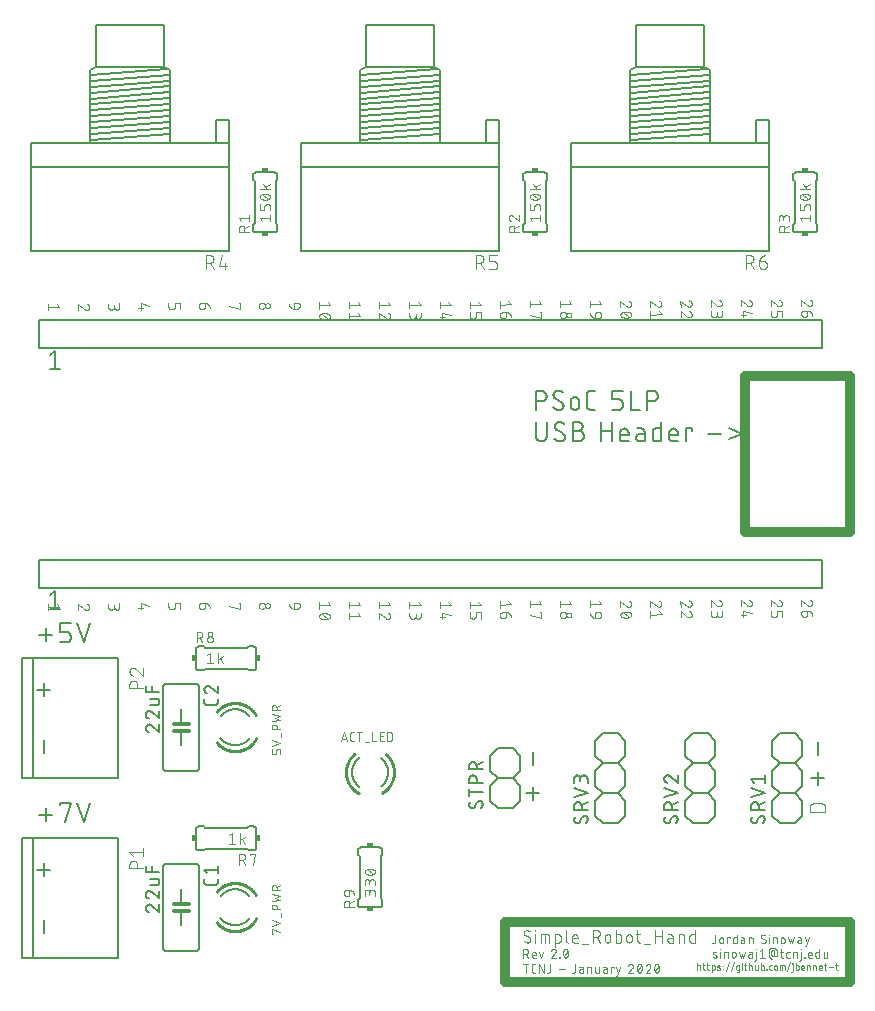
<source format=gbr>
G04 EAGLE Gerber RS-274X export*
G75*
%MOMM*%
%FSLAX34Y34*%
%LPD*%
%INSilkscreen Top*%
%IPPOS*%
%AMOC8*
5,1,8,0,0,1.08239X$1,22.5*%
G01*
%ADD10C,0.152400*%
%ADD11C,0.101600*%
%ADD12C,0.076200*%
%ADD13C,0.812800*%
%ADD14C,0.050800*%
%ADD15C,0.127000*%
%ADD16R,0.508000X0.381000*%
%ADD17C,0.304800*%
%ADD18C,0.203200*%
%ADD19R,0.381000X0.508000*%
%ADD20C,0.254000*%


D10*
X-127724Y-36096D02*
X-116887Y-36096D01*
X-122305Y-41515D02*
X-122305Y-30678D01*
X-110147Y-42418D02*
X-104729Y-42418D01*
X-104611Y-42416D01*
X-104493Y-42410D01*
X-104375Y-42401D01*
X-104258Y-42387D01*
X-104141Y-42370D01*
X-104024Y-42349D01*
X-103909Y-42324D01*
X-103794Y-42295D01*
X-103680Y-42262D01*
X-103568Y-42226D01*
X-103457Y-42186D01*
X-103347Y-42143D01*
X-103238Y-42096D01*
X-103131Y-42046D01*
X-103026Y-41991D01*
X-102923Y-41934D01*
X-102822Y-41873D01*
X-102722Y-41809D01*
X-102625Y-41742D01*
X-102530Y-41672D01*
X-102438Y-41598D01*
X-102347Y-41522D01*
X-102260Y-41442D01*
X-102175Y-41360D01*
X-102093Y-41275D01*
X-102013Y-41188D01*
X-101937Y-41097D01*
X-101863Y-41005D01*
X-101793Y-40910D01*
X-101726Y-40813D01*
X-101662Y-40713D01*
X-101601Y-40612D01*
X-101544Y-40509D01*
X-101489Y-40404D01*
X-101439Y-40297D01*
X-101392Y-40188D01*
X-101349Y-40078D01*
X-101309Y-39967D01*
X-101273Y-39855D01*
X-101240Y-39741D01*
X-101211Y-39626D01*
X-101186Y-39511D01*
X-101165Y-39394D01*
X-101148Y-39277D01*
X-101134Y-39160D01*
X-101125Y-39042D01*
X-101119Y-38924D01*
X-101117Y-38806D01*
X-101116Y-38806D02*
X-101116Y-36999D01*
X-101117Y-36999D02*
X-101119Y-36881D01*
X-101125Y-36763D01*
X-101134Y-36645D01*
X-101148Y-36528D01*
X-101165Y-36411D01*
X-101186Y-36294D01*
X-101211Y-36179D01*
X-101240Y-36064D01*
X-101273Y-35950D01*
X-101309Y-35838D01*
X-101349Y-35727D01*
X-101392Y-35617D01*
X-101439Y-35508D01*
X-101489Y-35401D01*
X-101544Y-35296D01*
X-101601Y-35193D01*
X-101662Y-35092D01*
X-101726Y-34992D01*
X-101793Y-34895D01*
X-101863Y-34800D01*
X-101937Y-34708D01*
X-102013Y-34617D01*
X-102093Y-34530D01*
X-102175Y-34445D01*
X-102260Y-34363D01*
X-102347Y-34283D01*
X-102438Y-34207D01*
X-102530Y-34133D01*
X-102625Y-34063D01*
X-102722Y-33996D01*
X-102822Y-33932D01*
X-102923Y-33871D01*
X-103026Y-33814D01*
X-103131Y-33759D01*
X-103238Y-33709D01*
X-103347Y-33662D01*
X-103457Y-33619D01*
X-103568Y-33579D01*
X-103680Y-33543D01*
X-103794Y-33510D01*
X-103909Y-33481D01*
X-104024Y-33456D01*
X-104141Y-33435D01*
X-104258Y-33418D01*
X-104375Y-33404D01*
X-104493Y-33395D01*
X-104611Y-33389D01*
X-104729Y-33387D01*
X-110147Y-33387D01*
X-110147Y-26162D01*
X-101116Y-26162D01*
X-95419Y-26162D02*
X-90001Y-42418D01*
X-84582Y-26162D01*
X-116887Y-188496D02*
X-127724Y-188496D01*
X-122305Y-183078D02*
X-122305Y-193915D01*
X-110147Y-180368D02*
X-110147Y-178562D01*
X-101116Y-178562D01*
X-105632Y-194818D01*
X-90001Y-194818D02*
X-95419Y-178562D01*
X-84582Y-178562D02*
X-90001Y-194818D01*
X-123924Y-88138D02*
X-123924Y-77301D01*
X-118505Y-82719D02*
X-129342Y-82719D01*
X-123924Y-229701D02*
X-123924Y-240538D01*
X-129342Y-235119D02*
X-118505Y-235119D01*
X-123924Y-136398D02*
X-123924Y-125561D01*
X-123924Y-277961D02*
X-123924Y-288798D01*
X290096Y-146558D02*
X290096Y-135721D01*
X290096Y-164931D02*
X290096Y-175768D01*
X284678Y-170349D02*
X295515Y-170349D01*
X531396Y-163068D02*
X531396Y-152231D01*
X536815Y-157649D02*
X525978Y-157649D01*
X531396Y-137668D02*
X531396Y-126831D01*
D11*
X537972Y-186182D02*
X524764Y-186182D01*
X524764Y-182513D01*
X524766Y-182393D01*
X524772Y-182273D01*
X524782Y-182153D01*
X524795Y-182034D01*
X524813Y-181915D01*
X524834Y-181797D01*
X524860Y-181680D01*
X524889Y-181563D01*
X524922Y-181448D01*
X524959Y-181334D01*
X524999Y-181221D01*
X525043Y-181109D01*
X525091Y-180999D01*
X525142Y-180890D01*
X525197Y-180783D01*
X525256Y-180678D01*
X525317Y-180576D01*
X525382Y-180475D01*
X525451Y-180376D01*
X525522Y-180279D01*
X525597Y-180185D01*
X525675Y-180094D01*
X525755Y-180005D01*
X525839Y-179919D01*
X525925Y-179835D01*
X526014Y-179754D01*
X526105Y-179677D01*
X526199Y-179602D01*
X526296Y-179531D01*
X526395Y-179462D01*
X526496Y-179397D01*
X526599Y-179336D01*
X526703Y-179277D01*
X526810Y-179222D01*
X526919Y-179171D01*
X527029Y-179123D01*
X527141Y-179079D01*
X527254Y-179039D01*
X527368Y-179002D01*
X527483Y-178969D01*
X527600Y-178940D01*
X527717Y-178914D01*
X527835Y-178893D01*
X527954Y-178875D01*
X528073Y-178862D01*
X528193Y-178852D01*
X528313Y-178846D01*
X528433Y-178844D01*
X534303Y-178844D01*
X534423Y-178846D01*
X534543Y-178852D01*
X534663Y-178862D01*
X534782Y-178875D01*
X534901Y-178893D01*
X535019Y-178914D01*
X535136Y-178940D01*
X535253Y-178969D01*
X535368Y-179002D01*
X535482Y-179039D01*
X535595Y-179079D01*
X535707Y-179123D01*
X535817Y-179171D01*
X535926Y-179222D01*
X536033Y-179277D01*
X536138Y-179336D01*
X536240Y-179397D01*
X536341Y-179462D01*
X536440Y-179531D01*
X536537Y-179602D01*
X536631Y-179677D01*
X536722Y-179754D01*
X536811Y-179835D01*
X536897Y-179919D01*
X536981Y-180005D01*
X537062Y-180094D01*
X537139Y-180185D01*
X537214Y-180279D01*
X537285Y-180376D01*
X537354Y-180475D01*
X537419Y-180576D01*
X537480Y-180679D01*
X537539Y-180783D01*
X537594Y-180890D01*
X537645Y-180999D01*
X537693Y-181109D01*
X537737Y-181221D01*
X537777Y-181334D01*
X537814Y-181448D01*
X537847Y-181563D01*
X537876Y-181680D01*
X537902Y-181797D01*
X537923Y-181915D01*
X537941Y-182034D01*
X537954Y-182153D01*
X537964Y-182273D01*
X537970Y-182393D01*
X537972Y-182513D01*
X537972Y-186182D01*
X288233Y-294358D02*
X288231Y-294451D01*
X288225Y-294544D01*
X288216Y-294637D01*
X288203Y-294729D01*
X288186Y-294821D01*
X288166Y-294912D01*
X288142Y-295002D01*
X288114Y-295091D01*
X288083Y-295179D01*
X288048Y-295265D01*
X288010Y-295350D01*
X287968Y-295433D01*
X287923Y-295515D01*
X287875Y-295595D01*
X287823Y-295673D01*
X287769Y-295748D01*
X287711Y-295821D01*
X287651Y-295892D01*
X287588Y-295961D01*
X287522Y-296027D01*
X287453Y-296090D01*
X287382Y-296150D01*
X287309Y-296208D01*
X287234Y-296262D01*
X287156Y-296314D01*
X287076Y-296362D01*
X286994Y-296407D01*
X286911Y-296449D01*
X286826Y-296487D01*
X286740Y-296522D01*
X286652Y-296553D01*
X286563Y-296581D01*
X286473Y-296605D01*
X286382Y-296625D01*
X286290Y-296642D01*
X286198Y-296655D01*
X286105Y-296664D01*
X286012Y-296670D01*
X285919Y-296672D01*
X285781Y-296670D01*
X285643Y-296664D01*
X285506Y-296655D01*
X285369Y-296641D01*
X285232Y-296623D01*
X285096Y-296602D01*
X284960Y-296577D01*
X284825Y-296548D01*
X284691Y-296515D01*
X284559Y-296479D01*
X284427Y-296439D01*
X284296Y-296395D01*
X284167Y-296347D01*
X284039Y-296296D01*
X283912Y-296241D01*
X283787Y-296183D01*
X283664Y-296121D01*
X283543Y-296056D01*
X283423Y-295987D01*
X283306Y-295915D01*
X283190Y-295840D01*
X283077Y-295761D01*
X282966Y-295679D01*
X282857Y-295594D01*
X282751Y-295507D01*
X282647Y-295416D01*
X282546Y-295322D01*
X282448Y-295226D01*
X282738Y-288572D02*
X282740Y-288479D01*
X282746Y-288386D01*
X282755Y-288293D01*
X282768Y-288201D01*
X282785Y-288109D01*
X282805Y-288018D01*
X282829Y-287928D01*
X282857Y-287839D01*
X282888Y-287751D01*
X282923Y-287665D01*
X282961Y-287580D01*
X283003Y-287497D01*
X283048Y-287415D01*
X283096Y-287335D01*
X283148Y-287257D01*
X283202Y-287182D01*
X283260Y-287109D01*
X283320Y-287038D01*
X283383Y-286969D01*
X283449Y-286903D01*
X283518Y-286840D01*
X283589Y-286780D01*
X283662Y-286722D01*
X283737Y-286668D01*
X283815Y-286616D01*
X283895Y-286568D01*
X283977Y-286523D01*
X284060Y-286481D01*
X284145Y-286443D01*
X284231Y-286408D01*
X284319Y-286377D01*
X284408Y-286349D01*
X284498Y-286325D01*
X284589Y-286305D01*
X284681Y-286288D01*
X284773Y-286275D01*
X284866Y-286266D01*
X284959Y-286260D01*
X285052Y-286258D01*
X285179Y-286260D01*
X285306Y-286265D01*
X285432Y-286275D01*
X285559Y-286288D01*
X285684Y-286304D01*
X285810Y-286325D01*
X285934Y-286349D01*
X286058Y-286376D01*
X286181Y-286407D01*
X286303Y-286442D01*
X286424Y-286481D01*
X286544Y-286523D01*
X286662Y-286568D01*
X286780Y-286617D01*
X286895Y-286669D01*
X287009Y-286725D01*
X287122Y-286783D01*
X287232Y-286846D01*
X287341Y-286911D01*
X287448Y-286980D01*
X287553Y-287051D01*
X287655Y-287126D01*
X283895Y-290597D02*
X283815Y-290547D01*
X283737Y-290495D01*
X283662Y-290440D01*
X283588Y-290381D01*
X283517Y-290320D01*
X283449Y-290256D01*
X283383Y-290189D01*
X283319Y-290119D01*
X283259Y-290048D01*
X283202Y-289973D01*
X283147Y-289897D01*
X283096Y-289818D01*
X283048Y-289738D01*
X283003Y-289656D01*
X282961Y-289571D01*
X282923Y-289486D01*
X282888Y-289399D01*
X282857Y-289310D01*
X282829Y-289220D01*
X282805Y-289130D01*
X282785Y-289038D01*
X282768Y-288946D01*
X282755Y-288853D01*
X282745Y-288759D01*
X282740Y-288666D01*
X282738Y-288572D01*
X287076Y-292333D02*
X287156Y-292383D01*
X287234Y-292435D01*
X287310Y-292491D01*
X287383Y-292549D01*
X287454Y-292610D01*
X287522Y-292674D01*
X287588Y-292741D01*
X287652Y-292811D01*
X287712Y-292882D01*
X287769Y-292957D01*
X287824Y-293033D01*
X287875Y-293112D01*
X287923Y-293192D01*
X287968Y-293274D01*
X288010Y-293359D01*
X288048Y-293444D01*
X288083Y-293531D01*
X288114Y-293620D01*
X288142Y-293710D01*
X288166Y-293800D01*
X288186Y-293892D01*
X288203Y-293984D01*
X288216Y-294077D01*
X288226Y-294171D01*
X288231Y-294264D01*
X288233Y-294358D01*
X287076Y-292333D02*
X283894Y-290597D01*
X292199Y-289729D02*
X292199Y-296672D01*
X291909Y-286837D02*
X291909Y-286258D01*
X292488Y-286258D01*
X292488Y-286837D01*
X291909Y-286837D01*
X296957Y-289729D02*
X296957Y-296672D01*
X296957Y-289729D02*
X302164Y-289729D01*
X302247Y-289731D01*
X302329Y-289737D01*
X302411Y-289747D01*
X302493Y-289760D01*
X302573Y-289778D01*
X302653Y-289799D01*
X302732Y-289824D01*
X302809Y-289853D01*
X302885Y-289886D01*
X302959Y-289922D01*
X303032Y-289962D01*
X303103Y-290005D01*
X303171Y-290051D01*
X303237Y-290100D01*
X303301Y-290153D01*
X303362Y-290209D01*
X303420Y-290267D01*
X303476Y-290328D01*
X303529Y-290392D01*
X303578Y-290458D01*
X303624Y-290526D01*
X303667Y-290597D01*
X303707Y-290670D01*
X303743Y-290744D01*
X303776Y-290820D01*
X303805Y-290897D01*
X303830Y-290976D01*
X303851Y-291056D01*
X303869Y-291136D01*
X303882Y-291218D01*
X303892Y-291300D01*
X303898Y-291382D01*
X303900Y-291465D01*
X303900Y-296672D01*
X300428Y-296672D02*
X300428Y-289729D01*
X309143Y-289729D02*
X309143Y-300143D01*
X309143Y-289729D02*
X312036Y-289729D01*
X312119Y-289731D01*
X312201Y-289737D01*
X312283Y-289747D01*
X312365Y-289760D01*
X312445Y-289778D01*
X312525Y-289799D01*
X312604Y-289824D01*
X312681Y-289853D01*
X312757Y-289886D01*
X312831Y-289922D01*
X312904Y-289962D01*
X312975Y-290005D01*
X313043Y-290051D01*
X313109Y-290100D01*
X313173Y-290153D01*
X313234Y-290209D01*
X313292Y-290267D01*
X313348Y-290328D01*
X313401Y-290392D01*
X313450Y-290458D01*
X313496Y-290526D01*
X313539Y-290597D01*
X313579Y-290669D01*
X313615Y-290744D01*
X313648Y-290820D01*
X313677Y-290897D01*
X313702Y-290976D01*
X313723Y-291056D01*
X313741Y-291136D01*
X313754Y-291218D01*
X313764Y-291300D01*
X313770Y-291382D01*
X313772Y-291465D01*
X313771Y-291465D02*
X313771Y-294936D01*
X313772Y-294936D02*
X313770Y-295019D01*
X313764Y-295101D01*
X313754Y-295183D01*
X313741Y-295265D01*
X313723Y-295345D01*
X313702Y-295425D01*
X313677Y-295504D01*
X313648Y-295581D01*
X313615Y-295657D01*
X313579Y-295731D01*
X313539Y-295804D01*
X313496Y-295875D01*
X313450Y-295943D01*
X313401Y-296009D01*
X313348Y-296073D01*
X313292Y-296134D01*
X313234Y-296192D01*
X313173Y-296248D01*
X313109Y-296301D01*
X313043Y-296350D01*
X312975Y-296396D01*
X312904Y-296439D01*
X312831Y-296479D01*
X312757Y-296515D01*
X312681Y-296548D01*
X312604Y-296577D01*
X312525Y-296602D01*
X312445Y-296623D01*
X312365Y-296641D01*
X312283Y-296654D01*
X312201Y-296664D01*
X312119Y-296670D01*
X312036Y-296672D01*
X309143Y-296672D01*
X318125Y-294936D02*
X318125Y-286258D01*
X318125Y-294936D02*
X318127Y-295019D01*
X318133Y-295101D01*
X318143Y-295183D01*
X318156Y-295265D01*
X318174Y-295345D01*
X318195Y-295425D01*
X318220Y-295504D01*
X318249Y-295581D01*
X318282Y-295657D01*
X318318Y-295731D01*
X318358Y-295804D01*
X318401Y-295875D01*
X318447Y-295943D01*
X318496Y-296009D01*
X318549Y-296073D01*
X318605Y-296134D01*
X318663Y-296192D01*
X318724Y-296248D01*
X318788Y-296301D01*
X318854Y-296350D01*
X318922Y-296396D01*
X318993Y-296439D01*
X319066Y-296479D01*
X319140Y-296515D01*
X319216Y-296548D01*
X319293Y-296577D01*
X319372Y-296602D01*
X319452Y-296623D01*
X319532Y-296641D01*
X319614Y-296654D01*
X319696Y-296664D01*
X319778Y-296670D01*
X319861Y-296672D01*
X325224Y-296672D02*
X328117Y-296672D01*
X325224Y-296672D02*
X325141Y-296670D01*
X325059Y-296664D01*
X324977Y-296654D01*
X324895Y-296641D01*
X324815Y-296623D01*
X324735Y-296602D01*
X324656Y-296577D01*
X324579Y-296548D01*
X324503Y-296515D01*
X324429Y-296479D01*
X324356Y-296439D01*
X324285Y-296396D01*
X324217Y-296350D01*
X324151Y-296301D01*
X324087Y-296248D01*
X324026Y-296192D01*
X323968Y-296134D01*
X323912Y-296073D01*
X323859Y-296009D01*
X323810Y-295943D01*
X323764Y-295875D01*
X323721Y-295804D01*
X323681Y-295732D01*
X323645Y-295657D01*
X323612Y-295581D01*
X323583Y-295504D01*
X323558Y-295425D01*
X323537Y-295345D01*
X323519Y-295265D01*
X323506Y-295183D01*
X323496Y-295101D01*
X323490Y-295019D01*
X323488Y-294936D01*
X323489Y-294936D02*
X323489Y-292044D01*
X323491Y-291950D01*
X323497Y-291855D01*
X323506Y-291761D01*
X323520Y-291668D01*
X323537Y-291575D01*
X323558Y-291483D01*
X323583Y-291392D01*
X323611Y-291302D01*
X323643Y-291213D01*
X323679Y-291126D01*
X323718Y-291040D01*
X323761Y-290956D01*
X323807Y-290873D01*
X323856Y-290793D01*
X323909Y-290715D01*
X323965Y-290638D01*
X324024Y-290565D01*
X324085Y-290493D01*
X324150Y-290425D01*
X324218Y-290358D01*
X324288Y-290295D01*
X324360Y-290235D01*
X324435Y-290177D01*
X324513Y-290123D01*
X324592Y-290072D01*
X324673Y-290024D01*
X324757Y-289980D01*
X324842Y-289939D01*
X324928Y-289902D01*
X325016Y-289868D01*
X325106Y-289837D01*
X325196Y-289811D01*
X325288Y-289788D01*
X325381Y-289769D01*
X325474Y-289754D01*
X325567Y-289742D01*
X325661Y-289734D01*
X325756Y-289730D01*
X325850Y-289730D01*
X325945Y-289734D01*
X326039Y-289742D01*
X326132Y-289754D01*
X326225Y-289769D01*
X326318Y-289788D01*
X326410Y-289811D01*
X326500Y-289837D01*
X326590Y-289868D01*
X326678Y-289902D01*
X326764Y-289939D01*
X326849Y-289980D01*
X326933Y-290024D01*
X327014Y-290072D01*
X327093Y-290123D01*
X327171Y-290177D01*
X327246Y-290235D01*
X327318Y-290295D01*
X327388Y-290358D01*
X327456Y-290425D01*
X327521Y-290493D01*
X327582Y-290565D01*
X327641Y-290638D01*
X327697Y-290715D01*
X327750Y-290793D01*
X327799Y-290873D01*
X327845Y-290956D01*
X327888Y-291040D01*
X327927Y-291126D01*
X327963Y-291213D01*
X327995Y-291302D01*
X328023Y-291392D01*
X328048Y-291483D01*
X328069Y-291575D01*
X328086Y-291668D01*
X328100Y-291761D01*
X328109Y-291855D01*
X328115Y-291950D01*
X328117Y-292044D01*
X328117Y-293201D01*
X323489Y-293201D01*
X332061Y-297829D02*
X336689Y-297829D01*
X341154Y-296672D02*
X341154Y-286258D01*
X344046Y-286258D01*
X344153Y-286260D01*
X344260Y-286266D01*
X344366Y-286276D01*
X344472Y-286290D01*
X344578Y-286307D01*
X344682Y-286329D01*
X344786Y-286354D01*
X344889Y-286384D01*
X344991Y-286417D01*
X345091Y-286453D01*
X345190Y-286494D01*
X345287Y-286538D01*
X345383Y-286586D01*
X345477Y-286637D01*
X345569Y-286691D01*
X345659Y-286749D01*
X345746Y-286811D01*
X345832Y-286875D01*
X345915Y-286942D01*
X345995Y-287013D01*
X346073Y-287087D01*
X346148Y-287163D01*
X346220Y-287242D01*
X346289Y-287323D01*
X346355Y-287408D01*
X346418Y-287494D01*
X346477Y-287583D01*
X346533Y-287674D01*
X346586Y-287767D01*
X346636Y-287861D01*
X346682Y-287958D01*
X346724Y-288056D01*
X346762Y-288156D01*
X346797Y-288257D01*
X346829Y-288359D01*
X346856Y-288463D01*
X346879Y-288567D01*
X346899Y-288672D01*
X346915Y-288778D01*
X346927Y-288884D01*
X346935Y-288991D01*
X346939Y-289098D01*
X346939Y-289204D01*
X346935Y-289311D01*
X346927Y-289418D01*
X346915Y-289524D01*
X346899Y-289630D01*
X346879Y-289735D01*
X346856Y-289839D01*
X346829Y-289943D01*
X346797Y-290045D01*
X346762Y-290146D01*
X346724Y-290246D01*
X346682Y-290344D01*
X346636Y-290441D01*
X346586Y-290535D01*
X346533Y-290628D01*
X346477Y-290719D01*
X346418Y-290808D01*
X346355Y-290894D01*
X346289Y-290979D01*
X346220Y-291060D01*
X346148Y-291139D01*
X346073Y-291215D01*
X345995Y-291289D01*
X345915Y-291360D01*
X345832Y-291427D01*
X345746Y-291491D01*
X345659Y-291553D01*
X345569Y-291611D01*
X345477Y-291665D01*
X345383Y-291716D01*
X345287Y-291764D01*
X345190Y-291808D01*
X345091Y-291849D01*
X344991Y-291885D01*
X344889Y-291918D01*
X344786Y-291948D01*
X344682Y-291973D01*
X344578Y-291995D01*
X344472Y-292012D01*
X344366Y-292026D01*
X344260Y-292036D01*
X344153Y-292042D01*
X344046Y-292044D01*
X341154Y-292044D01*
X344625Y-292044D02*
X346939Y-296672D01*
X351263Y-294358D02*
X351263Y-292044D01*
X351264Y-292044D02*
X351266Y-291950D01*
X351272Y-291855D01*
X351281Y-291761D01*
X351295Y-291668D01*
X351312Y-291575D01*
X351333Y-291483D01*
X351358Y-291392D01*
X351386Y-291302D01*
X351418Y-291213D01*
X351454Y-291126D01*
X351493Y-291040D01*
X351536Y-290956D01*
X351582Y-290873D01*
X351631Y-290793D01*
X351684Y-290715D01*
X351740Y-290638D01*
X351799Y-290565D01*
X351860Y-290493D01*
X351925Y-290425D01*
X351993Y-290358D01*
X352063Y-290295D01*
X352135Y-290235D01*
X352210Y-290177D01*
X352288Y-290123D01*
X352367Y-290072D01*
X352448Y-290024D01*
X352532Y-289980D01*
X352617Y-289939D01*
X352703Y-289902D01*
X352791Y-289868D01*
X352881Y-289837D01*
X352971Y-289811D01*
X353063Y-289788D01*
X353156Y-289769D01*
X353249Y-289754D01*
X353342Y-289742D01*
X353436Y-289734D01*
X353531Y-289730D01*
X353625Y-289730D01*
X353720Y-289734D01*
X353814Y-289742D01*
X353907Y-289754D01*
X354000Y-289769D01*
X354093Y-289788D01*
X354185Y-289811D01*
X354275Y-289837D01*
X354365Y-289868D01*
X354453Y-289902D01*
X354539Y-289939D01*
X354624Y-289980D01*
X354708Y-290024D01*
X354789Y-290072D01*
X354868Y-290123D01*
X354946Y-290177D01*
X355021Y-290235D01*
X355093Y-290295D01*
X355163Y-290358D01*
X355231Y-290425D01*
X355296Y-290493D01*
X355357Y-290565D01*
X355416Y-290638D01*
X355472Y-290715D01*
X355525Y-290793D01*
X355574Y-290873D01*
X355620Y-290956D01*
X355663Y-291040D01*
X355702Y-291126D01*
X355738Y-291213D01*
X355770Y-291302D01*
X355798Y-291392D01*
X355823Y-291483D01*
X355844Y-291575D01*
X355861Y-291668D01*
X355875Y-291761D01*
X355884Y-291855D01*
X355890Y-291950D01*
X355892Y-292044D01*
X355892Y-294358D01*
X355890Y-294452D01*
X355884Y-294547D01*
X355875Y-294641D01*
X355861Y-294734D01*
X355844Y-294827D01*
X355823Y-294919D01*
X355798Y-295010D01*
X355770Y-295100D01*
X355738Y-295189D01*
X355702Y-295276D01*
X355663Y-295362D01*
X355620Y-295446D01*
X355574Y-295529D01*
X355525Y-295609D01*
X355472Y-295687D01*
X355416Y-295764D01*
X355357Y-295837D01*
X355296Y-295909D01*
X355231Y-295977D01*
X355163Y-296044D01*
X355093Y-296107D01*
X355021Y-296167D01*
X354946Y-296225D01*
X354868Y-296279D01*
X354789Y-296330D01*
X354708Y-296378D01*
X354624Y-296422D01*
X354539Y-296463D01*
X354453Y-296500D01*
X354365Y-296534D01*
X354275Y-296565D01*
X354185Y-296591D01*
X354093Y-296614D01*
X354000Y-296633D01*
X353907Y-296648D01*
X353814Y-296660D01*
X353720Y-296668D01*
X353625Y-296672D01*
X353531Y-296672D01*
X353436Y-296668D01*
X353342Y-296660D01*
X353249Y-296648D01*
X353156Y-296633D01*
X353063Y-296614D01*
X352971Y-296591D01*
X352881Y-296565D01*
X352791Y-296534D01*
X352703Y-296500D01*
X352617Y-296463D01*
X352532Y-296422D01*
X352448Y-296378D01*
X352367Y-296330D01*
X352288Y-296279D01*
X352210Y-296225D01*
X352135Y-296167D01*
X352063Y-296107D01*
X351993Y-296044D01*
X351925Y-295977D01*
X351860Y-295909D01*
X351799Y-295837D01*
X351740Y-295764D01*
X351684Y-295687D01*
X351631Y-295609D01*
X351582Y-295529D01*
X351536Y-295446D01*
X351493Y-295362D01*
X351454Y-295276D01*
X351418Y-295189D01*
X351386Y-295100D01*
X351358Y-295010D01*
X351333Y-294919D01*
X351312Y-294827D01*
X351295Y-294734D01*
X351281Y-294641D01*
X351272Y-294547D01*
X351266Y-294452D01*
X351264Y-294358D01*
X360578Y-296672D02*
X360578Y-286258D01*
X360578Y-296672D02*
X363470Y-296672D01*
X363553Y-296670D01*
X363635Y-296664D01*
X363717Y-296654D01*
X363799Y-296641D01*
X363879Y-296623D01*
X363959Y-296602D01*
X364038Y-296577D01*
X364115Y-296548D01*
X364191Y-296515D01*
X364265Y-296479D01*
X364338Y-296439D01*
X364409Y-296396D01*
X364477Y-296350D01*
X364543Y-296301D01*
X364607Y-296248D01*
X364668Y-296192D01*
X364726Y-296134D01*
X364782Y-296073D01*
X364835Y-296009D01*
X364884Y-295943D01*
X364930Y-295875D01*
X364973Y-295804D01*
X365013Y-295732D01*
X365049Y-295657D01*
X365082Y-295581D01*
X365111Y-295504D01*
X365136Y-295425D01*
X365157Y-295345D01*
X365175Y-295265D01*
X365188Y-295183D01*
X365198Y-295101D01*
X365204Y-295019D01*
X365206Y-294936D01*
X365206Y-291465D01*
X365204Y-291382D01*
X365198Y-291300D01*
X365188Y-291218D01*
X365175Y-291136D01*
X365157Y-291056D01*
X365136Y-290976D01*
X365111Y-290897D01*
X365082Y-290820D01*
X365049Y-290744D01*
X365013Y-290670D01*
X364973Y-290597D01*
X364930Y-290526D01*
X364884Y-290458D01*
X364835Y-290392D01*
X364782Y-290328D01*
X364726Y-290267D01*
X364668Y-290209D01*
X364607Y-290153D01*
X364543Y-290100D01*
X364477Y-290051D01*
X364409Y-290005D01*
X364338Y-289962D01*
X364265Y-289922D01*
X364191Y-289886D01*
X364115Y-289853D01*
X364038Y-289824D01*
X363959Y-289799D01*
X363879Y-289778D01*
X363799Y-289760D01*
X363717Y-289747D01*
X363635Y-289737D01*
X363553Y-289731D01*
X363470Y-289729D01*
X360578Y-289729D01*
X369437Y-292044D02*
X369437Y-294358D01*
X369437Y-292044D02*
X369439Y-291950D01*
X369445Y-291855D01*
X369454Y-291761D01*
X369468Y-291668D01*
X369485Y-291575D01*
X369506Y-291483D01*
X369531Y-291392D01*
X369559Y-291302D01*
X369591Y-291213D01*
X369627Y-291126D01*
X369666Y-291040D01*
X369709Y-290956D01*
X369755Y-290873D01*
X369804Y-290793D01*
X369857Y-290715D01*
X369913Y-290638D01*
X369972Y-290565D01*
X370033Y-290493D01*
X370098Y-290425D01*
X370166Y-290358D01*
X370236Y-290295D01*
X370308Y-290235D01*
X370383Y-290177D01*
X370461Y-290123D01*
X370540Y-290072D01*
X370621Y-290024D01*
X370705Y-289980D01*
X370790Y-289939D01*
X370876Y-289902D01*
X370964Y-289868D01*
X371054Y-289837D01*
X371144Y-289811D01*
X371236Y-289788D01*
X371329Y-289769D01*
X371422Y-289754D01*
X371515Y-289742D01*
X371609Y-289734D01*
X371704Y-289730D01*
X371798Y-289730D01*
X371893Y-289734D01*
X371987Y-289742D01*
X372080Y-289754D01*
X372173Y-289769D01*
X372266Y-289788D01*
X372358Y-289811D01*
X372448Y-289837D01*
X372538Y-289868D01*
X372626Y-289902D01*
X372712Y-289939D01*
X372797Y-289980D01*
X372881Y-290024D01*
X372962Y-290072D01*
X373041Y-290123D01*
X373119Y-290177D01*
X373194Y-290235D01*
X373266Y-290295D01*
X373336Y-290358D01*
X373404Y-290425D01*
X373469Y-290493D01*
X373530Y-290565D01*
X373589Y-290638D01*
X373645Y-290715D01*
X373698Y-290793D01*
X373747Y-290873D01*
X373793Y-290956D01*
X373836Y-291040D01*
X373875Y-291126D01*
X373911Y-291213D01*
X373943Y-291302D01*
X373971Y-291392D01*
X373996Y-291483D01*
X374017Y-291575D01*
X374034Y-291668D01*
X374048Y-291761D01*
X374057Y-291855D01*
X374063Y-291950D01*
X374065Y-292044D01*
X374065Y-294358D01*
X374063Y-294452D01*
X374057Y-294547D01*
X374048Y-294641D01*
X374034Y-294734D01*
X374017Y-294827D01*
X373996Y-294919D01*
X373971Y-295010D01*
X373943Y-295100D01*
X373911Y-295189D01*
X373875Y-295276D01*
X373836Y-295362D01*
X373793Y-295446D01*
X373747Y-295529D01*
X373698Y-295609D01*
X373645Y-295687D01*
X373589Y-295764D01*
X373530Y-295837D01*
X373469Y-295909D01*
X373404Y-295977D01*
X373336Y-296044D01*
X373266Y-296107D01*
X373194Y-296167D01*
X373119Y-296225D01*
X373041Y-296279D01*
X372962Y-296330D01*
X372881Y-296378D01*
X372797Y-296422D01*
X372712Y-296463D01*
X372626Y-296500D01*
X372538Y-296534D01*
X372448Y-296565D01*
X372358Y-296591D01*
X372266Y-296614D01*
X372173Y-296633D01*
X372080Y-296648D01*
X371987Y-296660D01*
X371893Y-296668D01*
X371798Y-296672D01*
X371704Y-296672D01*
X371609Y-296668D01*
X371515Y-296660D01*
X371422Y-296648D01*
X371329Y-296633D01*
X371236Y-296614D01*
X371144Y-296591D01*
X371054Y-296565D01*
X370964Y-296534D01*
X370876Y-296500D01*
X370790Y-296463D01*
X370705Y-296422D01*
X370621Y-296378D01*
X370540Y-296330D01*
X370461Y-296279D01*
X370383Y-296225D01*
X370308Y-296167D01*
X370236Y-296107D01*
X370166Y-296044D01*
X370098Y-295977D01*
X370033Y-295909D01*
X369972Y-295837D01*
X369913Y-295764D01*
X369857Y-295687D01*
X369804Y-295609D01*
X369755Y-295529D01*
X369709Y-295446D01*
X369666Y-295362D01*
X369627Y-295276D01*
X369591Y-295189D01*
X369559Y-295100D01*
X369531Y-295010D01*
X369506Y-294919D01*
X369485Y-294827D01*
X369468Y-294734D01*
X369454Y-294641D01*
X369445Y-294547D01*
X369439Y-294452D01*
X369437Y-294358D01*
X377472Y-289729D02*
X380943Y-289729D01*
X378629Y-286258D02*
X378629Y-294936D01*
X378628Y-294936D02*
X378630Y-295019D01*
X378636Y-295101D01*
X378646Y-295183D01*
X378659Y-295265D01*
X378677Y-295345D01*
X378698Y-295425D01*
X378723Y-295504D01*
X378752Y-295581D01*
X378785Y-295657D01*
X378821Y-295731D01*
X378861Y-295804D01*
X378904Y-295875D01*
X378950Y-295943D01*
X378999Y-296009D01*
X379052Y-296073D01*
X379108Y-296134D01*
X379166Y-296192D01*
X379227Y-296248D01*
X379291Y-296301D01*
X379357Y-296350D01*
X379425Y-296396D01*
X379496Y-296439D01*
X379569Y-296479D01*
X379643Y-296515D01*
X379719Y-296548D01*
X379796Y-296577D01*
X379875Y-296602D01*
X379955Y-296623D01*
X380035Y-296641D01*
X380117Y-296654D01*
X380199Y-296664D01*
X380281Y-296670D01*
X380364Y-296672D01*
X380943Y-296672D01*
X384524Y-297829D02*
X389153Y-297829D01*
X393547Y-296672D02*
X393547Y-286258D01*
X393547Y-290886D02*
X399333Y-290886D01*
X399333Y-286258D02*
X399333Y-296672D01*
X406039Y-292622D02*
X408642Y-292622D01*
X406039Y-292622D02*
X405951Y-292624D01*
X405863Y-292630D01*
X405775Y-292639D01*
X405687Y-292653D01*
X405601Y-292670D01*
X405515Y-292691D01*
X405430Y-292716D01*
X405346Y-292744D01*
X405264Y-292776D01*
X405183Y-292812D01*
X405104Y-292851D01*
X405027Y-292893D01*
X404951Y-292939D01*
X404878Y-292988D01*
X404806Y-293040D01*
X404737Y-293096D01*
X404671Y-293154D01*
X404607Y-293215D01*
X404546Y-293279D01*
X404488Y-293345D01*
X404432Y-293414D01*
X404380Y-293486D01*
X404331Y-293559D01*
X404285Y-293635D01*
X404243Y-293712D01*
X404204Y-293791D01*
X404168Y-293872D01*
X404136Y-293954D01*
X404108Y-294038D01*
X404083Y-294123D01*
X404062Y-294209D01*
X404045Y-294295D01*
X404031Y-294383D01*
X404022Y-294471D01*
X404016Y-294559D01*
X404014Y-294647D01*
X404016Y-294735D01*
X404022Y-294823D01*
X404031Y-294911D01*
X404045Y-294999D01*
X404062Y-295085D01*
X404083Y-295171D01*
X404108Y-295256D01*
X404136Y-295340D01*
X404168Y-295422D01*
X404204Y-295503D01*
X404243Y-295582D01*
X404285Y-295660D01*
X404331Y-295735D01*
X404380Y-295808D01*
X404432Y-295880D01*
X404488Y-295949D01*
X404546Y-296015D01*
X404607Y-296079D01*
X404671Y-296140D01*
X404737Y-296198D01*
X404806Y-296254D01*
X404878Y-296306D01*
X404951Y-296355D01*
X405027Y-296401D01*
X405104Y-296443D01*
X405183Y-296482D01*
X405264Y-296518D01*
X405346Y-296550D01*
X405430Y-296578D01*
X405515Y-296603D01*
X405601Y-296624D01*
X405687Y-296641D01*
X405775Y-296655D01*
X405863Y-296664D01*
X405951Y-296670D01*
X406039Y-296672D01*
X408642Y-296672D01*
X408642Y-291465D01*
X408643Y-291465D02*
X408641Y-291382D01*
X408635Y-291300D01*
X408625Y-291218D01*
X408612Y-291136D01*
X408594Y-291056D01*
X408573Y-290976D01*
X408548Y-290897D01*
X408519Y-290820D01*
X408486Y-290744D01*
X408450Y-290670D01*
X408410Y-290597D01*
X408367Y-290526D01*
X408321Y-290458D01*
X408272Y-290392D01*
X408219Y-290328D01*
X408163Y-290267D01*
X408105Y-290209D01*
X408044Y-290153D01*
X407980Y-290100D01*
X407914Y-290051D01*
X407846Y-290005D01*
X407775Y-289962D01*
X407702Y-289922D01*
X407628Y-289886D01*
X407552Y-289853D01*
X407475Y-289824D01*
X407396Y-289799D01*
X407316Y-289778D01*
X407236Y-289760D01*
X407154Y-289747D01*
X407072Y-289737D01*
X406990Y-289731D01*
X406907Y-289729D01*
X404592Y-289729D01*
X413671Y-289729D02*
X413671Y-296672D01*
X413671Y-289729D02*
X416564Y-289729D01*
X416647Y-289731D01*
X416729Y-289737D01*
X416811Y-289747D01*
X416893Y-289760D01*
X416973Y-289778D01*
X417053Y-289799D01*
X417132Y-289824D01*
X417209Y-289853D01*
X417285Y-289886D01*
X417359Y-289922D01*
X417432Y-289962D01*
X417503Y-290005D01*
X417571Y-290051D01*
X417637Y-290100D01*
X417701Y-290153D01*
X417762Y-290209D01*
X417820Y-290267D01*
X417876Y-290328D01*
X417929Y-290392D01*
X417978Y-290458D01*
X418024Y-290526D01*
X418067Y-290597D01*
X418107Y-290669D01*
X418143Y-290744D01*
X418176Y-290820D01*
X418205Y-290897D01*
X418230Y-290976D01*
X418251Y-291056D01*
X418269Y-291136D01*
X418282Y-291218D01*
X418292Y-291300D01*
X418298Y-291382D01*
X418300Y-291465D01*
X418299Y-291465D02*
X418299Y-296672D01*
X427502Y-296672D02*
X427502Y-286258D01*
X427502Y-296672D02*
X424609Y-296672D01*
X424526Y-296670D01*
X424444Y-296664D01*
X424362Y-296654D01*
X424280Y-296641D01*
X424200Y-296623D01*
X424120Y-296602D01*
X424041Y-296577D01*
X423964Y-296548D01*
X423888Y-296515D01*
X423814Y-296479D01*
X423741Y-296439D01*
X423670Y-296396D01*
X423602Y-296350D01*
X423536Y-296301D01*
X423472Y-296248D01*
X423411Y-296192D01*
X423353Y-296134D01*
X423297Y-296073D01*
X423244Y-296009D01*
X423195Y-295943D01*
X423149Y-295875D01*
X423106Y-295804D01*
X423066Y-295732D01*
X423030Y-295657D01*
X422997Y-295581D01*
X422968Y-295504D01*
X422943Y-295425D01*
X422922Y-295345D01*
X422904Y-295265D01*
X422891Y-295183D01*
X422881Y-295101D01*
X422875Y-295019D01*
X422873Y-294936D01*
X422873Y-291465D01*
X422875Y-291382D01*
X422881Y-291300D01*
X422891Y-291218D01*
X422904Y-291136D01*
X422922Y-291056D01*
X422943Y-290976D01*
X422968Y-290897D01*
X422997Y-290820D01*
X423030Y-290744D01*
X423066Y-290670D01*
X423106Y-290597D01*
X423149Y-290526D01*
X423195Y-290458D01*
X423244Y-290392D01*
X423297Y-290328D01*
X423353Y-290267D01*
X423411Y-290209D01*
X423472Y-290153D01*
X423536Y-290100D01*
X423602Y-290051D01*
X423670Y-290005D01*
X423741Y-289962D01*
X423814Y-289922D01*
X423888Y-289886D01*
X423964Y-289853D01*
X424041Y-289824D01*
X424120Y-289799D01*
X424200Y-289778D01*
X424280Y-289760D01*
X424362Y-289747D01*
X424444Y-289737D01*
X424526Y-289731D01*
X424609Y-289729D01*
X427502Y-289729D01*
D12*
X282321Y-302133D02*
X282321Y-309499D01*
X282321Y-302133D02*
X284367Y-302133D01*
X284456Y-302135D01*
X284545Y-302141D01*
X284634Y-302151D01*
X284722Y-302164D01*
X284810Y-302181D01*
X284897Y-302203D01*
X284982Y-302228D01*
X285067Y-302256D01*
X285150Y-302289D01*
X285232Y-302325D01*
X285312Y-302364D01*
X285390Y-302407D01*
X285466Y-302453D01*
X285541Y-302503D01*
X285613Y-302556D01*
X285682Y-302612D01*
X285749Y-302671D01*
X285814Y-302732D01*
X285875Y-302797D01*
X285934Y-302864D01*
X285990Y-302933D01*
X286043Y-303005D01*
X286093Y-303080D01*
X286139Y-303156D01*
X286182Y-303234D01*
X286221Y-303314D01*
X286257Y-303396D01*
X286290Y-303479D01*
X286318Y-303564D01*
X286343Y-303649D01*
X286365Y-303736D01*
X286382Y-303824D01*
X286395Y-303912D01*
X286405Y-304001D01*
X286411Y-304090D01*
X286413Y-304179D01*
X286411Y-304268D01*
X286405Y-304357D01*
X286395Y-304446D01*
X286382Y-304534D01*
X286365Y-304622D01*
X286343Y-304709D01*
X286318Y-304794D01*
X286290Y-304879D01*
X286257Y-304962D01*
X286221Y-305044D01*
X286182Y-305124D01*
X286139Y-305202D01*
X286093Y-305278D01*
X286043Y-305353D01*
X285990Y-305425D01*
X285934Y-305494D01*
X285875Y-305561D01*
X285814Y-305626D01*
X285749Y-305687D01*
X285682Y-305746D01*
X285613Y-305802D01*
X285541Y-305855D01*
X285466Y-305905D01*
X285390Y-305951D01*
X285312Y-305994D01*
X285232Y-306033D01*
X285150Y-306069D01*
X285067Y-306102D01*
X284982Y-306130D01*
X284897Y-306155D01*
X284810Y-306177D01*
X284722Y-306194D01*
X284634Y-306207D01*
X284545Y-306217D01*
X284456Y-306223D01*
X284367Y-306225D01*
X282321Y-306225D01*
X284776Y-306225D02*
X286413Y-309499D01*
X290734Y-309499D02*
X292780Y-309499D01*
X290734Y-309499D02*
X290665Y-309497D01*
X290597Y-309491D01*
X290528Y-309482D01*
X290461Y-309468D01*
X290394Y-309451D01*
X290328Y-309430D01*
X290264Y-309406D01*
X290201Y-309377D01*
X290140Y-309346D01*
X290081Y-309311D01*
X290023Y-309273D01*
X289968Y-309231D01*
X289916Y-309187D01*
X289866Y-309139D01*
X289818Y-309089D01*
X289774Y-309037D01*
X289733Y-308982D01*
X289694Y-308924D01*
X289659Y-308865D01*
X289628Y-308804D01*
X289599Y-308741D01*
X289575Y-308677D01*
X289554Y-308611D01*
X289537Y-308544D01*
X289523Y-308477D01*
X289514Y-308409D01*
X289508Y-308340D01*
X289506Y-308271D01*
X289507Y-308271D02*
X289507Y-306225D01*
X289506Y-306225D02*
X289508Y-306146D01*
X289514Y-306067D01*
X289523Y-305988D01*
X289536Y-305910D01*
X289554Y-305833D01*
X289574Y-305757D01*
X289599Y-305682D01*
X289627Y-305608D01*
X289658Y-305535D01*
X289694Y-305464D01*
X289732Y-305395D01*
X289774Y-305328D01*
X289819Y-305263D01*
X289867Y-305200D01*
X289918Y-305139D01*
X289972Y-305082D01*
X290028Y-305026D01*
X290087Y-304974D01*
X290149Y-304924D01*
X290213Y-304878D01*
X290279Y-304834D01*
X290347Y-304794D01*
X290417Y-304758D01*
X290489Y-304724D01*
X290563Y-304694D01*
X290637Y-304668D01*
X290713Y-304645D01*
X290790Y-304627D01*
X290867Y-304611D01*
X290946Y-304600D01*
X291024Y-304592D01*
X291103Y-304588D01*
X291183Y-304588D01*
X291262Y-304592D01*
X291340Y-304600D01*
X291419Y-304611D01*
X291496Y-304627D01*
X291573Y-304645D01*
X291649Y-304668D01*
X291723Y-304694D01*
X291797Y-304724D01*
X291869Y-304758D01*
X291939Y-304794D01*
X292007Y-304834D01*
X292073Y-304878D01*
X292137Y-304924D01*
X292199Y-304974D01*
X292258Y-305026D01*
X292314Y-305082D01*
X292368Y-305139D01*
X292419Y-305200D01*
X292467Y-305263D01*
X292512Y-305328D01*
X292554Y-305395D01*
X292592Y-305464D01*
X292628Y-305535D01*
X292659Y-305608D01*
X292687Y-305682D01*
X292712Y-305757D01*
X292732Y-305833D01*
X292750Y-305910D01*
X292763Y-305988D01*
X292772Y-306067D01*
X292778Y-306146D01*
X292780Y-306225D01*
X292780Y-307044D01*
X289507Y-307044D01*
X295603Y-304588D02*
X297239Y-309499D01*
X298876Y-304588D01*
X307929Y-302133D02*
X308014Y-302135D01*
X308099Y-302141D01*
X308183Y-302151D01*
X308267Y-302164D01*
X308351Y-302182D01*
X308433Y-302203D01*
X308514Y-302228D01*
X308594Y-302257D01*
X308673Y-302290D01*
X308750Y-302326D01*
X308825Y-302366D01*
X308899Y-302409D01*
X308970Y-302455D01*
X309039Y-302505D01*
X309106Y-302558D01*
X309170Y-302614D01*
X309231Y-302673D01*
X309290Y-302734D01*
X309346Y-302798D01*
X309399Y-302865D01*
X309449Y-302934D01*
X309495Y-303005D01*
X309538Y-303079D01*
X309578Y-303154D01*
X309614Y-303231D01*
X309647Y-303310D01*
X309676Y-303390D01*
X309701Y-303471D01*
X309722Y-303553D01*
X309740Y-303637D01*
X309753Y-303721D01*
X309763Y-303805D01*
X309769Y-303890D01*
X309771Y-303975D01*
X307929Y-302133D02*
X307833Y-302135D01*
X307737Y-302141D01*
X307642Y-302151D01*
X307547Y-302164D01*
X307452Y-302182D01*
X307359Y-302203D01*
X307266Y-302228D01*
X307175Y-302257D01*
X307084Y-302289D01*
X306995Y-302325D01*
X306908Y-302365D01*
X306822Y-302408D01*
X306738Y-302454D01*
X306656Y-302504D01*
X306576Y-302558D01*
X306499Y-302614D01*
X306424Y-302674D01*
X306351Y-302736D01*
X306281Y-302802D01*
X306213Y-302870D01*
X306148Y-302941D01*
X306087Y-303014D01*
X306028Y-303090D01*
X305972Y-303169D01*
X305920Y-303249D01*
X305871Y-303332D01*
X305825Y-303416D01*
X305783Y-303502D01*
X305745Y-303590D01*
X305710Y-303679D01*
X305678Y-303770D01*
X309157Y-305407D02*
X309217Y-305348D01*
X309274Y-305286D01*
X309329Y-305222D01*
X309380Y-305155D01*
X309429Y-305086D01*
X309475Y-305016D01*
X309518Y-304943D01*
X309558Y-304869D01*
X309594Y-304793D01*
X309627Y-304715D01*
X309657Y-304636D01*
X309684Y-304556D01*
X309707Y-304475D01*
X309726Y-304393D01*
X309742Y-304311D01*
X309755Y-304227D01*
X309764Y-304143D01*
X309769Y-304059D01*
X309771Y-303975D01*
X309157Y-305407D02*
X305678Y-309499D01*
X309771Y-309499D01*
X312641Y-309499D02*
X312641Y-309090D01*
X313050Y-309090D01*
X313050Y-309499D01*
X312641Y-309499D01*
X315920Y-305816D02*
X315922Y-305663D01*
X315928Y-305510D01*
X315937Y-305358D01*
X315951Y-305205D01*
X315968Y-305053D01*
X315989Y-304902D01*
X316014Y-304751D01*
X316043Y-304601D01*
X316075Y-304451D01*
X316112Y-304303D01*
X316152Y-304155D01*
X316195Y-304008D01*
X316243Y-303863D01*
X316294Y-303719D01*
X316348Y-303576D01*
X316407Y-303434D01*
X316468Y-303295D01*
X316534Y-303156D01*
X316560Y-303086D01*
X316590Y-303016D01*
X316623Y-302949D01*
X316659Y-302883D01*
X316698Y-302819D01*
X316741Y-302757D01*
X316787Y-302698D01*
X316835Y-302640D01*
X316886Y-302586D01*
X316940Y-302533D01*
X316997Y-302484D01*
X317056Y-302437D01*
X317117Y-302394D01*
X317180Y-302353D01*
X317245Y-302316D01*
X317312Y-302281D01*
X317381Y-302251D01*
X317451Y-302223D01*
X317522Y-302200D01*
X317594Y-302179D01*
X317667Y-302163D01*
X317741Y-302150D01*
X317816Y-302140D01*
X317891Y-302135D01*
X317966Y-302133D01*
X318041Y-302135D01*
X318116Y-302140D01*
X318191Y-302150D01*
X318265Y-302163D01*
X318338Y-302179D01*
X318410Y-302200D01*
X318481Y-302223D01*
X318551Y-302251D01*
X318620Y-302281D01*
X318687Y-302316D01*
X318752Y-302353D01*
X318815Y-302394D01*
X318876Y-302437D01*
X318935Y-302484D01*
X318992Y-302533D01*
X319046Y-302586D01*
X319097Y-302640D01*
X319146Y-302698D01*
X319191Y-302757D01*
X319234Y-302819D01*
X319273Y-302883D01*
X319310Y-302949D01*
X319342Y-303017D01*
X319372Y-303086D01*
X319398Y-303156D01*
X319463Y-303294D01*
X319525Y-303434D01*
X319583Y-303576D01*
X319638Y-303719D01*
X319689Y-303863D01*
X319737Y-304008D01*
X319780Y-304155D01*
X319820Y-304302D01*
X319857Y-304451D01*
X319889Y-304601D01*
X319918Y-304751D01*
X319943Y-304902D01*
X319964Y-305053D01*
X319981Y-305205D01*
X319995Y-305358D01*
X320004Y-305510D01*
X320010Y-305663D01*
X320012Y-305816D01*
X315920Y-305816D02*
X315922Y-305969D01*
X315928Y-306122D01*
X315937Y-306274D01*
X315951Y-306427D01*
X315968Y-306579D01*
X315989Y-306730D01*
X316014Y-306881D01*
X316043Y-307031D01*
X316075Y-307181D01*
X316112Y-307329D01*
X316152Y-307477D01*
X316195Y-307624D01*
X316243Y-307769D01*
X316294Y-307913D01*
X316348Y-308056D01*
X316407Y-308198D01*
X316468Y-308337D01*
X316534Y-308476D01*
X316560Y-308547D01*
X316590Y-308616D01*
X316623Y-308683D01*
X316659Y-308749D01*
X316698Y-308813D01*
X316741Y-308875D01*
X316787Y-308934D01*
X316835Y-308992D01*
X316886Y-309046D01*
X316940Y-309099D01*
X316997Y-309148D01*
X317056Y-309195D01*
X317117Y-309238D01*
X317180Y-309279D01*
X317245Y-309316D01*
X317312Y-309351D01*
X317381Y-309381D01*
X317451Y-309409D01*
X317522Y-309432D01*
X317594Y-309453D01*
X317667Y-309469D01*
X317741Y-309482D01*
X317816Y-309492D01*
X317891Y-309497D01*
X317966Y-309499D01*
X319398Y-308476D02*
X319463Y-308338D01*
X319525Y-308198D01*
X319583Y-308056D01*
X319638Y-307913D01*
X319689Y-307769D01*
X319737Y-307624D01*
X319780Y-307477D01*
X319820Y-307330D01*
X319857Y-307181D01*
X319889Y-307031D01*
X319918Y-306881D01*
X319943Y-306730D01*
X319964Y-306579D01*
X319981Y-306427D01*
X319995Y-306274D01*
X320004Y-306122D01*
X320010Y-305969D01*
X320012Y-305816D01*
X319398Y-308476D02*
X319372Y-308546D01*
X319342Y-308616D01*
X319309Y-308683D01*
X319273Y-308749D01*
X319234Y-308813D01*
X319191Y-308875D01*
X319145Y-308934D01*
X319097Y-308992D01*
X319046Y-309046D01*
X318992Y-309099D01*
X318935Y-309148D01*
X318876Y-309195D01*
X318815Y-309238D01*
X318752Y-309279D01*
X318687Y-309316D01*
X318620Y-309351D01*
X318551Y-309381D01*
X318481Y-309409D01*
X318410Y-309432D01*
X318338Y-309453D01*
X318265Y-309469D01*
X318191Y-309482D01*
X318116Y-309492D01*
X318041Y-309497D01*
X317966Y-309499D01*
X316329Y-307862D02*
X319603Y-303770D01*
X444796Y-295670D02*
X444796Y-289941D01*
X444796Y-295670D02*
X444794Y-295748D01*
X444789Y-295826D01*
X444779Y-295903D01*
X444766Y-295980D01*
X444750Y-296056D01*
X444730Y-296131D01*
X444706Y-296205D01*
X444679Y-296278D01*
X444648Y-296350D01*
X444614Y-296420D01*
X444577Y-296489D01*
X444536Y-296555D01*
X444492Y-296620D01*
X444446Y-296682D01*
X444396Y-296742D01*
X444344Y-296800D01*
X444289Y-296855D01*
X444231Y-296907D01*
X444171Y-296957D01*
X444109Y-297003D01*
X444044Y-297047D01*
X443978Y-297088D01*
X443909Y-297125D01*
X443839Y-297159D01*
X443767Y-297190D01*
X443694Y-297217D01*
X443620Y-297241D01*
X443545Y-297261D01*
X443469Y-297277D01*
X443392Y-297290D01*
X443315Y-297300D01*
X443237Y-297305D01*
X443159Y-297307D01*
X442341Y-297307D01*
X448152Y-295670D02*
X448152Y-294033D01*
X448154Y-293954D01*
X448160Y-293875D01*
X448169Y-293796D01*
X448182Y-293718D01*
X448200Y-293641D01*
X448220Y-293565D01*
X448245Y-293490D01*
X448273Y-293416D01*
X448304Y-293343D01*
X448340Y-293272D01*
X448378Y-293203D01*
X448420Y-293136D01*
X448465Y-293071D01*
X448513Y-293008D01*
X448564Y-292947D01*
X448618Y-292890D01*
X448674Y-292834D01*
X448733Y-292782D01*
X448795Y-292732D01*
X448859Y-292686D01*
X448925Y-292642D01*
X448993Y-292602D01*
X449063Y-292566D01*
X449135Y-292532D01*
X449209Y-292502D01*
X449283Y-292476D01*
X449359Y-292453D01*
X449436Y-292435D01*
X449513Y-292419D01*
X449592Y-292408D01*
X449670Y-292400D01*
X449749Y-292396D01*
X449829Y-292396D01*
X449908Y-292400D01*
X449986Y-292408D01*
X450065Y-292419D01*
X450142Y-292435D01*
X450219Y-292453D01*
X450295Y-292476D01*
X450369Y-292502D01*
X450443Y-292532D01*
X450515Y-292566D01*
X450585Y-292602D01*
X450653Y-292642D01*
X450719Y-292686D01*
X450783Y-292732D01*
X450845Y-292782D01*
X450904Y-292834D01*
X450960Y-292890D01*
X451014Y-292947D01*
X451065Y-293008D01*
X451113Y-293071D01*
X451158Y-293136D01*
X451200Y-293203D01*
X451238Y-293272D01*
X451274Y-293343D01*
X451305Y-293416D01*
X451333Y-293490D01*
X451358Y-293565D01*
X451378Y-293641D01*
X451396Y-293718D01*
X451409Y-293796D01*
X451418Y-293875D01*
X451424Y-293954D01*
X451426Y-294033D01*
X451426Y-295670D01*
X451424Y-295749D01*
X451418Y-295828D01*
X451409Y-295907D01*
X451396Y-295985D01*
X451378Y-296062D01*
X451358Y-296138D01*
X451333Y-296213D01*
X451305Y-296287D01*
X451274Y-296360D01*
X451238Y-296431D01*
X451200Y-296500D01*
X451158Y-296567D01*
X451113Y-296632D01*
X451065Y-296695D01*
X451014Y-296756D01*
X450960Y-296813D01*
X450904Y-296869D01*
X450845Y-296921D01*
X450783Y-296971D01*
X450719Y-297017D01*
X450653Y-297061D01*
X450585Y-297101D01*
X450515Y-297137D01*
X450443Y-297171D01*
X450369Y-297201D01*
X450295Y-297227D01*
X450219Y-297250D01*
X450142Y-297268D01*
X450065Y-297284D01*
X449986Y-297295D01*
X449908Y-297303D01*
X449829Y-297307D01*
X449749Y-297307D01*
X449670Y-297303D01*
X449592Y-297295D01*
X449513Y-297284D01*
X449436Y-297268D01*
X449359Y-297250D01*
X449283Y-297227D01*
X449209Y-297201D01*
X449135Y-297171D01*
X449063Y-297137D01*
X448993Y-297101D01*
X448925Y-297061D01*
X448859Y-297017D01*
X448795Y-296971D01*
X448733Y-296921D01*
X448674Y-296869D01*
X448618Y-296813D01*
X448564Y-296756D01*
X448513Y-296695D01*
X448465Y-296632D01*
X448420Y-296567D01*
X448378Y-296500D01*
X448340Y-296431D01*
X448304Y-296360D01*
X448273Y-296287D01*
X448245Y-296213D01*
X448220Y-296138D01*
X448200Y-296062D01*
X448182Y-295985D01*
X448169Y-295907D01*
X448160Y-295828D01*
X448154Y-295749D01*
X448152Y-295670D01*
X454782Y-297307D02*
X454782Y-292396D01*
X457237Y-292396D01*
X457237Y-293215D01*
X462846Y-289941D02*
X462846Y-297307D01*
X460799Y-297307D01*
X460730Y-297305D01*
X460662Y-297299D01*
X460593Y-297290D01*
X460526Y-297276D01*
X460459Y-297259D01*
X460393Y-297238D01*
X460329Y-297214D01*
X460266Y-297185D01*
X460205Y-297154D01*
X460146Y-297119D01*
X460088Y-297081D01*
X460033Y-297039D01*
X459981Y-296995D01*
X459931Y-296947D01*
X459883Y-296897D01*
X459839Y-296845D01*
X459798Y-296790D01*
X459759Y-296732D01*
X459724Y-296673D01*
X459693Y-296612D01*
X459664Y-296549D01*
X459640Y-296485D01*
X459619Y-296419D01*
X459602Y-296352D01*
X459588Y-296285D01*
X459579Y-296217D01*
X459573Y-296148D01*
X459571Y-296079D01*
X459572Y-296079D02*
X459572Y-293624D01*
X459571Y-293624D02*
X459573Y-293555D01*
X459579Y-293487D01*
X459588Y-293418D01*
X459602Y-293351D01*
X459619Y-293284D01*
X459640Y-293218D01*
X459664Y-293154D01*
X459693Y-293091D01*
X459724Y-293030D01*
X459759Y-292971D01*
X459797Y-292913D01*
X459839Y-292858D01*
X459883Y-292806D01*
X459931Y-292756D01*
X459981Y-292708D01*
X460033Y-292664D01*
X460088Y-292622D01*
X460146Y-292584D01*
X460205Y-292549D01*
X460266Y-292518D01*
X460329Y-292489D01*
X460393Y-292465D01*
X460459Y-292444D01*
X460526Y-292427D01*
X460593Y-292413D01*
X460662Y-292404D01*
X460730Y-292398D01*
X460799Y-292396D01*
X462846Y-292396D01*
X467588Y-294442D02*
X469429Y-294442D01*
X467588Y-294443D02*
X467513Y-294445D01*
X467438Y-294451D01*
X467364Y-294461D01*
X467290Y-294474D01*
X467217Y-294492D01*
X467145Y-294513D01*
X467075Y-294538D01*
X467006Y-294567D01*
X466938Y-294599D01*
X466872Y-294635D01*
X466808Y-294674D01*
X466746Y-294716D01*
X466687Y-294762D01*
X466630Y-294811D01*
X466575Y-294862D01*
X466524Y-294917D01*
X466475Y-294974D01*
X466429Y-295033D01*
X466387Y-295095D01*
X466348Y-295159D01*
X466312Y-295225D01*
X466280Y-295293D01*
X466251Y-295362D01*
X466226Y-295432D01*
X466205Y-295504D01*
X466187Y-295577D01*
X466174Y-295651D01*
X466164Y-295725D01*
X466158Y-295800D01*
X466156Y-295875D01*
X466158Y-295950D01*
X466164Y-296025D01*
X466174Y-296099D01*
X466187Y-296173D01*
X466205Y-296246D01*
X466226Y-296318D01*
X466251Y-296388D01*
X466280Y-296457D01*
X466312Y-296525D01*
X466348Y-296591D01*
X466387Y-296655D01*
X466429Y-296717D01*
X466475Y-296776D01*
X466524Y-296833D01*
X466575Y-296888D01*
X466630Y-296939D01*
X466687Y-296988D01*
X466746Y-297034D01*
X466808Y-297076D01*
X466872Y-297115D01*
X466938Y-297151D01*
X467006Y-297183D01*
X467075Y-297212D01*
X467145Y-297237D01*
X467217Y-297258D01*
X467290Y-297276D01*
X467364Y-297289D01*
X467438Y-297299D01*
X467513Y-297305D01*
X467588Y-297307D01*
X469429Y-297307D01*
X469429Y-293624D01*
X469430Y-293624D02*
X469428Y-293555D01*
X469422Y-293487D01*
X469413Y-293418D01*
X469399Y-293351D01*
X469382Y-293284D01*
X469361Y-293218D01*
X469337Y-293154D01*
X469308Y-293091D01*
X469277Y-293030D01*
X469242Y-292971D01*
X469204Y-292913D01*
X469162Y-292858D01*
X469118Y-292806D01*
X469070Y-292756D01*
X469020Y-292708D01*
X468968Y-292664D01*
X468913Y-292623D01*
X468855Y-292584D01*
X468796Y-292549D01*
X468735Y-292518D01*
X468672Y-292489D01*
X468608Y-292465D01*
X468542Y-292444D01*
X468475Y-292427D01*
X468408Y-292413D01*
X468340Y-292404D01*
X468271Y-292398D01*
X468202Y-292396D01*
X466565Y-292396D01*
X473024Y-292396D02*
X473024Y-297307D01*
X473024Y-292396D02*
X475070Y-292396D01*
X475139Y-292398D01*
X475207Y-292404D01*
X475276Y-292413D01*
X475343Y-292427D01*
X475410Y-292444D01*
X475476Y-292465D01*
X475540Y-292489D01*
X475603Y-292518D01*
X475664Y-292549D01*
X475723Y-292584D01*
X475781Y-292622D01*
X475836Y-292664D01*
X475888Y-292708D01*
X475938Y-292756D01*
X475986Y-292806D01*
X476030Y-292858D01*
X476072Y-292913D01*
X476110Y-292971D01*
X476145Y-293030D01*
X476176Y-293091D01*
X476205Y-293154D01*
X476229Y-293218D01*
X476250Y-293284D01*
X476267Y-293351D01*
X476281Y-293418D01*
X476290Y-293487D01*
X476296Y-293555D01*
X476298Y-293624D01*
X476298Y-297307D01*
X485799Y-297307D02*
X485877Y-297305D01*
X485955Y-297300D01*
X486032Y-297290D01*
X486109Y-297277D01*
X486185Y-297261D01*
X486260Y-297241D01*
X486334Y-297217D01*
X486407Y-297190D01*
X486479Y-297159D01*
X486549Y-297125D01*
X486618Y-297088D01*
X486684Y-297047D01*
X486749Y-297003D01*
X486811Y-296957D01*
X486871Y-296907D01*
X486929Y-296855D01*
X486984Y-296800D01*
X487036Y-296742D01*
X487086Y-296682D01*
X487132Y-296620D01*
X487176Y-296555D01*
X487217Y-296489D01*
X487254Y-296420D01*
X487288Y-296350D01*
X487319Y-296278D01*
X487346Y-296205D01*
X487370Y-296131D01*
X487390Y-296056D01*
X487406Y-295980D01*
X487419Y-295903D01*
X487429Y-295826D01*
X487434Y-295748D01*
X487436Y-295670D01*
X485799Y-297307D02*
X485685Y-297305D01*
X485572Y-297300D01*
X485458Y-297290D01*
X485345Y-297277D01*
X485233Y-297260D01*
X485121Y-297240D01*
X485010Y-297216D01*
X484899Y-297188D01*
X484790Y-297157D01*
X484682Y-297122D01*
X484575Y-297083D01*
X484469Y-297041D01*
X484365Y-296996D01*
X484262Y-296947D01*
X484161Y-296894D01*
X484062Y-296839D01*
X483964Y-296780D01*
X483869Y-296718D01*
X483776Y-296653D01*
X483684Y-296585D01*
X483596Y-296514D01*
X483509Y-296440D01*
X483425Y-296363D01*
X483344Y-296284D01*
X483548Y-291578D02*
X483550Y-291500D01*
X483555Y-291422D01*
X483565Y-291345D01*
X483578Y-291268D01*
X483594Y-291192D01*
X483614Y-291117D01*
X483638Y-291043D01*
X483665Y-290970D01*
X483696Y-290898D01*
X483730Y-290828D01*
X483767Y-290760D01*
X483808Y-290693D01*
X483852Y-290628D01*
X483898Y-290566D01*
X483948Y-290506D01*
X484000Y-290448D01*
X484055Y-290393D01*
X484113Y-290341D01*
X484173Y-290291D01*
X484235Y-290245D01*
X484300Y-290201D01*
X484367Y-290160D01*
X484435Y-290123D01*
X484505Y-290089D01*
X484577Y-290058D01*
X484650Y-290031D01*
X484724Y-290007D01*
X484799Y-289987D01*
X484875Y-289971D01*
X484952Y-289958D01*
X485029Y-289948D01*
X485107Y-289943D01*
X485185Y-289941D01*
X485295Y-289943D01*
X485404Y-289949D01*
X485514Y-289959D01*
X485622Y-289972D01*
X485731Y-289990D01*
X485838Y-290011D01*
X485945Y-290037D01*
X486051Y-290066D01*
X486156Y-290098D01*
X486259Y-290135D01*
X486361Y-290175D01*
X486462Y-290219D01*
X486561Y-290267D01*
X486658Y-290317D01*
X486753Y-290372D01*
X486846Y-290430D01*
X486937Y-290491D01*
X487026Y-290555D01*
X484367Y-293010D02*
X484301Y-292968D01*
X484236Y-292924D01*
X484174Y-292876D01*
X484114Y-292826D01*
X484056Y-292773D01*
X484001Y-292717D01*
X483948Y-292659D01*
X483899Y-292598D01*
X483852Y-292535D01*
X483808Y-292470D01*
X483768Y-292403D01*
X483731Y-292334D01*
X483697Y-292263D01*
X483666Y-292191D01*
X483639Y-292117D01*
X483615Y-292042D01*
X483595Y-291967D01*
X483579Y-291890D01*
X483566Y-291813D01*
X483556Y-291735D01*
X483551Y-291656D01*
X483549Y-291578D01*
X486617Y-294237D02*
X486684Y-294279D01*
X486749Y-294323D01*
X486811Y-294371D01*
X486871Y-294421D01*
X486929Y-294474D01*
X486984Y-294530D01*
X487036Y-294589D01*
X487086Y-294649D01*
X487133Y-294713D01*
X487176Y-294778D01*
X487217Y-294845D01*
X487254Y-294914D01*
X487288Y-294985D01*
X487319Y-295057D01*
X487346Y-295131D01*
X487370Y-295205D01*
X487390Y-295281D01*
X487406Y-295358D01*
X487419Y-295435D01*
X487429Y-295513D01*
X487434Y-295592D01*
X487436Y-295670D01*
X486617Y-294238D02*
X484367Y-293010D01*
X490267Y-292396D02*
X490267Y-297307D01*
X490062Y-290350D02*
X490062Y-289941D01*
X490471Y-289941D01*
X490471Y-290350D01*
X490062Y-290350D01*
X493506Y-292396D02*
X493506Y-297307D01*
X493506Y-292396D02*
X495553Y-292396D01*
X495622Y-292398D01*
X495690Y-292404D01*
X495759Y-292413D01*
X495826Y-292427D01*
X495893Y-292444D01*
X495959Y-292465D01*
X496023Y-292489D01*
X496086Y-292518D01*
X496147Y-292549D01*
X496206Y-292584D01*
X496264Y-292622D01*
X496319Y-292664D01*
X496371Y-292708D01*
X496421Y-292756D01*
X496469Y-292806D01*
X496513Y-292858D01*
X496555Y-292913D01*
X496593Y-292971D01*
X496628Y-293030D01*
X496659Y-293091D01*
X496688Y-293154D01*
X496712Y-293218D01*
X496733Y-293284D01*
X496750Y-293351D01*
X496764Y-293418D01*
X496773Y-293487D01*
X496779Y-293555D01*
X496781Y-293624D01*
X496780Y-293624D02*
X496780Y-297307D01*
X500090Y-295670D02*
X500090Y-294033D01*
X500092Y-293954D01*
X500098Y-293875D01*
X500107Y-293796D01*
X500120Y-293718D01*
X500138Y-293641D01*
X500158Y-293565D01*
X500183Y-293490D01*
X500211Y-293416D01*
X500242Y-293343D01*
X500278Y-293272D01*
X500316Y-293203D01*
X500358Y-293136D01*
X500403Y-293071D01*
X500451Y-293008D01*
X500502Y-292947D01*
X500556Y-292890D01*
X500612Y-292834D01*
X500671Y-292782D01*
X500733Y-292732D01*
X500797Y-292686D01*
X500863Y-292642D01*
X500931Y-292602D01*
X501001Y-292566D01*
X501073Y-292532D01*
X501147Y-292502D01*
X501221Y-292476D01*
X501297Y-292453D01*
X501374Y-292435D01*
X501451Y-292419D01*
X501530Y-292408D01*
X501608Y-292400D01*
X501687Y-292396D01*
X501767Y-292396D01*
X501846Y-292400D01*
X501924Y-292408D01*
X502003Y-292419D01*
X502080Y-292435D01*
X502157Y-292453D01*
X502233Y-292476D01*
X502307Y-292502D01*
X502381Y-292532D01*
X502453Y-292566D01*
X502523Y-292602D01*
X502591Y-292642D01*
X502657Y-292686D01*
X502721Y-292732D01*
X502783Y-292782D01*
X502842Y-292834D01*
X502898Y-292890D01*
X502952Y-292947D01*
X503003Y-293008D01*
X503051Y-293071D01*
X503096Y-293136D01*
X503138Y-293203D01*
X503176Y-293272D01*
X503212Y-293343D01*
X503243Y-293416D01*
X503271Y-293490D01*
X503296Y-293565D01*
X503316Y-293641D01*
X503334Y-293718D01*
X503347Y-293796D01*
X503356Y-293875D01*
X503362Y-293954D01*
X503364Y-294033D01*
X503364Y-295670D01*
X503362Y-295749D01*
X503356Y-295828D01*
X503347Y-295907D01*
X503334Y-295985D01*
X503316Y-296062D01*
X503296Y-296138D01*
X503271Y-296213D01*
X503243Y-296287D01*
X503212Y-296360D01*
X503176Y-296431D01*
X503138Y-296500D01*
X503096Y-296567D01*
X503051Y-296632D01*
X503003Y-296695D01*
X502952Y-296756D01*
X502898Y-296813D01*
X502842Y-296869D01*
X502783Y-296921D01*
X502721Y-296971D01*
X502657Y-297017D01*
X502591Y-297061D01*
X502523Y-297101D01*
X502453Y-297137D01*
X502381Y-297171D01*
X502307Y-297201D01*
X502233Y-297227D01*
X502157Y-297250D01*
X502080Y-297268D01*
X502003Y-297284D01*
X501924Y-297295D01*
X501846Y-297303D01*
X501767Y-297307D01*
X501687Y-297307D01*
X501608Y-297303D01*
X501530Y-297295D01*
X501451Y-297284D01*
X501374Y-297268D01*
X501297Y-297250D01*
X501221Y-297227D01*
X501147Y-297201D01*
X501073Y-297171D01*
X501001Y-297137D01*
X500931Y-297101D01*
X500863Y-297061D01*
X500797Y-297017D01*
X500733Y-296971D01*
X500671Y-296921D01*
X500612Y-296869D01*
X500556Y-296813D01*
X500502Y-296756D01*
X500451Y-296695D01*
X500403Y-296632D01*
X500358Y-296567D01*
X500316Y-296500D01*
X500278Y-296431D01*
X500242Y-296360D01*
X500211Y-296287D01*
X500183Y-296213D01*
X500158Y-296138D01*
X500138Y-296062D01*
X500120Y-295985D01*
X500107Y-295907D01*
X500098Y-295828D01*
X500092Y-295749D01*
X500090Y-295670D01*
X506343Y-292396D02*
X507571Y-297307D01*
X508798Y-294033D01*
X510026Y-297307D01*
X511254Y-292396D01*
X515624Y-294442D02*
X517466Y-294442D01*
X515624Y-294443D02*
X515549Y-294445D01*
X515474Y-294451D01*
X515400Y-294461D01*
X515326Y-294474D01*
X515253Y-294492D01*
X515181Y-294513D01*
X515111Y-294538D01*
X515042Y-294567D01*
X514974Y-294599D01*
X514908Y-294635D01*
X514844Y-294674D01*
X514782Y-294716D01*
X514723Y-294762D01*
X514666Y-294811D01*
X514611Y-294862D01*
X514560Y-294917D01*
X514511Y-294974D01*
X514465Y-295033D01*
X514423Y-295095D01*
X514384Y-295159D01*
X514348Y-295225D01*
X514316Y-295293D01*
X514287Y-295362D01*
X514262Y-295432D01*
X514241Y-295504D01*
X514223Y-295577D01*
X514210Y-295651D01*
X514200Y-295725D01*
X514194Y-295800D01*
X514192Y-295875D01*
X514194Y-295950D01*
X514200Y-296025D01*
X514210Y-296099D01*
X514223Y-296173D01*
X514241Y-296246D01*
X514262Y-296318D01*
X514287Y-296388D01*
X514316Y-296457D01*
X514348Y-296525D01*
X514384Y-296591D01*
X514423Y-296655D01*
X514465Y-296717D01*
X514511Y-296776D01*
X514560Y-296833D01*
X514611Y-296888D01*
X514666Y-296939D01*
X514723Y-296988D01*
X514782Y-297034D01*
X514844Y-297076D01*
X514908Y-297115D01*
X514974Y-297151D01*
X515042Y-297183D01*
X515111Y-297212D01*
X515181Y-297237D01*
X515253Y-297258D01*
X515326Y-297276D01*
X515400Y-297289D01*
X515474Y-297299D01*
X515549Y-297305D01*
X515624Y-297307D01*
X517466Y-297307D01*
X517466Y-293624D01*
X517464Y-293555D01*
X517458Y-293487D01*
X517449Y-293418D01*
X517435Y-293351D01*
X517418Y-293284D01*
X517397Y-293218D01*
X517373Y-293154D01*
X517344Y-293091D01*
X517313Y-293030D01*
X517278Y-292971D01*
X517240Y-292913D01*
X517198Y-292858D01*
X517154Y-292806D01*
X517106Y-292756D01*
X517056Y-292708D01*
X517004Y-292664D01*
X516949Y-292623D01*
X516891Y-292584D01*
X516832Y-292549D01*
X516771Y-292518D01*
X516708Y-292489D01*
X516644Y-292465D01*
X516578Y-292444D01*
X516511Y-292427D01*
X516444Y-292413D01*
X516376Y-292404D01*
X516307Y-292398D01*
X516238Y-292396D01*
X514601Y-292396D01*
X520573Y-299762D02*
X521391Y-299762D01*
X523846Y-292396D01*
X520573Y-292396D02*
X522209Y-297307D01*
X445206Y-307453D02*
X443159Y-306634D01*
X443160Y-306634D02*
X443101Y-306609D01*
X443044Y-306580D01*
X442989Y-306547D01*
X442936Y-306511D01*
X442885Y-306473D01*
X442837Y-306431D01*
X442791Y-306386D01*
X442748Y-306339D01*
X442708Y-306289D01*
X442671Y-306237D01*
X442637Y-306182D01*
X442606Y-306126D01*
X442579Y-306068D01*
X442556Y-306008D01*
X442536Y-305948D01*
X442520Y-305886D01*
X442507Y-305823D01*
X442499Y-305759D01*
X442494Y-305696D01*
X442493Y-305632D01*
X442496Y-305568D01*
X442503Y-305504D01*
X442514Y-305441D01*
X442528Y-305379D01*
X442546Y-305317D01*
X442568Y-305257D01*
X442593Y-305198D01*
X442622Y-305141D01*
X442655Y-305086D01*
X442690Y-305033D01*
X442729Y-304982D01*
X442771Y-304933D01*
X442815Y-304887D01*
X442863Y-304844D01*
X442912Y-304804D01*
X442965Y-304767D01*
X443019Y-304733D01*
X443075Y-304702D01*
X443133Y-304675D01*
X443192Y-304651D01*
X443253Y-304632D01*
X443315Y-304615D01*
X443378Y-304603D01*
X443441Y-304594D01*
X443505Y-304589D01*
X443569Y-304588D01*
X443568Y-304588D02*
X443704Y-304592D01*
X443839Y-304600D01*
X443975Y-304612D01*
X444109Y-304628D01*
X444244Y-304648D01*
X444377Y-304671D01*
X444510Y-304699D01*
X444642Y-304730D01*
X444773Y-304765D01*
X444903Y-304804D01*
X445032Y-304847D01*
X445159Y-304894D01*
X445285Y-304944D01*
X445410Y-304998D01*
X445205Y-307453D02*
X445264Y-307478D01*
X445321Y-307507D01*
X445376Y-307540D01*
X445429Y-307576D01*
X445480Y-307614D01*
X445528Y-307656D01*
X445574Y-307701D01*
X445617Y-307748D01*
X445657Y-307798D01*
X445694Y-307850D01*
X445728Y-307905D01*
X445759Y-307961D01*
X445786Y-308019D01*
X445809Y-308079D01*
X445829Y-308139D01*
X445845Y-308201D01*
X445858Y-308264D01*
X445866Y-308328D01*
X445871Y-308391D01*
X445872Y-308455D01*
X445869Y-308519D01*
X445862Y-308583D01*
X445851Y-308646D01*
X445837Y-308708D01*
X445819Y-308770D01*
X445797Y-308830D01*
X445772Y-308889D01*
X445743Y-308946D01*
X445710Y-309001D01*
X445675Y-309054D01*
X445636Y-309105D01*
X445594Y-309154D01*
X445550Y-309200D01*
X445502Y-309243D01*
X445453Y-309283D01*
X445400Y-309320D01*
X445346Y-309354D01*
X445290Y-309385D01*
X445232Y-309412D01*
X445173Y-309436D01*
X445112Y-309455D01*
X445050Y-309472D01*
X444987Y-309484D01*
X444924Y-309493D01*
X444860Y-309498D01*
X444796Y-309499D01*
X444632Y-309495D01*
X444468Y-309487D01*
X444304Y-309475D01*
X444141Y-309459D01*
X443978Y-309439D01*
X443815Y-309416D01*
X443654Y-309388D01*
X443492Y-309357D01*
X443332Y-309322D01*
X443173Y-309283D01*
X443014Y-309240D01*
X442857Y-309194D01*
X442700Y-309144D01*
X442545Y-309090D01*
X448815Y-309499D02*
X448815Y-304588D01*
X448611Y-302542D02*
X448611Y-302133D01*
X449020Y-302133D01*
X449020Y-302542D01*
X448611Y-302542D01*
X452055Y-304588D02*
X452055Y-309499D01*
X452055Y-304588D02*
X454101Y-304588D01*
X454170Y-304590D01*
X454238Y-304596D01*
X454307Y-304605D01*
X454374Y-304619D01*
X454441Y-304636D01*
X454507Y-304657D01*
X454571Y-304681D01*
X454634Y-304710D01*
X454695Y-304741D01*
X454754Y-304776D01*
X454812Y-304814D01*
X454867Y-304856D01*
X454919Y-304900D01*
X454969Y-304948D01*
X455017Y-304998D01*
X455061Y-305050D01*
X455103Y-305105D01*
X455141Y-305163D01*
X455176Y-305222D01*
X455207Y-305283D01*
X455236Y-305346D01*
X455260Y-305410D01*
X455281Y-305476D01*
X455298Y-305543D01*
X455312Y-305610D01*
X455321Y-305679D01*
X455327Y-305747D01*
X455329Y-305816D01*
X455329Y-309499D01*
X458639Y-307862D02*
X458639Y-306225D01*
X458641Y-306146D01*
X458647Y-306067D01*
X458656Y-305988D01*
X458669Y-305910D01*
X458687Y-305833D01*
X458707Y-305757D01*
X458732Y-305682D01*
X458760Y-305608D01*
X458791Y-305535D01*
X458827Y-305464D01*
X458865Y-305395D01*
X458907Y-305328D01*
X458952Y-305263D01*
X459000Y-305200D01*
X459051Y-305139D01*
X459105Y-305082D01*
X459161Y-305026D01*
X459220Y-304974D01*
X459282Y-304924D01*
X459346Y-304878D01*
X459412Y-304834D01*
X459480Y-304794D01*
X459550Y-304758D01*
X459622Y-304724D01*
X459696Y-304694D01*
X459770Y-304668D01*
X459846Y-304645D01*
X459923Y-304627D01*
X460000Y-304611D01*
X460079Y-304600D01*
X460157Y-304592D01*
X460236Y-304588D01*
X460316Y-304588D01*
X460395Y-304592D01*
X460473Y-304600D01*
X460552Y-304611D01*
X460629Y-304627D01*
X460706Y-304645D01*
X460782Y-304668D01*
X460856Y-304694D01*
X460930Y-304724D01*
X461002Y-304758D01*
X461072Y-304794D01*
X461140Y-304834D01*
X461206Y-304878D01*
X461270Y-304924D01*
X461332Y-304974D01*
X461391Y-305026D01*
X461447Y-305082D01*
X461501Y-305139D01*
X461552Y-305200D01*
X461600Y-305263D01*
X461645Y-305328D01*
X461687Y-305395D01*
X461725Y-305464D01*
X461761Y-305535D01*
X461792Y-305608D01*
X461820Y-305682D01*
X461845Y-305757D01*
X461865Y-305833D01*
X461883Y-305910D01*
X461896Y-305988D01*
X461905Y-306067D01*
X461911Y-306146D01*
X461913Y-306225D01*
X461913Y-307862D01*
X461911Y-307941D01*
X461905Y-308020D01*
X461896Y-308099D01*
X461883Y-308177D01*
X461865Y-308254D01*
X461845Y-308330D01*
X461820Y-308405D01*
X461792Y-308479D01*
X461761Y-308552D01*
X461725Y-308623D01*
X461687Y-308692D01*
X461645Y-308759D01*
X461600Y-308824D01*
X461552Y-308887D01*
X461501Y-308948D01*
X461447Y-309005D01*
X461391Y-309061D01*
X461332Y-309113D01*
X461270Y-309163D01*
X461206Y-309209D01*
X461140Y-309253D01*
X461072Y-309293D01*
X461002Y-309329D01*
X460930Y-309363D01*
X460856Y-309393D01*
X460782Y-309419D01*
X460706Y-309442D01*
X460629Y-309460D01*
X460552Y-309476D01*
X460473Y-309487D01*
X460395Y-309495D01*
X460316Y-309499D01*
X460236Y-309499D01*
X460157Y-309495D01*
X460079Y-309487D01*
X460000Y-309476D01*
X459923Y-309460D01*
X459846Y-309442D01*
X459770Y-309419D01*
X459696Y-309393D01*
X459622Y-309363D01*
X459550Y-309329D01*
X459480Y-309293D01*
X459412Y-309253D01*
X459346Y-309209D01*
X459282Y-309163D01*
X459220Y-309113D01*
X459161Y-309061D01*
X459105Y-309005D01*
X459051Y-308948D01*
X459000Y-308887D01*
X458952Y-308824D01*
X458907Y-308759D01*
X458865Y-308692D01*
X458827Y-308623D01*
X458791Y-308552D01*
X458760Y-308479D01*
X458732Y-308405D01*
X458707Y-308330D01*
X458687Y-308254D01*
X458669Y-308177D01*
X458656Y-308099D01*
X458647Y-308020D01*
X458641Y-307941D01*
X458639Y-307862D01*
X464892Y-304588D02*
X466120Y-309499D01*
X467347Y-306225D01*
X468575Y-309499D01*
X469803Y-304588D01*
X474173Y-306634D02*
X476014Y-306634D01*
X474173Y-306635D02*
X474098Y-306637D01*
X474023Y-306643D01*
X473949Y-306653D01*
X473875Y-306666D01*
X473802Y-306684D01*
X473730Y-306705D01*
X473660Y-306730D01*
X473591Y-306759D01*
X473523Y-306791D01*
X473457Y-306827D01*
X473393Y-306866D01*
X473331Y-306908D01*
X473272Y-306954D01*
X473215Y-307003D01*
X473160Y-307054D01*
X473109Y-307109D01*
X473060Y-307166D01*
X473014Y-307225D01*
X472972Y-307287D01*
X472933Y-307351D01*
X472897Y-307417D01*
X472865Y-307485D01*
X472836Y-307554D01*
X472811Y-307624D01*
X472790Y-307696D01*
X472772Y-307769D01*
X472759Y-307843D01*
X472749Y-307917D01*
X472743Y-307992D01*
X472741Y-308067D01*
X472743Y-308142D01*
X472749Y-308217D01*
X472759Y-308291D01*
X472772Y-308365D01*
X472790Y-308438D01*
X472811Y-308510D01*
X472836Y-308580D01*
X472865Y-308649D01*
X472897Y-308717D01*
X472933Y-308783D01*
X472972Y-308847D01*
X473014Y-308909D01*
X473060Y-308968D01*
X473109Y-309025D01*
X473160Y-309080D01*
X473215Y-309131D01*
X473272Y-309180D01*
X473331Y-309226D01*
X473393Y-309268D01*
X473457Y-309307D01*
X473523Y-309343D01*
X473591Y-309375D01*
X473660Y-309404D01*
X473730Y-309429D01*
X473802Y-309450D01*
X473875Y-309468D01*
X473949Y-309481D01*
X474023Y-309491D01*
X474098Y-309497D01*
X474173Y-309499D01*
X476014Y-309499D01*
X476014Y-305816D01*
X476015Y-305816D02*
X476013Y-305747D01*
X476007Y-305679D01*
X475998Y-305610D01*
X475984Y-305543D01*
X475967Y-305476D01*
X475946Y-305410D01*
X475922Y-305346D01*
X475893Y-305283D01*
X475862Y-305222D01*
X475827Y-305163D01*
X475789Y-305105D01*
X475747Y-305050D01*
X475703Y-304998D01*
X475655Y-304948D01*
X475605Y-304900D01*
X475553Y-304856D01*
X475498Y-304815D01*
X475440Y-304776D01*
X475381Y-304741D01*
X475320Y-304710D01*
X475257Y-304681D01*
X475193Y-304657D01*
X475127Y-304636D01*
X475060Y-304619D01*
X474993Y-304605D01*
X474925Y-304596D01*
X474856Y-304590D01*
X474787Y-304588D01*
X473150Y-304588D01*
X479158Y-304588D02*
X479158Y-310727D01*
X479156Y-310796D01*
X479150Y-310864D01*
X479141Y-310933D01*
X479127Y-311000D01*
X479110Y-311067D01*
X479089Y-311133D01*
X479065Y-311197D01*
X479036Y-311260D01*
X479005Y-311321D01*
X478970Y-311380D01*
X478932Y-311438D01*
X478890Y-311493D01*
X478846Y-311545D01*
X478798Y-311595D01*
X478748Y-311643D01*
X478696Y-311687D01*
X478641Y-311729D01*
X478583Y-311767D01*
X478524Y-311802D01*
X478463Y-311833D01*
X478400Y-311862D01*
X478336Y-311886D01*
X478270Y-311907D01*
X478203Y-311924D01*
X478136Y-311938D01*
X478067Y-311947D01*
X477999Y-311953D01*
X477930Y-311955D01*
X477930Y-311954D02*
X477521Y-311954D01*
X478953Y-302542D02*
X478953Y-302133D01*
X479363Y-302133D01*
X479363Y-302542D01*
X478953Y-302542D01*
X482370Y-303770D02*
X484416Y-302133D01*
X484416Y-309499D01*
X482370Y-309499D02*
X486462Y-309499D01*
X493438Y-303361D02*
X494666Y-303361D01*
X493438Y-303360D02*
X493369Y-303362D01*
X493301Y-303368D01*
X493232Y-303377D01*
X493165Y-303391D01*
X493098Y-303408D01*
X493032Y-303429D01*
X492968Y-303453D01*
X492905Y-303482D01*
X492844Y-303513D01*
X492785Y-303548D01*
X492727Y-303586D01*
X492672Y-303628D01*
X492620Y-303672D01*
X492570Y-303720D01*
X492522Y-303770D01*
X492478Y-303822D01*
X492436Y-303877D01*
X492398Y-303935D01*
X492363Y-303994D01*
X492332Y-304055D01*
X492303Y-304118D01*
X492279Y-304182D01*
X492258Y-304248D01*
X492241Y-304315D01*
X492227Y-304382D01*
X492218Y-304451D01*
X492212Y-304519D01*
X492210Y-304588D01*
X492210Y-307044D01*
X492212Y-307113D01*
X492218Y-307181D01*
X492227Y-307250D01*
X492241Y-307317D01*
X492258Y-307384D01*
X492279Y-307450D01*
X492303Y-307514D01*
X492332Y-307577D01*
X492363Y-307638D01*
X492398Y-307697D01*
X492436Y-307755D01*
X492478Y-307810D01*
X492522Y-307862D01*
X492570Y-307912D01*
X492620Y-307960D01*
X492672Y-308004D01*
X492727Y-308046D01*
X492785Y-308084D01*
X492844Y-308119D01*
X492905Y-308150D01*
X492968Y-308179D01*
X493032Y-308203D01*
X493098Y-308224D01*
X493165Y-308241D01*
X493232Y-308255D01*
X493301Y-308264D01*
X493369Y-308270D01*
X493438Y-308272D01*
X493507Y-308270D01*
X493575Y-308264D01*
X493644Y-308255D01*
X493711Y-308241D01*
X493778Y-308224D01*
X493844Y-308203D01*
X493908Y-308179D01*
X493971Y-308150D01*
X494032Y-308119D01*
X494091Y-308084D01*
X494149Y-308046D01*
X494204Y-308004D01*
X494256Y-307960D01*
X494306Y-307912D01*
X494354Y-307862D01*
X494398Y-307810D01*
X494440Y-307755D01*
X494478Y-307697D01*
X494513Y-307638D01*
X494544Y-307577D01*
X494573Y-307514D01*
X494597Y-307450D01*
X494618Y-307384D01*
X494635Y-307317D01*
X494649Y-307250D01*
X494658Y-307181D01*
X494664Y-307113D01*
X494666Y-307044D01*
X494666Y-307248D02*
X494666Y-303361D01*
X494666Y-307248D02*
X494668Y-307311D01*
X494674Y-307374D01*
X494683Y-307436D01*
X494697Y-307498D01*
X494714Y-307558D01*
X494735Y-307618D01*
X494760Y-307676D01*
X494788Y-307732D01*
X494819Y-307787D01*
X494854Y-307839D01*
X494892Y-307889D01*
X494933Y-307937D01*
X494977Y-307982D01*
X495023Y-308025D01*
X495073Y-308064D01*
X495124Y-308101D01*
X495178Y-308134D01*
X495233Y-308164D01*
X495290Y-308190D01*
X495349Y-308213D01*
X495409Y-308232D01*
X495470Y-308247D01*
X495532Y-308259D01*
X495595Y-308267D01*
X495657Y-308271D01*
X495721Y-308271D01*
X495783Y-308267D01*
X495846Y-308259D01*
X495908Y-308247D01*
X495969Y-308232D01*
X496029Y-308213D01*
X496088Y-308190D01*
X496145Y-308164D01*
X496201Y-308134D01*
X496254Y-308101D01*
X496305Y-308064D01*
X496355Y-308025D01*
X496401Y-307982D01*
X496445Y-307937D01*
X496486Y-307889D01*
X496524Y-307839D01*
X496559Y-307787D01*
X496590Y-307732D01*
X496618Y-307676D01*
X496643Y-307618D01*
X496664Y-307558D01*
X496681Y-307498D01*
X496695Y-307436D01*
X496704Y-307374D01*
X496710Y-307311D01*
X496712Y-307248D01*
X496712Y-304179D01*
X496710Y-304066D01*
X496704Y-303953D01*
X496694Y-303841D01*
X496681Y-303728D01*
X496663Y-303617D01*
X496642Y-303506D01*
X496617Y-303395D01*
X496588Y-303286D01*
X496555Y-303178D01*
X496519Y-303071D01*
X496479Y-302965D01*
X496435Y-302861D01*
X496388Y-302758D01*
X496337Y-302657D01*
X496283Y-302558D01*
X496225Y-302461D01*
X496164Y-302366D01*
X496100Y-302273D01*
X496033Y-302182D01*
X495962Y-302094D01*
X495889Y-302008D01*
X495812Y-301925D01*
X495733Y-301844D01*
X495651Y-301766D01*
X495566Y-301691D01*
X495479Y-301619D01*
X495390Y-301550D01*
X495298Y-301485D01*
X495204Y-301422D01*
X495108Y-301363D01*
X495009Y-301307D01*
X494909Y-301254D01*
X494807Y-301205D01*
X494704Y-301160D01*
X494599Y-301118D01*
X494493Y-301080D01*
X494385Y-301045D01*
X494276Y-301014D01*
X494167Y-300987D01*
X494056Y-300964D01*
X493945Y-300944D01*
X493833Y-300929D01*
X493720Y-300917D01*
X493607Y-300909D01*
X493495Y-300905D01*
X493381Y-300905D01*
X493269Y-300909D01*
X493156Y-300917D01*
X493043Y-300929D01*
X492931Y-300944D01*
X492820Y-300964D01*
X492709Y-300987D01*
X492600Y-301014D01*
X492491Y-301045D01*
X492383Y-301080D01*
X492277Y-301118D01*
X492172Y-301160D01*
X492069Y-301205D01*
X491967Y-301254D01*
X491867Y-301307D01*
X491768Y-301363D01*
X491672Y-301422D01*
X491578Y-301485D01*
X491486Y-301550D01*
X491397Y-301619D01*
X491310Y-301691D01*
X491225Y-301766D01*
X491143Y-301844D01*
X491064Y-301925D01*
X490987Y-302008D01*
X490914Y-302094D01*
X490843Y-302182D01*
X490776Y-302273D01*
X490712Y-302366D01*
X490651Y-302461D01*
X490593Y-302558D01*
X490539Y-302657D01*
X490488Y-302758D01*
X490441Y-302861D01*
X490397Y-302965D01*
X490357Y-303071D01*
X490321Y-303178D01*
X490288Y-303286D01*
X490259Y-303395D01*
X490234Y-303506D01*
X490213Y-303617D01*
X490195Y-303728D01*
X490182Y-303841D01*
X490172Y-303953D01*
X490166Y-304066D01*
X490164Y-304179D01*
X490164Y-307658D01*
X490165Y-307658D02*
X490167Y-307768D01*
X490173Y-307878D01*
X490183Y-307987D01*
X490196Y-308096D01*
X490214Y-308205D01*
X490236Y-308313D01*
X490261Y-308420D01*
X490290Y-308526D01*
X490323Y-308631D01*
X490360Y-308735D01*
X490400Y-308837D01*
X490444Y-308938D01*
X490491Y-309037D01*
X490542Y-309134D01*
X490597Y-309230D01*
X490655Y-309323D01*
X490716Y-309415D01*
X490780Y-309504D01*
X490848Y-309591D01*
X490919Y-309675D01*
X490992Y-309757D01*
X491069Y-309836D01*
X491148Y-309912D01*
X491230Y-309986D01*
X491314Y-310056D01*
X491401Y-310123D01*
X491491Y-310187D01*
X491582Y-310248D01*
X491676Y-310306D01*
X491772Y-310360D01*
X491869Y-310411D01*
X491968Y-310458D01*
X492069Y-310502D01*
X492172Y-310542D01*
X492276Y-310579D01*
X492381Y-310611D01*
X492487Y-310640D01*
X492594Y-310665D01*
X492702Y-310686D01*
X492810Y-310704D01*
X492920Y-310717D01*
X493029Y-310727D01*
X499705Y-304588D02*
X502160Y-304588D01*
X500524Y-302133D02*
X500524Y-308271D01*
X500523Y-308271D02*
X500525Y-308340D01*
X500531Y-308408D01*
X500540Y-308477D01*
X500554Y-308544D01*
X500571Y-308611D01*
X500592Y-308677D01*
X500616Y-308741D01*
X500645Y-308804D01*
X500676Y-308865D01*
X500711Y-308924D01*
X500749Y-308982D01*
X500791Y-309037D01*
X500835Y-309089D01*
X500883Y-309139D01*
X500933Y-309187D01*
X500985Y-309231D01*
X501040Y-309273D01*
X501098Y-309311D01*
X501157Y-309346D01*
X501218Y-309377D01*
X501281Y-309406D01*
X501345Y-309430D01*
X501411Y-309451D01*
X501478Y-309468D01*
X501545Y-309482D01*
X501614Y-309491D01*
X501682Y-309497D01*
X501751Y-309499D01*
X502160Y-309499D01*
X506205Y-309499D02*
X507842Y-309499D01*
X506205Y-309499D02*
X506136Y-309497D01*
X506068Y-309491D01*
X505999Y-309482D01*
X505932Y-309468D01*
X505865Y-309451D01*
X505799Y-309430D01*
X505735Y-309406D01*
X505672Y-309377D01*
X505611Y-309346D01*
X505552Y-309311D01*
X505494Y-309273D01*
X505439Y-309231D01*
X505387Y-309187D01*
X505337Y-309139D01*
X505289Y-309089D01*
X505245Y-309037D01*
X505204Y-308982D01*
X505165Y-308924D01*
X505130Y-308865D01*
X505099Y-308804D01*
X505070Y-308741D01*
X505046Y-308677D01*
X505025Y-308611D01*
X505008Y-308544D01*
X504994Y-308477D01*
X504985Y-308409D01*
X504979Y-308340D01*
X504977Y-308271D01*
X504978Y-308271D02*
X504978Y-305816D01*
X504977Y-305816D02*
X504979Y-305747D01*
X504985Y-305679D01*
X504994Y-305610D01*
X505008Y-305543D01*
X505025Y-305476D01*
X505046Y-305410D01*
X505070Y-305346D01*
X505099Y-305283D01*
X505130Y-305222D01*
X505165Y-305163D01*
X505203Y-305105D01*
X505245Y-305050D01*
X505289Y-304998D01*
X505337Y-304948D01*
X505387Y-304900D01*
X505439Y-304856D01*
X505494Y-304814D01*
X505552Y-304776D01*
X505611Y-304741D01*
X505672Y-304710D01*
X505735Y-304681D01*
X505799Y-304657D01*
X505865Y-304636D01*
X505932Y-304619D01*
X505999Y-304605D01*
X506068Y-304596D01*
X506136Y-304590D01*
X506205Y-304588D01*
X507842Y-304588D01*
X510821Y-304588D02*
X510821Y-309499D01*
X510821Y-304588D02*
X512867Y-304588D01*
X512936Y-304590D01*
X513004Y-304596D01*
X513073Y-304605D01*
X513140Y-304619D01*
X513207Y-304636D01*
X513273Y-304657D01*
X513337Y-304681D01*
X513400Y-304710D01*
X513461Y-304741D01*
X513520Y-304776D01*
X513578Y-304814D01*
X513633Y-304856D01*
X513685Y-304900D01*
X513735Y-304948D01*
X513783Y-304998D01*
X513827Y-305050D01*
X513869Y-305105D01*
X513907Y-305163D01*
X513942Y-305222D01*
X513973Y-305283D01*
X514002Y-305346D01*
X514026Y-305410D01*
X514047Y-305476D01*
X514064Y-305543D01*
X514078Y-305610D01*
X514087Y-305679D01*
X514093Y-305747D01*
X514095Y-305816D01*
X514094Y-305816D02*
X514094Y-309499D01*
X517197Y-310727D02*
X517197Y-304588D01*
X517197Y-310727D02*
X517195Y-310796D01*
X517189Y-310864D01*
X517180Y-310933D01*
X517166Y-311000D01*
X517149Y-311067D01*
X517128Y-311133D01*
X517104Y-311197D01*
X517075Y-311260D01*
X517044Y-311321D01*
X517009Y-311380D01*
X516971Y-311438D01*
X516929Y-311493D01*
X516885Y-311545D01*
X516837Y-311595D01*
X516787Y-311643D01*
X516735Y-311687D01*
X516680Y-311729D01*
X516622Y-311767D01*
X516563Y-311802D01*
X516502Y-311833D01*
X516439Y-311862D01*
X516375Y-311886D01*
X516309Y-311907D01*
X516242Y-311924D01*
X516175Y-311938D01*
X516106Y-311947D01*
X516038Y-311953D01*
X515969Y-311955D01*
X515969Y-311954D02*
X515560Y-311954D01*
X516992Y-302542D02*
X516992Y-302133D01*
X517402Y-302133D01*
X517402Y-302542D01*
X516992Y-302542D01*
X520056Y-309090D02*
X520056Y-309499D01*
X520056Y-309090D02*
X520465Y-309090D01*
X520465Y-309499D01*
X520056Y-309499D01*
X524484Y-309499D02*
X526530Y-309499D01*
X524484Y-309499D02*
X524415Y-309497D01*
X524347Y-309491D01*
X524278Y-309482D01*
X524211Y-309468D01*
X524144Y-309451D01*
X524078Y-309430D01*
X524014Y-309406D01*
X523951Y-309377D01*
X523890Y-309346D01*
X523831Y-309311D01*
X523773Y-309273D01*
X523718Y-309231D01*
X523666Y-309187D01*
X523616Y-309139D01*
X523568Y-309089D01*
X523524Y-309037D01*
X523483Y-308982D01*
X523444Y-308924D01*
X523409Y-308865D01*
X523378Y-308804D01*
X523349Y-308741D01*
X523325Y-308677D01*
X523304Y-308611D01*
X523287Y-308544D01*
X523273Y-308477D01*
X523264Y-308409D01*
X523258Y-308340D01*
X523256Y-308271D01*
X523256Y-306225D01*
X523258Y-306146D01*
X523264Y-306067D01*
X523273Y-305988D01*
X523286Y-305910D01*
X523304Y-305833D01*
X523324Y-305757D01*
X523349Y-305682D01*
X523377Y-305608D01*
X523408Y-305535D01*
X523444Y-305464D01*
X523482Y-305395D01*
X523524Y-305328D01*
X523569Y-305263D01*
X523617Y-305200D01*
X523668Y-305139D01*
X523722Y-305082D01*
X523778Y-305026D01*
X523837Y-304974D01*
X523899Y-304924D01*
X523963Y-304878D01*
X524029Y-304834D01*
X524097Y-304794D01*
X524167Y-304758D01*
X524239Y-304724D01*
X524313Y-304694D01*
X524387Y-304668D01*
X524463Y-304645D01*
X524540Y-304627D01*
X524617Y-304611D01*
X524696Y-304600D01*
X524774Y-304592D01*
X524853Y-304588D01*
X524933Y-304588D01*
X525012Y-304592D01*
X525090Y-304600D01*
X525169Y-304611D01*
X525246Y-304627D01*
X525323Y-304645D01*
X525399Y-304668D01*
X525473Y-304694D01*
X525547Y-304724D01*
X525619Y-304758D01*
X525689Y-304794D01*
X525757Y-304834D01*
X525823Y-304878D01*
X525887Y-304924D01*
X525949Y-304974D01*
X526008Y-305026D01*
X526064Y-305082D01*
X526118Y-305139D01*
X526169Y-305200D01*
X526217Y-305263D01*
X526262Y-305328D01*
X526304Y-305395D01*
X526342Y-305464D01*
X526378Y-305535D01*
X526409Y-305608D01*
X526437Y-305682D01*
X526462Y-305757D01*
X526482Y-305833D01*
X526500Y-305910D01*
X526513Y-305988D01*
X526522Y-306067D01*
X526528Y-306146D01*
X526530Y-306225D01*
X526530Y-307044D01*
X523256Y-307044D01*
X532829Y-309499D02*
X532829Y-302133D01*
X532829Y-309499D02*
X530783Y-309499D01*
X530714Y-309497D01*
X530646Y-309491D01*
X530577Y-309482D01*
X530510Y-309468D01*
X530443Y-309451D01*
X530377Y-309430D01*
X530313Y-309406D01*
X530250Y-309377D01*
X530189Y-309346D01*
X530130Y-309311D01*
X530072Y-309273D01*
X530017Y-309231D01*
X529965Y-309187D01*
X529915Y-309139D01*
X529867Y-309089D01*
X529823Y-309037D01*
X529782Y-308982D01*
X529743Y-308924D01*
X529708Y-308865D01*
X529677Y-308804D01*
X529648Y-308741D01*
X529624Y-308677D01*
X529603Y-308611D01*
X529586Y-308544D01*
X529572Y-308477D01*
X529563Y-308409D01*
X529557Y-308340D01*
X529555Y-308271D01*
X529555Y-305816D01*
X529557Y-305747D01*
X529563Y-305679D01*
X529572Y-305610D01*
X529586Y-305543D01*
X529603Y-305476D01*
X529624Y-305410D01*
X529648Y-305346D01*
X529677Y-305283D01*
X529708Y-305222D01*
X529743Y-305163D01*
X529781Y-305105D01*
X529823Y-305050D01*
X529867Y-304998D01*
X529915Y-304948D01*
X529965Y-304900D01*
X530017Y-304856D01*
X530072Y-304814D01*
X530130Y-304776D01*
X530189Y-304741D01*
X530250Y-304710D01*
X530313Y-304681D01*
X530377Y-304657D01*
X530443Y-304636D01*
X530510Y-304619D01*
X530577Y-304605D01*
X530646Y-304596D01*
X530714Y-304590D01*
X530783Y-304588D01*
X532829Y-304588D01*
X536424Y-304588D02*
X536424Y-308271D01*
X536423Y-308271D02*
X536425Y-308340D01*
X536431Y-308408D01*
X536440Y-308477D01*
X536454Y-308544D01*
X536471Y-308611D01*
X536492Y-308677D01*
X536516Y-308741D01*
X536545Y-308804D01*
X536576Y-308865D01*
X536611Y-308924D01*
X536649Y-308982D01*
X536691Y-309037D01*
X536735Y-309089D01*
X536783Y-309139D01*
X536833Y-309187D01*
X536885Y-309231D01*
X536940Y-309273D01*
X536998Y-309311D01*
X537057Y-309346D01*
X537118Y-309377D01*
X537181Y-309406D01*
X537245Y-309430D01*
X537311Y-309451D01*
X537378Y-309468D01*
X537445Y-309482D01*
X537514Y-309491D01*
X537582Y-309497D01*
X537651Y-309499D01*
X539697Y-309499D01*
X539697Y-304588D01*
X284367Y-314833D02*
X284367Y-322199D01*
X282321Y-314833D02*
X286413Y-314833D01*
X290762Y-322199D02*
X292399Y-322199D01*
X290762Y-322199D02*
X290684Y-322197D01*
X290606Y-322192D01*
X290529Y-322182D01*
X290452Y-322169D01*
X290376Y-322153D01*
X290301Y-322133D01*
X290227Y-322109D01*
X290154Y-322082D01*
X290082Y-322051D01*
X290012Y-322017D01*
X289944Y-321980D01*
X289877Y-321939D01*
X289812Y-321895D01*
X289750Y-321849D01*
X289690Y-321799D01*
X289632Y-321747D01*
X289577Y-321692D01*
X289525Y-321634D01*
X289475Y-321574D01*
X289429Y-321512D01*
X289385Y-321447D01*
X289344Y-321381D01*
X289307Y-321312D01*
X289273Y-321242D01*
X289242Y-321170D01*
X289215Y-321097D01*
X289191Y-321023D01*
X289171Y-320948D01*
X289155Y-320872D01*
X289142Y-320795D01*
X289132Y-320718D01*
X289127Y-320640D01*
X289125Y-320562D01*
X289125Y-316470D01*
X289127Y-316390D01*
X289133Y-316310D01*
X289143Y-316230D01*
X289156Y-316151D01*
X289174Y-316072D01*
X289195Y-315995D01*
X289221Y-315919D01*
X289250Y-315844D01*
X289282Y-315770D01*
X289318Y-315698D01*
X289358Y-315628D01*
X289401Y-315561D01*
X289447Y-315495D01*
X289497Y-315432D01*
X289549Y-315371D01*
X289604Y-315312D01*
X289663Y-315257D01*
X289723Y-315205D01*
X289787Y-315155D01*
X289852Y-315109D01*
X289920Y-315066D01*
X289990Y-315026D01*
X290062Y-314990D01*
X290136Y-314958D01*
X290210Y-314929D01*
X290287Y-314904D01*
X290364Y-314882D01*
X290443Y-314864D01*
X290522Y-314851D01*
X290601Y-314841D01*
X290682Y-314835D01*
X290762Y-314833D01*
X292399Y-314833D01*
X295488Y-314833D02*
X295488Y-322199D01*
X299581Y-322199D02*
X295488Y-314833D01*
X299581Y-314833D02*
X299581Y-322199D01*
X304733Y-320562D02*
X304733Y-314833D01*
X304734Y-320562D02*
X304732Y-320640D01*
X304727Y-320718D01*
X304717Y-320795D01*
X304704Y-320872D01*
X304688Y-320948D01*
X304668Y-321023D01*
X304644Y-321097D01*
X304617Y-321170D01*
X304586Y-321242D01*
X304552Y-321312D01*
X304515Y-321381D01*
X304474Y-321447D01*
X304430Y-321512D01*
X304384Y-321574D01*
X304334Y-321634D01*
X304282Y-321692D01*
X304227Y-321747D01*
X304169Y-321799D01*
X304109Y-321849D01*
X304047Y-321895D01*
X303982Y-321939D01*
X303916Y-321980D01*
X303847Y-322017D01*
X303777Y-322051D01*
X303705Y-322082D01*
X303632Y-322109D01*
X303558Y-322133D01*
X303483Y-322153D01*
X303407Y-322169D01*
X303330Y-322182D01*
X303253Y-322192D01*
X303175Y-322197D01*
X303097Y-322199D01*
X302278Y-322199D01*
X312148Y-319334D02*
X317058Y-319334D01*
X325947Y-320562D02*
X325947Y-314833D01*
X325948Y-320562D02*
X325946Y-320640D01*
X325941Y-320718D01*
X325931Y-320795D01*
X325918Y-320872D01*
X325902Y-320948D01*
X325882Y-321023D01*
X325858Y-321097D01*
X325831Y-321170D01*
X325800Y-321242D01*
X325766Y-321312D01*
X325729Y-321381D01*
X325688Y-321447D01*
X325644Y-321512D01*
X325598Y-321574D01*
X325548Y-321634D01*
X325496Y-321692D01*
X325441Y-321747D01*
X325383Y-321799D01*
X325323Y-321849D01*
X325261Y-321895D01*
X325196Y-321939D01*
X325130Y-321980D01*
X325061Y-322017D01*
X324991Y-322051D01*
X324919Y-322082D01*
X324846Y-322109D01*
X324772Y-322133D01*
X324697Y-322153D01*
X324621Y-322169D01*
X324544Y-322182D01*
X324467Y-322192D01*
X324389Y-322197D01*
X324311Y-322199D01*
X323492Y-322199D01*
X330695Y-319334D02*
X332536Y-319334D01*
X330695Y-319335D02*
X330620Y-319337D01*
X330545Y-319343D01*
X330471Y-319353D01*
X330397Y-319366D01*
X330324Y-319384D01*
X330252Y-319405D01*
X330182Y-319430D01*
X330113Y-319459D01*
X330045Y-319491D01*
X329979Y-319527D01*
X329915Y-319566D01*
X329853Y-319608D01*
X329794Y-319654D01*
X329737Y-319703D01*
X329682Y-319754D01*
X329631Y-319809D01*
X329582Y-319866D01*
X329536Y-319925D01*
X329494Y-319987D01*
X329455Y-320051D01*
X329419Y-320117D01*
X329387Y-320185D01*
X329358Y-320254D01*
X329333Y-320324D01*
X329312Y-320396D01*
X329294Y-320469D01*
X329281Y-320543D01*
X329271Y-320617D01*
X329265Y-320692D01*
X329263Y-320767D01*
X329265Y-320842D01*
X329271Y-320917D01*
X329281Y-320991D01*
X329294Y-321065D01*
X329312Y-321138D01*
X329333Y-321210D01*
X329358Y-321280D01*
X329387Y-321349D01*
X329419Y-321417D01*
X329455Y-321483D01*
X329494Y-321547D01*
X329536Y-321609D01*
X329582Y-321668D01*
X329631Y-321725D01*
X329682Y-321780D01*
X329737Y-321831D01*
X329794Y-321880D01*
X329853Y-321926D01*
X329915Y-321968D01*
X329979Y-322007D01*
X330045Y-322043D01*
X330113Y-322075D01*
X330182Y-322104D01*
X330252Y-322129D01*
X330324Y-322150D01*
X330397Y-322168D01*
X330471Y-322181D01*
X330545Y-322191D01*
X330620Y-322197D01*
X330695Y-322199D01*
X332536Y-322199D01*
X332536Y-318516D01*
X332537Y-318516D02*
X332535Y-318447D01*
X332529Y-318379D01*
X332520Y-318310D01*
X332506Y-318243D01*
X332489Y-318176D01*
X332468Y-318110D01*
X332444Y-318046D01*
X332415Y-317983D01*
X332384Y-317922D01*
X332349Y-317863D01*
X332311Y-317805D01*
X332269Y-317750D01*
X332225Y-317698D01*
X332177Y-317648D01*
X332127Y-317600D01*
X332075Y-317556D01*
X332020Y-317515D01*
X331962Y-317476D01*
X331903Y-317441D01*
X331842Y-317410D01*
X331779Y-317381D01*
X331715Y-317357D01*
X331649Y-317336D01*
X331582Y-317319D01*
X331515Y-317305D01*
X331447Y-317296D01*
X331378Y-317290D01*
X331309Y-317288D01*
X329672Y-317288D01*
X336131Y-317288D02*
X336131Y-322199D01*
X336131Y-317288D02*
X338177Y-317288D01*
X338246Y-317290D01*
X338314Y-317296D01*
X338383Y-317305D01*
X338450Y-317319D01*
X338517Y-317336D01*
X338583Y-317357D01*
X338647Y-317381D01*
X338710Y-317410D01*
X338771Y-317441D01*
X338830Y-317476D01*
X338888Y-317514D01*
X338943Y-317556D01*
X338995Y-317600D01*
X339045Y-317648D01*
X339093Y-317698D01*
X339137Y-317750D01*
X339179Y-317805D01*
X339217Y-317863D01*
X339252Y-317922D01*
X339283Y-317983D01*
X339312Y-318046D01*
X339336Y-318110D01*
X339357Y-318176D01*
X339374Y-318243D01*
X339388Y-318310D01*
X339397Y-318379D01*
X339403Y-318447D01*
X339405Y-318516D01*
X339405Y-322199D01*
X342958Y-320971D02*
X342958Y-317288D01*
X342958Y-320971D02*
X342960Y-321040D01*
X342966Y-321108D01*
X342975Y-321177D01*
X342989Y-321244D01*
X343006Y-321311D01*
X343027Y-321377D01*
X343051Y-321441D01*
X343080Y-321504D01*
X343111Y-321565D01*
X343146Y-321624D01*
X343184Y-321682D01*
X343226Y-321737D01*
X343270Y-321789D01*
X343318Y-321839D01*
X343368Y-321887D01*
X343420Y-321931D01*
X343475Y-321973D01*
X343533Y-322011D01*
X343592Y-322046D01*
X343653Y-322077D01*
X343716Y-322106D01*
X343780Y-322130D01*
X343846Y-322151D01*
X343913Y-322168D01*
X343980Y-322182D01*
X344049Y-322191D01*
X344117Y-322197D01*
X344186Y-322199D01*
X346232Y-322199D01*
X346232Y-317288D01*
X350933Y-319334D02*
X352775Y-319334D01*
X350933Y-319335D02*
X350858Y-319337D01*
X350783Y-319343D01*
X350709Y-319353D01*
X350635Y-319366D01*
X350562Y-319384D01*
X350490Y-319405D01*
X350420Y-319430D01*
X350351Y-319459D01*
X350283Y-319491D01*
X350217Y-319527D01*
X350153Y-319566D01*
X350091Y-319608D01*
X350032Y-319654D01*
X349975Y-319703D01*
X349920Y-319754D01*
X349869Y-319809D01*
X349820Y-319866D01*
X349774Y-319925D01*
X349732Y-319987D01*
X349693Y-320051D01*
X349657Y-320117D01*
X349625Y-320185D01*
X349596Y-320254D01*
X349571Y-320324D01*
X349550Y-320396D01*
X349532Y-320469D01*
X349519Y-320543D01*
X349509Y-320617D01*
X349503Y-320692D01*
X349501Y-320767D01*
X349503Y-320842D01*
X349509Y-320917D01*
X349519Y-320991D01*
X349532Y-321065D01*
X349550Y-321138D01*
X349571Y-321210D01*
X349596Y-321280D01*
X349625Y-321349D01*
X349657Y-321417D01*
X349693Y-321483D01*
X349732Y-321547D01*
X349774Y-321609D01*
X349820Y-321668D01*
X349869Y-321725D01*
X349920Y-321780D01*
X349975Y-321831D01*
X350032Y-321880D01*
X350091Y-321926D01*
X350153Y-321968D01*
X350217Y-322007D01*
X350283Y-322043D01*
X350351Y-322075D01*
X350420Y-322104D01*
X350490Y-322129D01*
X350562Y-322150D01*
X350635Y-322168D01*
X350709Y-322181D01*
X350783Y-322191D01*
X350858Y-322197D01*
X350933Y-322199D01*
X352775Y-322199D01*
X352775Y-318516D01*
X352773Y-318447D01*
X352767Y-318379D01*
X352758Y-318310D01*
X352744Y-318243D01*
X352727Y-318176D01*
X352706Y-318110D01*
X352682Y-318046D01*
X352653Y-317983D01*
X352622Y-317922D01*
X352587Y-317863D01*
X352549Y-317805D01*
X352507Y-317750D01*
X352463Y-317698D01*
X352415Y-317648D01*
X352365Y-317600D01*
X352313Y-317556D01*
X352258Y-317515D01*
X352200Y-317476D01*
X352141Y-317441D01*
X352080Y-317410D01*
X352017Y-317381D01*
X351953Y-317357D01*
X351887Y-317336D01*
X351820Y-317319D01*
X351753Y-317305D01*
X351685Y-317296D01*
X351616Y-317290D01*
X351547Y-317288D01*
X349910Y-317288D01*
X356416Y-317288D02*
X356416Y-322199D01*
X356416Y-317288D02*
X358871Y-317288D01*
X358871Y-318107D01*
X361003Y-324654D02*
X361821Y-324654D01*
X364276Y-317288D01*
X361003Y-317288D02*
X362639Y-322199D01*
X373329Y-314833D02*
X373414Y-314835D01*
X373499Y-314841D01*
X373583Y-314851D01*
X373667Y-314864D01*
X373751Y-314882D01*
X373833Y-314903D01*
X373914Y-314928D01*
X373994Y-314957D01*
X374073Y-314990D01*
X374150Y-315026D01*
X374225Y-315066D01*
X374299Y-315109D01*
X374370Y-315155D01*
X374439Y-315205D01*
X374506Y-315258D01*
X374570Y-315314D01*
X374631Y-315373D01*
X374690Y-315434D01*
X374746Y-315498D01*
X374799Y-315565D01*
X374849Y-315634D01*
X374895Y-315705D01*
X374938Y-315779D01*
X374978Y-315854D01*
X375014Y-315931D01*
X375047Y-316010D01*
X375076Y-316090D01*
X375101Y-316171D01*
X375122Y-316253D01*
X375140Y-316337D01*
X375153Y-316421D01*
X375163Y-316505D01*
X375169Y-316590D01*
X375171Y-316675D01*
X373329Y-314833D02*
X373233Y-314835D01*
X373137Y-314841D01*
X373042Y-314851D01*
X372947Y-314864D01*
X372852Y-314882D01*
X372759Y-314903D01*
X372666Y-314928D01*
X372575Y-314957D01*
X372484Y-314989D01*
X372395Y-315025D01*
X372308Y-315065D01*
X372222Y-315108D01*
X372138Y-315154D01*
X372056Y-315204D01*
X371976Y-315258D01*
X371899Y-315314D01*
X371824Y-315374D01*
X371751Y-315436D01*
X371681Y-315502D01*
X371613Y-315570D01*
X371548Y-315641D01*
X371487Y-315714D01*
X371428Y-315790D01*
X371372Y-315869D01*
X371320Y-315949D01*
X371271Y-316032D01*
X371225Y-316116D01*
X371183Y-316202D01*
X371145Y-316290D01*
X371110Y-316379D01*
X371078Y-316470D01*
X374557Y-318107D02*
X374617Y-318048D01*
X374674Y-317986D01*
X374729Y-317922D01*
X374780Y-317855D01*
X374829Y-317786D01*
X374875Y-317716D01*
X374918Y-317643D01*
X374958Y-317569D01*
X374994Y-317493D01*
X375027Y-317415D01*
X375057Y-317336D01*
X375084Y-317256D01*
X375107Y-317175D01*
X375126Y-317093D01*
X375142Y-317011D01*
X375155Y-316927D01*
X375164Y-316843D01*
X375169Y-316759D01*
X375171Y-316675D01*
X374557Y-318107D02*
X371078Y-322199D01*
X375171Y-322199D01*
X378394Y-318516D02*
X378396Y-318363D01*
X378402Y-318210D01*
X378411Y-318058D01*
X378425Y-317905D01*
X378442Y-317753D01*
X378463Y-317602D01*
X378488Y-317451D01*
X378517Y-317301D01*
X378549Y-317151D01*
X378586Y-317003D01*
X378626Y-316855D01*
X378669Y-316708D01*
X378717Y-316563D01*
X378768Y-316419D01*
X378822Y-316276D01*
X378881Y-316134D01*
X378942Y-315995D01*
X379008Y-315856D01*
X379034Y-315786D01*
X379064Y-315716D01*
X379097Y-315649D01*
X379133Y-315583D01*
X379172Y-315519D01*
X379215Y-315457D01*
X379261Y-315398D01*
X379309Y-315340D01*
X379360Y-315286D01*
X379414Y-315233D01*
X379471Y-315184D01*
X379530Y-315137D01*
X379591Y-315094D01*
X379654Y-315053D01*
X379719Y-315016D01*
X379786Y-314981D01*
X379855Y-314951D01*
X379925Y-314923D01*
X379996Y-314900D01*
X380068Y-314879D01*
X380141Y-314863D01*
X380215Y-314850D01*
X380290Y-314840D01*
X380365Y-314835D01*
X380440Y-314833D01*
X380515Y-314835D01*
X380590Y-314840D01*
X380665Y-314850D01*
X380739Y-314863D01*
X380812Y-314879D01*
X380884Y-314900D01*
X380955Y-314923D01*
X381025Y-314951D01*
X381094Y-314981D01*
X381161Y-315016D01*
X381226Y-315053D01*
X381289Y-315094D01*
X381350Y-315137D01*
X381409Y-315184D01*
X381466Y-315233D01*
X381520Y-315286D01*
X381571Y-315340D01*
X381620Y-315398D01*
X381665Y-315457D01*
X381708Y-315519D01*
X381747Y-315583D01*
X381784Y-315649D01*
X381816Y-315717D01*
X381846Y-315786D01*
X381872Y-315856D01*
X381937Y-315994D01*
X381999Y-316134D01*
X382057Y-316276D01*
X382112Y-316419D01*
X382163Y-316563D01*
X382211Y-316708D01*
X382254Y-316855D01*
X382294Y-317002D01*
X382331Y-317151D01*
X382363Y-317301D01*
X382392Y-317451D01*
X382417Y-317602D01*
X382438Y-317753D01*
X382455Y-317905D01*
X382469Y-318058D01*
X382478Y-318210D01*
X382484Y-318363D01*
X382486Y-318516D01*
X378394Y-318516D02*
X378396Y-318669D01*
X378402Y-318822D01*
X378411Y-318974D01*
X378425Y-319127D01*
X378442Y-319279D01*
X378463Y-319430D01*
X378488Y-319581D01*
X378517Y-319731D01*
X378549Y-319881D01*
X378586Y-320029D01*
X378626Y-320177D01*
X378669Y-320324D01*
X378717Y-320469D01*
X378768Y-320613D01*
X378822Y-320756D01*
X378881Y-320898D01*
X378942Y-321037D01*
X379008Y-321176D01*
X379034Y-321247D01*
X379064Y-321316D01*
X379097Y-321383D01*
X379133Y-321449D01*
X379172Y-321513D01*
X379215Y-321575D01*
X379261Y-321634D01*
X379309Y-321692D01*
X379360Y-321746D01*
X379414Y-321799D01*
X379471Y-321848D01*
X379530Y-321895D01*
X379591Y-321938D01*
X379654Y-321979D01*
X379719Y-322016D01*
X379786Y-322051D01*
X379855Y-322081D01*
X379925Y-322109D01*
X379996Y-322132D01*
X380068Y-322153D01*
X380141Y-322169D01*
X380215Y-322182D01*
X380290Y-322192D01*
X380365Y-322197D01*
X380440Y-322199D01*
X381872Y-321176D02*
X381937Y-321038D01*
X381999Y-320898D01*
X382057Y-320756D01*
X382112Y-320613D01*
X382163Y-320469D01*
X382211Y-320324D01*
X382254Y-320177D01*
X382294Y-320030D01*
X382331Y-319881D01*
X382363Y-319731D01*
X382392Y-319581D01*
X382417Y-319430D01*
X382438Y-319279D01*
X382455Y-319127D01*
X382469Y-318974D01*
X382478Y-318822D01*
X382484Y-318669D01*
X382486Y-318516D01*
X381872Y-321176D02*
X381846Y-321246D01*
X381816Y-321316D01*
X381783Y-321383D01*
X381747Y-321449D01*
X381708Y-321513D01*
X381665Y-321575D01*
X381619Y-321634D01*
X381571Y-321692D01*
X381520Y-321746D01*
X381466Y-321799D01*
X381409Y-321848D01*
X381350Y-321895D01*
X381289Y-321938D01*
X381226Y-321979D01*
X381161Y-322016D01*
X381094Y-322051D01*
X381025Y-322081D01*
X380955Y-322109D01*
X380884Y-322132D01*
X380812Y-322153D01*
X380739Y-322169D01*
X380665Y-322182D01*
X380590Y-322192D01*
X380515Y-322197D01*
X380440Y-322199D01*
X378803Y-320562D02*
X382077Y-316470D01*
X387960Y-314833D02*
X388045Y-314835D01*
X388130Y-314841D01*
X388214Y-314851D01*
X388298Y-314864D01*
X388382Y-314882D01*
X388464Y-314903D01*
X388545Y-314928D01*
X388625Y-314957D01*
X388704Y-314990D01*
X388781Y-315026D01*
X388856Y-315066D01*
X388930Y-315109D01*
X389001Y-315155D01*
X389070Y-315205D01*
X389137Y-315258D01*
X389201Y-315314D01*
X389262Y-315373D01*
X389321Y-315434D01*
X389377Y-315498D01*
X389430Y-315565D01*
X389480Y-315634D01*
X389526Y-315705D01*
X389569Y-315779D01*
X389609Y-315854D01*
X389645Y-315931D01*
X389678Y-316010D01*
X389707Y-316090D01*
X389732Y-316171D01*
X389753Y-316253D01*
X389771Y-316337D01*
X389784Y-316421D01*
X389794Y-316505D01*
X389800Y-316590D01*
X389802Y-316675D01*
X387960Y-314833D02*
X387864Y-314835D01*
X387768Y-314841D01*
X387673Y-314851D01*
X387578Y-314864D01*
X387483Y-314882D01*
X387390Y-314903D01*
X387297Y-314928D01*
X387206Y-314957D01*
X387115Y-314989D01*
X387026Y-315025D01*
X386939Y-315065D01*
X386853Y-315108D01*
X386769Y-315154D01*
X386687Y-315204D01*
X386607Y-315258D01*
X386530Y-315314D01*
X386455Y-315374D01*
X386382Y-315436D01*
X386312Y-315502D01*
X386244Y-315570D01*
X386179Y-315641D01*
X386118Y-315714D01*
X386059Y-315790D01*
X386003Y-315869D01*
X385951Y-315949D01*
X385902Y-316032D01*
X385856Y-316116D01*
X385814Y-316202D01*
X385776Y-316290D01*
X385741Y-316379D01*
X385709Y-316470D01*
X389187Y-318107D02*
X389247Y-318048D01*
X389304Y-317986D01*
X389359Y-317922D01*
X389410Y-317855D01*
X389459Y-317786D01*
X389505Y-317716D01*
X389548Y-317643D01*
X389588Y-317569D01*
X389624Y-317493D01*
X389657Y-317415D01*
X389687Y-317336D01*
X389714Y-317256D01*
X389737Y-317175D01*
X389756Y-317093D01*
X389772Y-317011D01*
X389785Y-316927D01*
X389794Y-316843D01*
X389799Y-316759D01*
X389801Y-316675D01*
X389187Y-318107D02*
X385709Y-322199D01*
X389801Y-322199D01*
X393024Y-318516D02*
X393026Y-318363D01*
X393032Y-318210D01*
X393041Y-318058D01*
X393055Y-317905D01*
X393072Y-317753D01*
X393093Y-317602D01*
X393118Y-317451D01*
X393147Y-317301D01*
X393179Y-317151D01*
X393216Y-317003D01*
X393256Y-316855D01*
X393299Y-316708D01*
X393347Y-316563D01*
X393398Y-316419D01*
X393452Y-316276D01*
X393511Y-316134D01*
X393572Y-315995D01*
X393638Y-315856D01*
X393664Y-315786D01*
X393694Y-315716D01*
X393727Y-315649D01*
X393763Y-315583D01*
X393802Y-315519D01*
X393845Y-315457D01*
X393891Y-315398D01*
X393939Y-315340D01*
X393990Y-315286D01*
X394044Y-315233D01*
X394101Y-315184D01*
X394160Y-315137D01*
X394221Y-315094D01*
X394284Y-315053D01*
X394349Y-315016D01*
X394416Y-314981D01*
X394485Y-314951D01*
X394555Y-314923D01*
X394626Y-314900D01*
X394698Y-314879D01*
X394771Y-314863D01*
X394845Y-314850D01*
X394920Y-314840D01*
X394995Y-314835D01*
X395070Y-314833D01*
X395145Y-314835D01*
X395220Y-314840D01*
X395295Y-314850D01*
X395369Y-314863D01*
X395442Y-314879D01*
X395514Y-314900D01*
X395585Y-314923D01*
X395655Y-314951D01*
X395724Y-314981D01*
X395791Y-315016D01*
X395856Y-315053D01*
X395919Y-315094D01*
X395980Y-315137D01*
X396039Y-315184D01*
X396096Y-315233D01*
X396150Y-315286D01*
X396201Y-315340D01*
X396250Y-315398D01*
X396295Y-315457D01*
X396338Y-315519D01*
X396377Y-315583D01*
X396414Y-315649D01*
X396446Y-315717D01*
X396476Y-315786D01*
X396502Y-315856D01*
X396567Y-315994D01*
X396629Y-316134D01*
X396687Y-316276D01*
X396742Y-316419D01*
X396793Y-316563D01*
X396841Y-316708D01*
X396884Y-316855D01*
X396924Y-317002D01*
X396961Y-317151D01*
X396993Y-317301D01*
X397022Y-317451D01*
X397047Y-317602D01*
X397068Y-317753D01*
X397085Y-317905D01*
X397099Y-318058D01*
X397108Y-318210D01*
X397114Y-318363D01*
X397116Y-318516D01*
X393024Y-318516D02*
X393026Y-318669D01*
X393032Y-318822D01*
X393041Y-318974D01*
X393055Y-319127D01*
X393072Y-319279D01*
X393093Y-319430D01*
X393118Y-319581D01*
X393147Y-319731D01*
X393179Y-319881D01*
X393216Y-320029D01*
X393256Y-320177D01*
X393299Y-320324D01*
X393347Y-320469D01*
X393398Y-320613D01*
X393452Y-320756D01*
X393511Y-320898D01*
X393572Y-321037D01*
X393638Y-321176D01*
X393664Y-321247D01*
X393694Y-321316D01*
X393727Y-321383D01*
X393763Y-321449D01*
X393802Y-321513D01*
X393845Y-321575D01*
X393891Y-321634D01*
X393939Y-321692D01*
X393990Y-321746D01*
X394044Y-321799D01*
X394101Y-321848D01*
X394160Y-321895D01*
X394221Y-321938D01*
X394284Y-321979D01*
X394349Y-322016D01*
X394416Y-322051D01*
X394485Y-322081D01*
X394555Y-322109D01*
X394626Y-322132D01*
X394698Y-322153D01*
X394771Y-322169D01*
X394845Y-322182D01*
X394920Y-322192D01*
X394995Y-322197D01*
X395070Y-322199D01*
X396502Y-321176D02*
X396567Y-321038D01*
X396629Y-320898D01*
X396687Y-320756D01*
X396742Y-320613D01*
X396793Y-320469D01*
X396841Y-320324D01*
X396884Y-320177D01*
X396924Y-320030D01*
X396961Y-319881D01*
X396993Y-319731D01*
X397022Y-319581D01*
X397047Y-319430D01*
X397068Y-319279D01*
X397085Y-319127D01*
X397099Y-318974D01*
X397108Y-318822D01*
X397114Y-318669D01*
X397116Y-318516D01*
X396502Y-321176D02*
X396476Y-321246D01*
X396446Y-321316D01*
X396413Y-321383D01*
X396377Y-321449D01*
X396338Y-321513D01*
X396295Y-321575D01*
X396249Y-321634D01*
X396201Y-321692D01*
X396150Y-321746D01*
X396096Y-321799D01*
X396039Y-321848D01*
X395980Y-321895D01*
X395919Y-321938D01*
X395856Y-321979D01*
X395791Y-322016D01*
X395724Y-322051D01*
X395655Y-322081D01*
X395585Y-322109D01*
X395514Y-322132D01*
X395442Y-322153D01*
X395369Y-322169D01*
X395295Y-322182D01*
X395220Y-322192D01*
X395145Y-322197D01*
X395070Y-322199D01*
X393433Y-320562D02*
X396707Y-316470D01*
X524339Y242249D02*
X524434Y242251D01*
X524528Y242258D01*
X524622Y242268D01*
X524716Y242281D01*
X524809Y242299D01*
X524901Y242320D01*
X524993Y242345D01*
X525083Y242374D01*
X525172Y242406D01*
X525259Y242442D01*
X525346Y242481D01*
X525430Y242524D01*
X525513Y242570D01*
X525593Y242619D01*
X525672Y242672D01*
X525749Y242728D01*
X525823Y242786D01*
X525895Y242848D01*
X525964Y242913D01*
X526030Y242980D01*
X526094Y243050D01*
X526155Y243122D01*
X526213Y243197D01*
X526268Y243274D01*
X526320Y243353D01*
X526368Y243435D01*
X526414Y243518D01*
X526455Y243603D01*
X526494Y243689D01*
X526529Y243777D01*
X526560Y243866D01*
X526588Y243957D01*
X526612Y244049D01*
X526632Y244141D01*
X526649Y244234D01*
X526661Y244328D01*
X526670Y244422D01*
X526676Y244517D01*
X526677Y244611D01*
X526677Y244612D02*
X526674Y244720D01*
X526668Y244828D01*
X526658Y244936D01*
X526644Y245044D01*
X526626Y245151D01*
X526604Y245257D01*
X526578Y245362D01*
X526549Y245467D01*
X526516Y245570D01*
X526479Y245672D01*
X526438Y245773D01*
X526394Y245872D01*
X526347Y245969D01*
X526295Y246065D01*
X526241Y246159D01*
X526183Y246250D01*
X526122Y246340D01*
X526058Y246427D01*
X525991Y246512D01*
X525920Y246595D01*
X525847Y246675D01*
X525771Y246752D01*
X525692Y246826D01*
X525611Y246898D01*
X525527Y246967D01*
X525440Y247032D01*
X525352Y247095D01*
X525261Y247154D01*
X525168Y247210D01*
X525073Y247262D01*
X524976Y247311D01*
X524878Y247357D01*
X524778Y247399D01*
X524676Y247437D01*
X524574Y247472D01*
X522509Y243024D02*
X522577Y242955D01*
X522649Y242889D01*
X522723Y242825D01*
X522799Y242765D01*
X522878Y242708D01*
X522958Y242653D01*
X523041Y242602D01*
X523126Y242554D01*
X523212Y242510D01*
X523300Y242468D01*
X523390Y242430D01*
X523481Y242396D01*
X523573Y242365D01*
X523667Y242338D01*
X523761Y242314D01*
X523856Y242294D01*
X523952Y242278D01*
X524049Y242265D01*
X524146Y242257D01*
X524243Y242251D01*
X524340Y242250D01*
X522508Y243024D02*
X517264Y247434D01*
X517291Y242213D01*
X522533Y238318D02*
X522549Y235185D01*
X522547Y235094D01*
X522542Y235003D01*
X522533Y234912D01*
X522519Y234822D01*
X522502Y234733D01*
X522481Y234644D01*
X522456Y234557D01*
X522427Y234470D01*
X522394Y234385D01*
X522358Y234302D01*
X522318Y234220D01*
X522275Y234139D01*
X522228Y234061D01*
X522178Y233985D01*
X522124Y233912D01*
X522068Y233840D01*
X522008Y233771D01*
X521945Y233705D01*
X521880Y233642D01*
X521812Y233582D01*
X521741Y233524D01*
X521668Y233470D01*
X521592Y233419D01*
X521514Y233371D01*
X521435Y233327D01*
X521353Y233286D01*
X521270Y233249D01*
X521185Y233216D01*
X521099Y233186D01*
X521012Y233160D01*
X520924Y233138D01*
X520834Y233120D01*
X520744Y233105D01*
X520654Y233095D01*
X520563Y233088D01*
X520472Y233086D01*
X519950Y233083D01*
X519950Y233082D02*
X519848Y233083D01*
X519747Y233089D01*
X519647Y233098D01*
X519546Y233111D01*
X519446Y233128D01*
X519347Y233149D01*
X519249Y233174D01*
X519152Y233203D01*
X519056Y233235D01*
X518961Y233271D01*
X518868Y233310D01*
X518776Y233354D01*
X518687Y233400D01*
X518599Y233450D01*
X518513Y233504D01*
X518429Y233561D01*
X518347Y233621D01*
X518268Y233684D01*
X518192Y233750D01*
X518118Y233819D01*
X518046Y233891D01*
X517978Y233966D01*
X517912Y234043D01*
X517850Y234123D01*
X517791Y234205D01*
X517734Y234289D01*
X517682Y234376D01*
X517632Y234464D01*
X517586Y234554D01*
X517544Y234646D01*
X517505Y234740D01*
X517470Y234835D01*
X517439Y234931D01*
X517411Y235028D01*
X517387Y235127D01*
X517367Y235226D01*
X517351Y235326D01*
X517339Y235427D01*
X517330Y235528D01*
X517326Y235629D01*
X517325Y235730D01*
X517329Y235831D01*
X517336Y235932D01*
X517347Y236033D01*
X517362Y236133D01*
X517381Y236232D01*
X517404Y236331D01*
X517431Y236429D01*
X517461Y236525D01*
X517495Y236621D01*
X517533Y236715D01*
X517575Y236807D01*
X517620Y236898D01*
X517668Y236987D01*
X517720Y237074D01*
X517775Y237159D01*
X517834Y237241D01*
X517895Y237322D01*
X517960Y237399D01*
X518027Y237475D01*
X518098Y237547D01*
X518171Y237617D01*
X518247Y237684D01*
X518326Y237748D01*
X518407Y237809D01*
X518490Y237867D01*
X518575Y237921D01*
X518663Y237972D01*
X518752Y238020D01*
X518843Y238064D01*
X518936Y238105D01*
X519030Y238142D01*
X519126Y238175D01*
X519223Y238205D01*
X519321Y238230D01*
X519419Y238252D01*
X519519Y238271D01*
X519619Y238285D01*
X519720Y238295D01*
X519821Y238301D01*
X519922Y238304D01*
X522533Y238318D01*
X522662Y238317D01*
X522790Y238311D01*
X522919Y238302D01*
X523047Y238289D01*
X523174Y238272D01*
X523301Y238251D01*
X523427Y238226D01*
X523553Y238197D01*
X523677Y238164D01*
X523800Y238128D01*
X523923Y238088D01*
X524044Y238044D01*
X524163Y237996D01*
X524281Y237945D01*
X524397Y237890D01*
X524512Y237831D01*
X524625Y237769D01*
X524735Y237704D01*
X524844Y237635D01*
X524950Y237563D01*
X525055Y237487D01*
X525157Y237409D01*
X525256Y237327D01*
X525353Y237243D01*
X525447Y237155D01*
X525538Y237064D01*
X525627Y236971D01*
X525713Y236875D01*
X525795Y236777D01*
X525875Y236676D01*
X525952Y236572D01*
X526025Y236466D01*
X526095Y236358D01*
X526161Y236248D01*
X526225Y236136D01*
X526284Y236022D01*
X526340Y235907D01*
X526393Y235789D01*
X526442Y235670D01*
X526487Y235550D01*
X526529Y235428D01*
X526566Y235305D01*
X526600Y235181D01*
X526631Y235056D01*
X526657Y234930D01*
X526679Y234803D01*
X526698Y234676D01*
X526712Y234548D01*
X526723Y234420D01*
X526729Y234292D01*
X526732Y234163D01*
X501176Y244478D02*
X501175Y244384D01*
X501169Y244289D01*
X501160Y244195D01*
X501148Y244101D01*
X501131Y244008D01*
X501111Y243916D01*
X501087Y243824D01*
X501059Y243733D01*
X501028Y243644D01*
X500993Y243556D01*
X500954Y243470D01*
X500913Y243385D01*
X500867Y243302D01*
X500819Y243220D01*
X500767Y243141D01*
X500712Y243064D01*
X500654Y242989D01*
X500593Y242917D01*
X500529Y242847D01*
X500463Y242780D01*
X500394Y242715D01*
X500322Y242653D01*
X500248Y242595D01*
X500171Y242539D01*
X500092Y242486D01*
X500012Y242437D01*
X499929Y242391D01*
X499845Y242348D01*
X499758Y242309D01*
X499671Y242273D01*
X499582Y242241D01*
X499492Y242212D01*
X499400Y242187D01*
X499308Y242166D01*
X499215Y242148D01*
X499121Y242135D01*
X499027Y242125D01*
X498933Y242118D01*
X498838Y242116D01*
X501175Y244478D02*
X501172Y244586D01*
X501166Y244694D01*
X501156Y244802D01*
X501142Y244910D01*
X501124Y245017D01*
X501102Y245123D01*
X501076Y245228D01*
X501047Y245333D01*
X501014Y245436D01*
X500977Y245538D01*
X500936Y245639D01*
X500892Y245738D01*
X500845Y245835D01*
X500793Y245931D01*
X500739Y246025D01*
X500681Y246116D01*
X500620Y246206D01*
X500556Y246293D01*
X500489Y246378D01*
X500418Y246461D01*
X500345Y246541D01*
X500269Y246618D01*
X500190Y246692D01*
X500109Y246764D01*
X500025Y246833D01*
X499938Y246898D01*
X499850Y246961D01*
X499759Y247020D01*
X499666Y247076D01*
X499571Y247128D01*
X499474Y247177D01*
X499376Y247223D01*
X499276Y247265D01*
X499174Y247303D01*
X499072Y247338D01*
X497007Y242890D02*
X497075Y242821D01*
X497147Y242755D01*
X497221Y242691D01*
X497297Y242631D01*
X497376Y242574D01*
X497456Y242519D01*
X497539Y242468D01*
X497624Y242420D01*
X497710Y242376D01*
X497798Y242334D01*
X497888Y242296D01*
X497979Y242262D01*
X498071Y242231D01*
X498165Y242204D01*
X498259Y242180D01*
X498354Y242160D01*
X498450Y242144D01*
X498547Y242131D01*
X498644Y242123D01*
X498741Y242117D01*
X498838Y242116D01*
X497007Y242890D02*
X491763Y247301D01*
X491790Y242080D01*
X491811Y238157D02*
X491827Y235024D01*
X491829Y234935D01*
X491835Y234847D01*
X491845Y234759D01*
X491859Y234671D01*
X491876Y234584D01*
X491897Y234498D01*
X491922Y234413D01*
X491950Y234329D01*
X491982Y234246D01*
X492017Y234165D01*
X492056Y234085D01*
X492097Y234007D01*
X492143Y233931D01*
X492191Y233857D01*
X492243Y233785D01*
X492297Y233715D01*
X492355Y233647D01*
X492415Y233582D01*
X492478Y233520D01*
X492544Y233460D01*
X492612Y233404D01*
X492682Y233350D01*
X492755Y233299D01*
X492830Y233251D01*
X492906Y233207D01*
X492985Y233166D01*
X493065Y233128D01*
X493147Y233094D01*
X493230Y233063D01*
X493314Y233035D01*
X493399Y233012D01*
X493486Y232992D01*
X493573Y232975D01*
X493661Y232963D01*
X493749Y232954D01*
X493837Y232948D01*
X493926Y232947D01*
X494971Y232952D01*
X495060Y232954D01*
X495148Y232960D01*
X495236Y232970D01*
X495324Y232984D01*
X495411Y233001D01*
X495497Y233022D01*
X495582Y233047D01*
X495666Y233075D01*
X495749Y233107D01*
X495830Y233142D01*
X495910Y233181D01*
X495988Y233223D01*
X496064Y233268D01*
X496138Y233316D01*
X496210Y233368D01*
X496280Y233422D01*
X496348Y233480D01*
X496413Y233540D01*
X496475Y233603D01*
X496535Y233669D01*
X496591Y233737D01*
X496645Y233807D01*
X496696Y233880D01*
X496744Y233955D01*
X496788Y234031D01*
X496829Y234110D01*
X496867Y234190D01*
X496901Y234272D01*
X496932Y234355D01*
X496960Y234439D01*
X496983Y234524D01*
X497003Y234611D01*
X497020Y234698D01*
X497032Y234786D01*
X497041Y234874D01*
X497047Y234962D01*
X497048Y235051D01*
X497032Y238184D01*
X501208Y238206D01*
X501236Y232985D01*
X475675Y244344D02*
X475674Y244250D01*
X475668Y244155D01*
X475659Y244061D01*
X475647Y243967D01*
X475630Y243874D01*
X475610Y243782D01*
X475586Y243690D01*
X475558Y243599D01*
X475527Y243510D01*
X475492Y243422D01*
X475453Y243336D01*
X475412Y243251D01*
X475366Y243168D01*
X475318Y243086D01*
X475266Y243007D01*
X475211Y242930D01*
X475153Y242855D01*
X475092Y242783D01*
X475028Y242713D01*
X474962Y242646D01*
X474893Y242581D01*
X474821Y242519D01*
X474747Y242461D01*
X474670Y242405D01*
X474591Y242352D01*
X474511Y242303D01*
X474428Y242257D01*
X474344Y242214D01*
X474257Y242175D01*
X474170Y242139D01*
X474081Y242107D01*
X473991Y242078D01*
X473899Y242053D01*
X473807Y242032D01*
X473714Y242014D01*
X473620Y242001D01*
X473526Y241991D01*
X473432Y241984D01*
X473337Y241982D01*
X475674Y244345D02*
X475671Y244453D01*
X475665Y244561D01*
X475655Y244669D01*
X475641Y244777D01*
X475623Y244884D01*
X475601Y244990D01*
X475575Y245095D01*
X475546Y245200D01*
X475513Y245303D01*
X475476Y245405D01*
X475435Y245506D01*
X475391Y245605D01*
X475344Y245702D01*
X475292Y245798D01*
X475238Y245892D01*
X475180Y245983D01*
X475119Y246073D01*
X475055Y246160D01*
X474988Y246245D01*
X474917Y246328D01*
X474844Y246408D01*
X474768Y246485D01*
X474689Y246559D01*
X474608Y246631D01*
X474524Y246700D01*
X474437Y246765D01*
X474349Y246828D01*
X474258Y246887D01*
X474165Y246943D01*
X474070Y246995D01*
X473973Y247044D01*
X473875Y247090D01*
X473775Y247132D01*
X473673Y247170D01*
X473571Y247205D01*
X471506Y242757D02*
X471574Y242688D01*
X471646Y242622D01*
X471720Y242558D01*
X471796Y242498D01*
X471875Y242441D01*
X471955Y242386D01*
X472038Y242335D01*
X472123Y242287D01*
X472209Y242243D01*
X472297Y242201D01*
X472387Y242163D01*
X472478Y242129D01*
X472570Y242098D01*
X472664Y242071D01*
X472758Y242047D01*
X472853Y242027D01*
X472949Y242011D01*
X473046Y241998D01*
X473143Y241990D01*
X473240Y241984D01*
X473337Y241983D01*
X471506Y242756D02*
X466262Y247167D01*
X466289Y241946D01*
X468398Y238034D02*
X475718Y235984D01*
X468398Y238034D02*
X468425Y232813D01*
X466329Y234368D02*
X470505Y234390D01*
X450174Y244211D02*
X450173Y244117D01*
X450167Y244022D01*
X450158Y243928D01*
X450146Y243834D01*
X450129Y243741D01*
X450109Y243649D01*
X450085Y243557D01*
X450057Y243466D01*
X450026Y243377D01*
X449991Y243289D01*
X449952Y243203D01*
X449911Y243118D01*
X449865Y243035D01*
X449817Y242953D01*
X449765Y242874D01*
X449710Y242797D01*
X449652Y242722D01*
X449591Y242650D01*
X449527Y242580D01*
X449461Y242513D01*
X449392Y242448D01*
X449320Y242386D01*
X449246Y242328D01*
X449169Y242272D01*
X449090Y242219D01*
X449010Y242170D01*
X448927Y242124D01*
X448843Y242081D01*
X448756Y242042D01*
X448669Y242006D01*
X448580Y241974D01*
X448490Y241945D01*
X448398Y241920D01*
X448306Y241899D01*
X448213Y241881D01*
X448119Y241868D01*
X448025Y241858D01*
X447931Y241851D01*
X447836Y241849D01*
X450173Y244211D02*
X450170Y244319D01*
X450164Y244427D01*
X450154Y244535D01*
X450140Y244643D01*
X450122Y244750D01*
X450100Y244856D01*
X450074Y244961D01*
X450045Y245066D01*
X450012Y245169D01*
X449975Y245271D01*
X449934Y245372D01*
X449890Y245471D01*
X449843Y245568D01*
X449791Y245664D01*
X449737Y245758D01*
X449679Y245849D01*
X449618Y245939D01*
X449554Y246026D01*
X449487Y246111D01*
X449416Y246194D01*
X449343Y246274D01*
X449267Y246351D01*
X449188Y246425D01*
X449107Y246497D01*
X449023Y246566D01*
X448936Y246631D01*
X448848Y246694D01*
X448757Y246753D01*
X448664Y246809D01*
X448569Y246861D01*
X448472Y246910D01*
X448374Y246956D01*
X448274Y246998D01*
X448172Y247036D01*
X448070Y247071D01*
X446005Y242623D02*
X446073Y242554D01*
X446145Y242488D01*
X446219Y242424D01*
X446295Y242364D01*
X446374Y242307D01*
X446454Y242252D01*
X446537Y242201D01*
X446622Y242153D01*
X446708Y242109D01*
X446796Y242067D01*
X446886Y242029D01*
X446977Y241995D01*
X447069Y241964D01*
X447163Y241937D01*
X447257Y241913D01*
X447352Y241893D01*
X447448Y241877D01*
X447545Y241864D01*
X447642Y241856D01*
X447739Y241850D01*
X447836Y241849D01*
X446005Y242623D02*
X440760Y247034D01*
X440788Y241812D01*
X440808Y237890D02*
X440822Y235279D01*
X440821Y235279D02*
X440824Y235178D01*
X440830Y235077D01*
X440840Y234976D01*
X440855Y234876D01*
X440873Y234776D01*
X440895Y234678D01*
X440920Y234580D01*
X440950Y234483D01*
X440983Y234387D01*
X441020Y234293D01*
X441061Y234200D01*
X441105Y234109D01*
X441153Y234020D01*
X441204Y233932D01*
X441258Y233847D01*
X441316Y233764D01*
X441377Y233683D01*
X441441Y233604D01*
X441508Y233528D01*
X441578Y233455D01*
X441650Y233384D01*
X441726Y233317D01*
X441803Y233252D01*
X441884Y233191D01*
X441966Y233132D01*
X442051Y233077D01*
X442138Y233025D01*
X442227Y232977D01*
X442318Y232932D01*
X442410Y232890D01*
X442504Y232852D01*
X442600Y232818D01*
X442696Y232788D01*
X442794Y232761D01*
X442893Y232738D01*
X442992Y232719D01*
X443092Y232704D01*
X443193Y232693D01*
X443294Y232686D01*
X443395Y232682D01*
X443496Y232683D01*
X443597Y232687D01*
X443698Y232696D01*
X443799Y232708D01*
X443899Y232724D01*
X443998Y232744D01*
X444097Y232768D01*
X444194Y232796D01*
X444290Y232827D01*
X444385Y232862D01*
X444479Y232901D01*
X444571Y232943D01*
X444661Y232989D01*
X444749Y233039D01*
X444836Y233091D01*
X444920Y233148D01*
X445002Y233207D01*
X445082Y233269D01*
X445159Y233335D01*
X445234Y233403D01*
X445306Y233475D01*
X445375Y233549D01*
X445441Y233625D01*
X445504Y233704D01*
X445564Y233786D01*
X445621Y233870D01*
X445674Y233956D01*
X445725Y234044D01*
X445771Y234133D01*
X445815Y234225D01*
X445854Y234318D01*
X445890Y234413D01*
X445922Y234509D01*
X445951Y234606D01*
X445976Y234704D01*
X445997Y234803D01*
X446014Y234903D01*
X446027Y235003D01*
X446036Y235104D01*
X446042Y235205D01*
X446043Y235307D01*
X450222Y234806D02*
X450206Y237939D01*
X450222Y234806D02*
X450220Y234715D01*
X450215Y234624D01*
X450206Y234533D01*
X450192Y234443D01*
X450175Y234354D01*
X450154Y234265D01*
X450129Y234178D01*
X450100Y234091D01*
X450067Y234006D01*
X450031Y233922D01*
X449991Y233841D01*
X449948Y233760D01*
X449901Y233682D01*
X449851Y233606D01*
X449797Y233533D01*
X449741Y233461D01*
X449681Y233392D01*
X449618Y233326D01*
X449553Y233263D01*
X449484Y233203D01*
X449414Y233145D01*
X449341Y233091D01*
X449265Y233040D01*
X449187Y232992D01*
X449108Y232948D01*
X449026Y232907D01*
X448943Y232870D01*
X448858Y232837D01*
X448772Y232807D01*
X448685Y232781D01*
X448597Y232759D01*
X448507Y232741D01*
X448417Y232726D01*
X448327Y232716D01*
X448236Y232709D01*
X448145Y232707D01*
X448054Y232709D01*
X447963Y232714D01*
X447872Y232723D01*
X447782Y232737D01*
X447693Y232754D01*
X447604Y232775D01*
X447517Y232800D01*
X447430Y232829D01*
X447345Y232862D01*
X447261Y232898D01*
X447180Y232938D01*
X447099Y232981D01*
X447021Y233028D01*
X446945Y233078D01*
X446872Y233132D01*
X446800Y233188D01*
X446731Y233248D01*
X446665Y233311D01*
X446602Y233376D01*
X446542Y233445D01*
X446484Y233515D01*
X446430Y233588D01*
X446379Y233664D01*
X446331Y233742D01*
X446287Y233821D01*
X446246Y233903D01*
X446209Y233986D01*
X446176Y234071D01*
X446146Y234157D01*
X446120Y234244D01*
X446098Y234332D01*
X446080Y234422D01*
X446065Y234512D01*
X446055Y234602D01*
X446048Y234693D01*
X446046Y234784D01*
X446035Y236873D01*
X424672Y244077D02*
X424671Y243983D01*
X424665Y243888D01*
X424656Y243794D01*
X424644Y243700D01*
X424627Y243607D01*
X424607Y243515D01*
X424583Y243423D01*
X424555Y243332D01*
X424524Y243243D01*
X424489Y243155D01*
X424450Y243069D01*
X424409Y242984D01*
X424363Y242901D01*
X424315Y242819D01*
X424263Y242740D01*
X424208Y242663D01*
X424150Y242588D01*
X424089Y242516D01*
X424025Y242446D01*
X423959Y242379D01*
X423890Y242314D01*
X423818Y242252D01*
X423744Y242194D01*
X423667Y242138D01*
X423588Y242085D01*
X423508Y242036D01*
X423425Y241990D01*
X423341Y241947D01*
X423254Y241908D01*
X423167Y241872D01*
X423078Y241840D01*
X422988Y241811D01*
X422896Y241786D01*
X422804Y241765D01*
X422711Y241747D01*
X422617Y241734D01*
X422523Y241724D01*
X422429Y241717D01*
X422334Y241715D01*
X424672Y244078D02*
X424669Y244186D01*
X424663Y244294D01*
X424653Y244402D01*
X424639Y244510D01*
X424621Y244617D01*
X424599Y244723D01*
X424573Y244828D01*
X424544Y244933D01*
X424511Y245036D01*
X424474Y245138D01*
X424433Y245239D01*
X424389Y245338D01*
X424342Y245435D01*
X424290Y245531D01*
X424236Y245625D01*
X424178Y245716D01*
X424117Y245806D01*
X424053Y245893D01*
X423986Y245978D01*
X423915Y246061D01*
X423842Y246141D01*
X423766Y246218D01*
X423687Y246292D01*
X423606Y246364D01*
X423522Y246433D01*
X423435Y246498D01*
X423347Y246561D01*
X423256Y246620D01*
X423163Y246676D01*
X423068Y246728D01*
X422971Y246777D01*
X422873Y246823D01*
X422773Y246865D01*
X422671Y246903D01*
X422569Y246938D01*
X420504Y242490D02*
X420572Y242421D01*
X420644Y242355D01*
X420718Y242291D01*
X420794Y242231D01*
X420873Y242174D01*
X420953Y242119D01*
X421036Y242068D01*
X421121Y242020D01*
X421207Y241976D01*
X421295Y241934D01*
X421385Y241896D01*
X421476Y241862D01*
X421568Y241831D01*
X421662Y241804D01*
X421756Y241780D01*
X421851Y241760D01*
X421947Y241744D01*
X422044Y241731D01*
X422141Y241723D01*
X422238Y241717D01*
X422335Y241716D01*
X420503Y242489D02*
X415259Y246900D01*
X415286Y241679D01*
X422382Y232571D02*
X422477Y232573D01*
X422571Y232580D01*
X422665Y232590D01*
X422759Y232603D01*
X422852Y232621D01*
X422944Y232642D01*
X423036Y232667D01*
X423126Y232696D01*
X423215Y232728D01*
X423302Y232764D01*
X423389Y232803D01*
X423473Y232846D01*
X423556Y232892D01*
X423636Y232941D01*
X423715Y232994D01*
X423792Y233050D01*
X423866Y233108D01*
X423938Y233170D01*
X424007Y233235D01*
X424073Y233302D01*
X424137Y233372D01*
X424198Y233444D01*
X424256Y233519D01*
X424311Y233596D01*
X424363Y233675D01*
X424411Y233757D01*
X424457Y233840D01*
X424498Y233925D01*
X424537Y234011D01*
X424572Y234099D01*
X424603Y234188D01*
X424631Y234279D01*
X424655Y234371D01*
X424675Y234463D01*
X424692Y234556D01*
X424704Y234650D01*
X424713Y234744D01*
X424719Y234839D01*
X424720Y234933D01*
X424719Y234934D02*
X424716Y235042D01*
X424710Y235150D01*
X424700Y235258D01*
X424686Y235366D01*
X424668Y235473D01*
X424646Y235579D01*
X424620Y235684D01*
X424591Y235789D01*
X424558Y235892D01*
X424521Y235994D01*
X424480Y236095D01*
X424436Y236194D01*
X424389Y236291D01*
X424337Y236387D01*
X424283Y236481D01*
X424225Y236572D01*
X424164Y236662D01*
X424100Y236749D01*
X424033Y236834D01*
X423962Y236917D01*
X423889Y236997D01*
X423813Y237074D01*
X423734Y237148D01*
X423653Y237220D01*
X423569Y237289D01*
X423482Y237354D01*
X423394Y237417D01*
X423303Y237476D01*
X423210Y237532D01*
X423115Y237584D01*
X423018Y237633D01*
X422920Y237679D01*
X422820Y237721D01*
X422718Y237759D01*
X422616Y237794D01*
X420551Y233346D02*
X420619Y233277D01*
X420691Y233211D01*
X420765Y233147D01*
X420841Y233087D01*
X420920Y233030D01*
X421000Y232975D01*
X421083Y232924D01*
X421168Y232876D01*
X421254Y232832D01*
X421342Y232790D01*
X421432Y232752D01*
X421523Y232718D01*
X421615Y232687D01*
X421709Y232660D01*
X421803Y232636D01*
X421898Y232616D01*
X421994Y232600D01*
X422091Y232587D01*
X422188Y232579D01*
X422285Y232573D01*
X422382Y232572D01*
X420551Y233346D02*
X415307Y237756D01*
X415334Y232535D01*
X399171Y243944D02*
X399170Y243850D01*
X399164Y243755D01*
X399155Y243661D01*
X399143Y243567D01*
X399126Y243474D01*
X399106Y243382D01*
X399082Y243290D01*
X399054Y243199D01*
X399023Y243110D01*
X398988Y243022D01*
X398949Y242936D01*
X398908Y242851D01*
X398862Y242768D01*
X398814Y242686D01*
X398762Y242607D01*
X398707Y242530D01*
X398649Y242455D01*
X398588Y242383D01*
X398524Y242313D01*
X398458Y242246D01*
X398389Y242181D01*
X398317Y242119D01*
X398243Y242061D01*
X398166Y242005D01*
X398087Y241952D01*
X398007Y241903D01*
X397924Y241857D01*
X397840Y241814D01*
X397753Y241775D01*
X397666Y241739D01*
X397577Y241707D01*
X397487Y241678D01*
X397395Y241653D01*
X397303Y241632D01*
X397210Y241614D01*
X397116Y241601D01*
X397022Y241591D01*
X396928Y241584D01*
X396833Y241582D01*
X399170Y243944D02*
X399167Y244052D01*
X399161Y244160D01*
X399151Y244268D01*
X399137Y244376D01*
X399119Y244483D01*
X399097Y244589D01*
X399071Y244694D01*
X399042Y244799D01*
X399009Y244902D01*
X398972Y245004D01*
X398931Y245105D01*
X398887Y245204D01*
X398840Y245301D01*
X398788Y245397D01*
X398734Y245491D01*
X398676Y245582D01*
X398615Y245672D01*
X398551Y245759D01*
X398484Y245844D01*
X398413Y245927D01*
X398340Y246007D01*
X398264Y246084D01*
X398185Y246158D01*
X398104Y246230D01*
X398020Y246299D01*
X397933Y246364D01*
X397845Y246427D01*
X397754Y246486D01*
X397661Y246542D01*
X397566Y246594D01*
X397469Y246643D01*
X397371Y246689D01*
X397271Y246731D01*
X397169Y246769D01*
X397067Y246804D01*
X395002Y242356D02*
X395070Y242287D01*
X395142Y242221D01*
X395216Y242157D01*
X395292Y242097D01*
X395371Y242040D01*
X395451Y241985D01*
X395534Y241934D01*
X395619Y241886D01*
X395705Y241842D01*
X395793Y241800D01*
X395883Y241762D01*
X395974Y241728D01*
X396066Y241697D01*
X396160Y241670D01*
X396254Y241646D01*
X396349Y241626D01*
X396445Y241610D01*
X396542Y241597D01*
X396639Y241589D01*
X396736Y241583D01*
X396833Y241582D01*
X395002Y242356D02*
X389758Y246766D01*
X389785Y241545D01*
X397115Y237661D02*
X399217Y235061D01*
X389819Y235012D01*
X389833Y232402D02*
X389806Y237623D01*
X373670Y243810D02*
X373669Y243716D01*
X373663Y243621D01*
X373654Y243527D01*
X373642Y243433D01*
X373625Y243340D01*
X373605Y243248D01*
X373581Y243156D01*
X373553Y243065D01*
X373522Y242976D01*
X373487Y242888D01*
X373448Y242802D01*
X373407Y242717D01*
X373361Y242634D01*
X373313Y242552D01*
X373261Y242473D01*
X373206Y242396D01*
X373148Y242321D01*
X373087Y242249D01*
X373023Y242179D01*
X372957Y242112D01*
X372888Y242047D01*
X372816Y241985D01*
X372742Y241927D01*
X372665Y241871D01*
X372586Y241818D01*
X372506Y241769D01*
X372423Y241723D01*
X372339Y241680D01*
X372252Y241641D01*
X372165Y241605D01*
X372076Y241573D01*
X371986Y241544D01*
X371894Y241519D01*
X371802Y241498D01*
X371709Y241480D01*
X371615Y241467D01*
X371521Y241457D01*
X371427Y241450D01*
X371332Y241448D01*
X373669Y243811D02*
X373666Y243919D01*
X373660Y244027D01*
X373650Y244135D01*
X373636Y244243D01*
X373618Y244350D01*
X373596Y244456D01*
X373570Y244561D01*
X373541Y244666D01*
X373508Y244769D01*
X373471Y244871D01*
X373430Y244972D01*
X373386Y245071D01*
X373339Y245168D01*
X373287Y245264D01*
X373233Y245358D01*
X373175Y245449D01*
X373114Y245539D01*
X373050Y245626D01*
X372983Y245711D01*
X372912Y245794D01*
X372839Y245874D01*
X372763Y245951D01*
X372684Y246025D01*
X372603Y246097D01*
X372519Y246166D01*
X372432Y246231D01*
X372344Y246294D01*
X372253Y246353D01*
X372160Y246409D01*
X372065Y246461D01*
X371968Y246510D01*
X371870Y246556D01*
X371770Y246598D01*
X371668Y246636D01*
X371566Y246671D01*
X369501Y242223D02*
X369569Y242154D01*
X369641Y242088D01*
X369715Y242024D01*
X369791Y241964D01*
X369870Y241907D01*
X369950Y241852D01*
X370033Y241801D01*
X370118Y241753D01*
X370204Y241709D01*
X370292Y241667D01*
X370382Y241629D01*
X370473Y241595D01*
X370565Y241564D01*
X370659Y241537D01*
X370753Y241513D01*
X370848Y241493D01*
X370944Y241477D01*
X371041Y241464D01*
X371138Y241456D01*
X371235Y241450D01*
X371332Y241449D01*
X369501Y242222D02*
X364257Y246633D01*
X364284Y241412D01*
X369003Y237514D02*
X369188Y237513D01*
X369373Y237507D01*
X369558Y237497D01*
X369742Y237482D01*
X369926Y237464D01*
X370109Y237440D01*
X370292Y237413D01*
X370474Y237381D01*
X370655Y237344D01*
X370836Y237304D01*
X371015Y237259D01*
X371193Y237210D01*
X371370Y237156D01*
X371546Y237099D01*
X371720Y237037D01*
X371893Y236971D01*
X372064Y236901D01*
X372234Y236827D01*
X372401Y236748D01*
X372401Y236749D02*
X372481Y236720D01*
X372561Y236687D01*
X372638Y236651D01*
X372714Y236611D01*
X372788Y236569D01*
X372860Y236522D01*
X372930Y236473D01*
X372998Y236421D01*
X373063Y236366D01*
X373126Y236308D01*
X373186Y236247D01*
X373244Y236183D01*
X373299Y236117D01*
X373350Y236049D01*
X373399Y235979D01*
X373444Y235906D01*
X373486Y235832D01*
X373525Y235755D01*
X373560Y235677D01*
X373592Y235598D01*
X373621Y235517D01*
X373645Y235435D01*
X373667Y235352D01*
X373684Y235269D01*
X373698Y235184D01*
X373708Y235099D01*
X373714Y235014D01*
X373716Y234928D01*
X373715Y234843D01*
X373709Y234757D01*
X373700Y234672D01*
X373688Y234587D01*
X373671Y234503D01*
X373651Y234420D01*
X373627Y234338D01*
X373599Y234257D01*
X373568Y234177D01*
X373534Y234099D01*
X373496Y234022D01*
X373454Y233947D01*
X373410Y233874D01*
X373362Y233803D01*
X373311Y233735D01*
X373257Y233668D01*
X373200Y233604D01*
X373141Y233543D01*
X373079Y233484D01*
X373014Y233428D01*
X372947Y233375D01*
X372877Y233325D01*
X372805Y233278D01*
X372732Y233234D01*
X372656Y233194D01*
X372579Y233157D01*
X372500Y233124D01*
X372420Y233094D01*
X372420Y233093D02*
X372253Y233013D01*
X372085Y232937D01*
X371914Y232865D01*
X371742Y232798D01*
X371569Y232734D01*
X371394Y232674D01*
X371217Y232619D01*
X371039Y232568D01*
X370861Y232521D01*
X370681Y232479D01*
X370500Y232441D01*
X370318Y232407D01*
X370135Y232377D01*
X369952Y232352D01*
X369769Y232331D01*
X369584Y232315D01*
X369400Y232303D01*
X369215Y232295D01*
X369030Y232292D01*
X369004Y237514D02*
X368819Y237511D01*
X368634Y237503D01*
X368450Y237491D01*
X368265Y237475D01*
X368082Y237454D01*
X367899Y237429D01*
X367716Y237399D01*
X367534Y237365D01*
X367353Y237327D01*
X367173Y237285D01*
X366995Y237238D01*
X366817Y237187D01*
X366640Y237132D01*
X366465Y237072D01*
X366292Y237008D01*
X366120Y236941D01*
X365949Y236869D01*
X365781Y236793D01*
X365614Y236713D01*
X365534Y236683D01*
X365455Y236650D01*
X365378Y236613D01*
X365302Y236573D01*
X365229Y236529D01*
X365157Y236482D01*
X365087Y236432D01*
X365020Y236379D01*
X364955Y236323D01*
X364893Y236264D01*
X364834Y236203D01*
X364777Y236139D01*
X364723Y236072D01*
X364672Y236004D01*
X364624Y235933D01*
X364580Y235860D01*
X364538Y235785D01*
X364500Y235708D01*
X364466Y235630D01*
X364435Y235550D01*
X364407Y235469D01*
X364383Y235387D01*
X364363Y235304D01*
X364347Y235220D01*
X364334Y235135D01*
X364325Y235050D01*
X364319Y234965D01*
X364318Y234879D01*
X365633Y233057D02*
X365800Y232979D01*
X365970Y232905D01*
X366141Y232835D01*
X366314Y232769D01*
X366488Y232707D01*
X366664Y232650D01*
X366841Y232596D01*
X367019Y232547D01*
X367198Y232502D01*
X367379Y232462D01*
X367560Y232425D01*
X367742Y232393D01*
X367925Y232366D01*
X368108Y232342D01*
X368292Y232324D01*
X368476Y232309D01*
X368661Y232299D01*
X368846Y232293D01*
X369031Y232292D01*
X365633Y233058D02*
X365552Y233087D01*
X365473Y233120D01*
X365396Y233156D01*
X365320Y233196D01*
X365246Y233239D01*
X365174Y233285D01*
X365104Y233334D01*
X365036Y233386D01*
X364971Y233441D01*
X364908Y233499D01*
X364847Y233560D01*
X364790Y233624D01*
X364735Y233690D01*
X364684Y233758D01*
X364635Y233828D01*
X364590Y233901D01*
X364548Y233975D01*
X364509Y234052D01*
X364474Y234130D01*
X364442Y234209D01*
X364413Y234290D01*
X364389Y234372D01*
X364367Y234455D01*
X364350Y234538D01*
X364336Y234623D01*
X364327Y234708D01*
X364320Y234793D01*
X364318Y234879D01*
X366396Y236978D02*
X371638Y232828D01*
X348167Y243938D02*
X346065Y246538D01*
X348167Y243938D02*
X338769Y243889D01*
X338755Y246499D02*
X338783Y241278D01*
X342991Y235289D02*
X343007Y232156D01*
X342991Y235289D02*
X342993Y235380D01*
X342998Y235471D01*
X343007Y235562D01*
X343021Y235652D01*
X343038Y235741D01*
X343059Y235830D01*
X343084Y235917D01*
X343113Y236004D01*
X343146Y236089D01*
X343182Y236173D01*
X343222Y236254D01*
X343265Y236335D01*
X343312Y236413D01*
X343362Y236489D01*
X343416Y236562D01*
X343473Y236634D01*
X343532Y236703D01*
X343595Y236769D01*
X343660Y236832D01*
X343729Y236892D01*
X343799Y236950D01*
X343872Y237004D01*
X343948Y237055D01*
X344026Y237103D01*
X344105Y237147D01*
X344187Y237188D01*
X344270Y237225D01*
X344355Y237258D01*
X344441Y237288D01*
X344528Y237314D01*
X344616Y237336D01*
X344706Y237354D01*
X344796Y237369D01*
X344886Y237379D01*
X344977Y237386D01*
X345068Y237388D01*
X345590Y237391D01*
X345590Y237392D02*
X345692Y237391D01*
X345793Y237385D01*
X345893Y237376D01*
X345994Y237363D01*
X346094Y237346D01*
X346193Y237325D01*
X346291Y237300D01*
X346388Y237271D01*
X346484Y237239D01*
X346579Y237203D01*
X346672Y237164D01*
X346764Y237120D01*
X346853Y237074D01*
X346941Y237024D01*
X347027Y236970D01*
X347111Y236913D01*
X347193Y236853D01*
X347272Y236790D01*
X347348Y236724D01*
X347422Y236655D01*
X347494Y236583D01*
X347562Y236508D01*
X347628Y236431D01*
X347690Y236351D01*
X347749Y236269D01*
X347806Y236185D01*
X347858Y236098D01*
X347908Y236010D01*
X347954Y235920D01*
X347996Y235828D01*
X348035Y235734D01*
X348070Y235639D01*
X348101Y235543D01*
X348129Y235446D01*
X348153Y235347D01*
X348173Y235248D01*
X348189Y235148D01*
X348201Y235047D01*
X348210Y234946D01*
X348214Y234845D01*
X348215Y234744D01*
X348211Y234643D01*
X348204Y234542D01*
X348193Y234441D01*
X348178Y234341D01*
X348159Y234242D01*
X348136Y234143D01*
X348109Y234045D01*
X348079Y233949D01*
X348045Y233853D01*
X348007Y233759D01*
X347965Y233667D01*
X347920Y233576D01*
X347872Y233487D01*
X347820Y233400D01*
X347765Y233315D01*
X347706Y233233D01*
X347645Y233152D01*
X347580Y233074D01*
X347512Y232999D01*
X347442Y232926D01*
X347369Y232857D01*
X347293Y232790D01*
X347214Y232726D01*
X347133Y232665D01*
X347050Y232607D01*
X346965Y232553D01*
X346877Y232502D01*
X346788Y232454D01*
X346697Y232410D01*
X346604Y232369D01*
X346510Y232332D01*
X346414Y232299D01*
X346317Y232269D01*
X346219Y232244D01*
X346120Y232222D01*
X346021Y232203D01*
X345921Y232189D01*
X345820Y232179D01*
X345719Y232173D01*
X345618Y232170D01*
X343007Y232156D01*
X342878Y232157D01*
X342750Y232163D01*
X342621Y232172D01*
X342493Y232185D01*
X342366Y232202D01*
X342239Y232223D01*
X342113Y232248D01*
X341987Y232277D01*
X341863Y232310D01*
X341740Y232346D01*
X341617Y232386D01*
X341496Y232430D01*
X341377Y232478D01*
X341259Y232529D01*
X341143Y232584D01*
X341028Y232643D01*
X340915Y232705D01*
X340805Y232770D01*
X340696Y232839D01*
X340590Y232911D01*
X340485Y232987D01*
X340383Y233065D01*
X340284Y233147D01*
X340187Y233231D01*
X340093Y233319D01*
X340002Y233410D01*
X339913Y233503D01*
X339827Y233599D01*
X339745Y233697D01*
X339665Y233798D01*
X339588Y233902D01*
X339515Y234008D01*
X339445Y234116D01*
X339379Y234226D01*
X339315Y234338D01*
X339256Y234452D01*
X339200Y234567D01*
X339147Y234685D01*
X339098Y234804D01*
X339053Y234924D01*
X339011Y235046D01*
X338974Y235169D01*
X338940Y235293D01*
X338909Y235418D01*
X338883Y235544D01*
X338861Y235671D01*
X338842Y235798D01*
X338828Y235926D01*
X338817Y236054D01*
X338811Y236182D01*
X338808Y236311D01*
X322666Y243805D02*
X320563Y246404D01*
X322666Y243805D02*
X313268Y243755D01*
X313281Y241145D02*
X313254Y246366D01*
X315912Y237236D02*
X316014Y237235D01*
X316115Y237229D01*
X316215Y237220D01*
X316316Y237207D01*
X316416Y237190D01*
X316515Y237169D01*
X316613Y237144D01*
X316710Y237115D01*
X316806Y237083D01*
X316901Y237047D01*
X316994Y237008D01*
X317086Y236964D01*
X317175Y236918D01*
X317263Y236868D01*
X317349Y236814D01*
X317433Y236757D01*
X317515Y236697D01*
X317594Y236634D01*
X317670Y236568D01*
X317744Y236499D01*
X317816Y236427D01*
X317884Y236352D01*
X317950Y236275D01*
X318012Y236195D01*
X318071Y236113D01*
X318128Y236029D01*
X318180Y235942D01*
X318230Y235854D01*
X318276Y235764D01*
X318318Y235672D01*
X318357Y235578D01*
X318392Y235483D01*
X318423Y235387D01*
X318451Y235290D01*
X318475Y235191D01*
X318495Y235092D01*
X318511Y234992D01*
X318523Y234891D01*
X318532Y234790D01*
X318536Y234689D01*
X318537Y234588D01*
X318533Y234487D01*
X318526Y234386D01*
X318515Y234285D01*
X318500Y234185D01*
X318481Y234086D01*
X318458Y233987D01*
X318431Y233889D01*
X318401Y233793D01*
X318367Y233697D01*
X318329Y233603D01*
X318287Y233511D01*
X318242Y233420D01*
X318194Y233331D01*
X318142Y233244D01*
X318087Y233159D01*
X318028Y233077D01*
X317967Y232996D01*
X317902Y232919D01*
X317835Y232843D01*
X317764Y232771D01*
X317691Y232701D01*
X317615Y232634D01*
X317536Y232570D01*
X317455Y232509D01*
X317372Y232451D01*
X317287Y232397D01*
X317199Y232346D01*
X317110Y232298D01*
X317019Y232254D01*
X316926Y232213D01*
X316832Y232176D01*
X316736Y232143D01*
X316639Y232113D01*
X316541Y232088D01*
X316443Y232066D01*
X316343Y232047D01*
X316243Y232033D01*
X316142Y232023D01*
X316041Y232017D01*
X315940Y232014D01*
X315838Y232015D01*
X315737Y232021D01*
X315636Y232030D01*
X315536Y232043D01*
X315436Y232060D01*
X315337Y232081D01*
X315239Y232106D01*
X315142Y232135D01*
X315046Y232167D01*
X314951Y232203D01*
X314858Y232242D01*
X314766Y232286D01*
X314677Y232332D01*
X314589Y232383D01*
X314503Y232436D01*
X314419Y232493D01*
X314337Y232553D01*
X314258Y232616D01*
X314182Y232682D01*
X314107Y232751D01*
X314036Y232823D01*
X313968Y232898D01*
X313902Y232975D01*
X313840Y233055D01*
X313781Y233137D01*
X313724Y233221D01*
X313672Y233308D01*
X313622Y233396D01*
X313576Y233486D01*
X313534Y233578D01*
X313495Y233672D01*
X313460Y233767D01*
X313429Y233863D01*
X313401Y233960D01*
X313377Y234059D01*
X313357Y234158D01*
X313341Y234258D01*
X313329Y234359D01*
X313320Y234460D01*
X313316Y234561D01*
X313315Y234662D01*
X313319Y234763D01*
X313326Y234864D01*
X313337Y234965D01*
X313352Y235065D01*
X313371Y235164D01*
X313394Y235263D01*
X313421Y235361D01*
X313451Y235457D01*
X313485Y235553D01*
X313523Y235647D01*
X313565Y235739D01*
X313610Y235830D01*
X313658Y235919D01*
X313710Y236006D01*
X313765Y236090D01*
X313824Y236173D01*
X313885Y236254D01*
X313950Y236331D01*
X314017Y236407D01*
X314088Y236479D01*
X314161Y236549D01*
X314237Y236616D01*
X314316Y236680D01*
X314397Y236741D01*
X314480Y236799D01*
X314565Y236853D01*
X314653Y236904D01*
X314742Y236952D01*
X314833Y236996D01*
X314926Y237037D01*
X315020Y237074D01*
X315116Y237107D01*
X315213Y237137D01*
X315310Y237162D01*
X315409Y237184D01*
X315509Y237202D01*
X315609Y237217D01*
X315710Y237227D01*
X315811Y237233D01*
X315912Y237236D01*
X320614Y236738D02*
X320705Y236736D01*
X320796Y236731D01*
X320887Y236722D01*
X320977Y236708D01*
X321066Y236691D01*
X321155Y236670D01*
X321242Y236645D01*
X321329Y236616D01*
X321414Y236583D01*
X321498Y236547D01*
X321579Y236507D01*
X321660Y236464D01*
X321738Y236417D01*
X321814Y236367D01*
X321887Y236313D01*
X321959Y236256D01*
X322028Y236197D01*
X322094Y236134D01*
X322157Y236069D01*
X322217Y236000D01*
X322275Y235930D01*
X322329Y235857D01*
X322380Y235781D01*
X322428Y235703D01*
X322472Y235624D01*
X322513Y235542D01*
X322550Y235459D01*
X322583Y235374D01*
X322613Y235288D01*
X322639Y235201D01*
X322661Y235113D01*
X322679Y235023D01*
X322694Y234933D01*
X322704Y234843D01*
X322711Y234752D01*
X322713Y234661D01*
X322711Y234570D01*
X322706Y234479D01*
X322697Y234388D01*
X322683Y234298D01*
X322666Y234209D01*
X322645Y234120D01*
X322620Y234033D01*
X322591Y233946D01*
X322558Y233861D01*
X322522Y233778D01*
X322482Y233696D01*
X322439Y233616D01*
X322392Y233537D01*
X322342Y233461D01*
X322288Y233388D01*
X322232Y233316D01*
X322172Y233247D01*
X322109Y233181D01*
X322044Y233118D01*
X321976Y233058D01*
X321905Y233000D01*
X321832Y232946D01*
X321756Y232895D01*
X321678Y232847D01*
X321599Y232803D01*
X321517Y232762D01*
X321434Y232725D01*
X321349Y232692D01*
X321263Y232662D01*
X321176Y232636D01*
X321088Y232614D01*
X320998Y232596D01*
X320908Y232581D01*
X320818Y232571D01*
X320727Y232564D01*
X320636Y232562D01*
X320546Y232563D01*
X320456Y232569D01*
X320367Y232578D01*
X320278Y232591D01*
X320190Y232608D01*
X320102Y232628D01*
X320016Y232653D01*
X319931Y232681D01*
X319847Y232713D01*
X319764Y232748D01*
X319683Y232787D01*
X319604Y232829D01*
X319526Y232875D01*
X319451Y232923D01*
X319378Y232976D01*
X319307Y233031D01*
X319238Y233089D01*
X319172Y233150D01*
X319109Y233214D01*
X319049Y233281D01*
X318991Y233350D01*
X318937Y233421D01*
X318886Y233495D01*
X318838Y233571D01*
X318793Y233649D01*
X318751Y233728D01*
X318713Y233810D01*
X318679Y233893D01*
X318648Y233977D01*
X318621Y234063D01*
X318598Y234150D01*
X318578Y234237D01*
X318562Y234326D01*
X318550Y234415D01*
X318542Y234504D01*
X318538Y234594D01*
X318537Y234684D01*
X318541Y234774D01*
X318548Y234863D01*
X318559Y234953D01*
X318574Y235041D01*
X318593Y235129D01*
X318615Y235216D01*
X318641Y235302D01*
X318671Y235387D01*
X318705Y235470D01*
X318742Y235552D01*
X318782Y235632D01*
X318826Y235710D01*
X318874Y235787D01*
X318924Y235861D01*
X318978Y235933D01*
X319035Y236003D01*
X319094Y236070D01*
X319157Y236135D01*
X319222Y236196D01*
X319290Y236255D01*
X319360Y236311D01*
X319433Y236364D01*
X319508Y236414D01*
X319585Y236460D01*
X319663Y236503D01*
X319744Y236543D01*
X319826Y236579D01*
X319910Y236612D01*
X319995Y236641D01*
X320081Y236666D01*
X320169Y236687D01*
X320257Y236705D01*
X320345Y236719D01*
X320435Y236729D01*
X320524Y236736D01*
X320614Y236738D01*
X297164Y243671D02*
X295062Y246271D01*
X297164Y243671D02*
X287766Y243622D01*
X287753Y246232D02*
X287780Y241011D01*
X296154Y237132D02*
X297198Y237138D01*
X297226Y231917D01*
X287814Y234478D01*
X271663Y243537D02*
X269561Y246137D01*
X271663Y243537D02*
X262265Y243488D01*
X262279Y240878D02*
X262252Y246099D01*
X267520Y236982D02*
X267537Y233850D01*
X267536Y233850D02*
X267534Y233759D01*
X267529Y233668D01*
X267520Y233577D01*
X267506Y233487D01*
X267489Y233398D01*
X267468Y233309D01*
X267443Y233222D01*
X267414Y233135D01*
X267381Y233050D01*
X267345Y232967D01*
X267305Y232885D01*
X267262Y232804D01*
X267215Y232726D01*
X267165Y232650D01*
X267111Y232577D01*
X267055Y232505D01*
X266995Y232436D01*
X266932Y232370D01*
X266867Y232307D01*
X266799Y232247D01*
X266728Y232189D01*
X266655Y232135D01*
X266579Y232084D01*
X266501Y232036D01*
X266422Y231992D01*
X266340Y231951D01*
X266257Y231914D01*
X266172Y231881D01*
X266086Y231851D01*
X265999Y231825D01*
X265911Y231803D01*
X265821Y231785D01*
X265731Y231770D01*
X265641Y231760D01*
X265550Y231753D01*
X265459Y231751D01*
X265459Y231750D02*
X264937Y231748D01*
X264937Y231747D02*
X264835Y231748D01*
X264734Y231754D01*
X264634Y231763D01*
X264533Y231776D01*
X264433Y231793D01*
X264334Y231814D01*
X264236Y231839D01*
X264139Y231868D01*
X264043Y231900D01*
X263948Y231936D01*
X263855Y231975D01*
X263763Y232019D01*
X263674Y232065D01*
X263586Y232115D01*
X263500Y232169D01*
X263416Y232226D01*
X263334Y232286D01*
X263255Y232349D01*
X263179Y232415D01*
X263105Y232484D01*
X263033Y232556D01*
X262965Y232631D01*
X262899Y232708D01*
X262837Y232788D01*
X262778Y232870D01*
X262721Y232954D01*
X262669Y233041D01*
X262619Y233129D01*
X262573Y233219D01*
X262531Y233311D01*
X262492Y233405D01*
X262457Y233500D01*
X262426Y233596D01*
X262398Y233693D01*
X262374Y233792D01*
X262354Y233891D01*
X262338Y233991D01*
X262326Y234092D01*
X262317Y234193D01*
X262313Y234294D01*
X262312Y234395D01*
X262316Y234496D01*
X262323Y234597D01*
X262334Y234698D01*
X262349Y234798D01*
X262368Y234897D01*
X262391Y234996D01*
X262418Y235094D01*
X262448Y235190D01*
X262482Y235286D01*
X262520Y235380D01*
X262562Y235472D01*
X262607Y235563D01*
X262655Y235652D01*
X262707Y235739D01*
X262762Y235824D01*
X262821Y235906D01*
X262882Y235987D01*
X262947Y236064D01*
X263014Y236140D01*
X263085Y236212D01*
X263158Y236282D01*
X263234Y236349D01*
X263313Y236413D01*
X263394Y236474D01*
X263477Y236532D01*
X263562Y236586D01*
X263650Y236637D01*
X263739Y236685D01*
X263830Y236729D01*
X263923Y236770D01*
X264017Y236807D01*
X264113Y236840D01*
X264210Y236870D01*
X264308Y236895D01*
X264406Y236917D01*
X264506Y236936D01*
X264606Y236950D01*
X264707Y236960D01*
X264808Y236966D01*
X264909Y236969D01*
X264910Y236969D02*
X267520Y236982D01*
X267649Y236981D01*
X267777Y236975D01*
X267906Y236966D01*
X268034Y236953D01*
X268161Y236936D01*
X268288Y236915D01*
X268414Y236890D01*
X268540Y236861D01*
X268664Y236828D01*
X268787Y236792D01*
X268910Y236752D01*
X269031Y236708D01*
X269150Y236660D01*
X269268Y236609D01*
X269384Y236554D01*
X269499Y236495D01*
X269612Y236433D01*
X269722Y236368D01*
X269831Y236299D01*
X269937Y236227D01*
X270042Y236151D01*
X270144Y236073D01*
X270243Y235991D01*
X270340Y235907D01*
X270434Y235819D01*
X270525Y235728D01*
X270614Y235635D01*
X270700Y235539D01*
X270782Y235441D01*
X270862Y235340D01*
X270939Y235236D01*
X271012Y235130D01*
X271082Y235022D01*
X271148Y234912D01*
X271212Y234800D01*
X271271Y234686D01*
X271327Y234571D01*
X271380Y234453D01*
X271429Y234334D01*
X271474Y234214D01*
X271516Y234092D01*
X271553Y233969D01*
X271587Y233845D01*
X271618Y233720D01*
X271644Y233594D01*
X271666Y233467D01*
X271685Y233340D01*
X271699Y233212D01*
X271710Y233084D01*
X271716Y232956D01*
X271719Y232827D01*
X246162Y243404D02*
X244060Y246004D01*
X246162Y243404D02*
X236764Y243355D01*
X236750Y245965D02*
X236778Y240744D01*
X236798Y236821D02*
X236815Y233689D01*
X236817Y233600D01*
X236823Y233512D01*
X236833Y233424D01*
X236847Y233336D01*
X236864Y233249D01*
X236885Y233163D01*
X236910Y233078D01*
X236938Y232994D01*
X236970Y232911D01*
X237005Y232830D01*
X237044Y232750D01*
X237085Y232672D01*
X237131Y232596D01*
X237179Y232522D01*
X237231Y232450D01*
X237285Y232380D01*
X237343Y232312D01*
X237403Y232247D01*
X237466Y232185D01*
X237532Y232125D01*
X237600Y232069D01*
X237670Y232015D01*
X237743Y231964D01*
X237818Y231916D01*
X237894Y231872D01*
X237973Y231831D01*
X238053Y231793D01*
X238135Y231759D01*
X238218Y231728D01*
X238302Y231700D01*
X238387Y231677D01*
X238474Y231657D01*
X238561Y231640D01*
X238649Y231628D01*
X238737Y231619D01*
X238825Y231613D01*
X238914Y231612D01*
X238914Y231611D02*
X239958Y231617D01*
X240047Y231619D01*
X240135Y231625D01*
X240223Y231635D01*
X240311Y231649D01*
X240398Y231666D01*
X240484Y231687D01*
X240569Y231712D01*
X240653Y231740D01*
X240736Y231772D01*
X240817Y231807D01*
X240897Y231846D01*
X240975Y231888D01*
X241051Y231933D01*
X241125Y231981D01*
X241197Y232033D01*
X241267Y232087D01*
X241335Y232145D01*
X241400Y232205D01*
X241462Y232268D01*
X241522Y232334D01*
X241578Y232402D01*
X241632Y232472D01*
X241683Y232545D01*
X241731Y232620D01*
X241775Y232696D01*
X241816Y232775D01*
X241854Y232855D01*
X241888Y232937D01*
X241919Y233020D01*
X241947Y233104D01*
X241970Y233189D01*
X241990Y233276D01*
X242007Y233363D01*
X242019Y233451D01*
X242028Y233539D01*
X242034Y233627D01*
X242035Y233716D01*
X242036Y233716D02*
X242019Y236849D01*
X246196Y236871D01*
X246223Y231650D01*
X220661Y243270D02*
X218558Y245870D01*
X220661Y243270D02*
X211263Y243221D01*
X211276Y240611D02*
X211249Y245832D01*
X213385Y236699D02*
X220706Y234649D01*
X213385Y236699D02*
X213413Y231478D01*
X215493Y233055D02*
X211316Y233033D01*
X195159Y243137D02*
X193057Y245736D01*
X195159Y243137D02*
X185761Y243088D01*
X185748Y245698D02*
X185775Y240477D01*
X185796Y236554D02*
X185809Y233944D01*
X185809Y233943D02*
X185812Y233842D01*
X185818Y233741D01*
X185828Y233640D01*
X185843Y233540D01*
X185861Y233440D01*
X185883Y233342D01*
X185908Y233244D01*
X185938Y233147D01*
X185971Y233051D01*
X186008Y232957D01*
X186049Y232864D01*
X186093Y232773D01*
X186141Y232684D01*
X186192Y232596D01*
X186246Y232511D01*
X186304Y232428D01*
X186365Y232347D01*
X186429Y232268D01*
X186496Y232192D01*
X186566Y232119D01*
X186638Y232048D01*
X186714Y231981D01*
X186791Y231916D01*
X186872Y231855D01*
X186954Y231796D01*
X187039Y231741D01*
X187126Y231689D01*
X187215Y231641D01*
X187306Y231596D01*
X187398Y231554D01*
X187492Y231516D01*
X187588Y231482D01*
X187684Y231452D01*
X187782Y231425D01*
X187881Y231402D01*
X187980Y231383D01*
X188080Y231368D01*
X188181Y231357D01*
X188282Y231350D01*
X188383Y231346D01*
X188484Y231347D01*
X188585Y231351D01*
X188686Y231360D01*
X188787Y231372D01*
X188887Y231388D01*
X188986Y231408D01*
X189085Y231432D01*
X189182Y231460D01*
X189278Y231491D01*
X189373Y231526D01*
X189467Y231565D01*
X189559Y231607D01*
X189649Y231653D01*
X189737Y231703D01*
X189824Y231755D01*
X189908Y231812D01*
X189990Y231871D01*
X190070Y231933D01*
X190147Y231999D01*
X190222Y232067D01*
X190294Y232139D01*
X190363Y232213D01*
X190429Y232289D01*
X190492Y232368D01*
X190552Y232450D01*
X190609Y232534D01*
X190662Y232620D01*
X190713Y232708D01*
X190759Y232797D01*
X190803Y232889D01*
X190842Y232982D01*
X190878Y233077D01*
X190910Y233173D01*
X190939Y233270D01*
X190964Y233368D01*
X190985Y233467D01*
X191002Y233567D01*
X191015Y233667D01*
X191024Y233768D01*
X191030Y233869D01*
X191031Y233971D01*
X195210Y233471D02*
X195193Y236604D01*
X195209Y233471D02*
X195207Y233380D01*
X195202Y233289D01*
X195193Y233198D01*
X195179Y233108D01*
X195162Y233019D01*
X195141Y232930D01*
X195116Y232843D01*
X195087Y232756D01*
X195054Y232671D01*
X195018Y232587D01*
X194978Y232506D01*
X194935Y232425D01*
X194888Y232347D01*
X194838Y232271D01*
X194784Y232198D01*
X194728Y232126D01*
X194668Y232057D01*
X194605Y231991D01*
X194540Y231928D01*
X194471Y231868D01*
X194401Y231810D01*
X194328Y231756D01*
X194252Y231705D01*
X194174Y231657D01*
X194095Y231613D01*
X194013Y231572D01*
X193930Y231535D01*
X193845Y231502D01*
X193759Y231472D01*
X193672Y231446D01*
X193584Y231424D01*
X193494Y231406D01*
X193404Y231391D01*
X193314Y231381D01*
X193223Y231374D01*
X193132Y231372D01*
X193041Y231374D01*
X192950Y231379D01*
X192859Y231388D01*
X192769Y231402D01*
X192680Y231419D01*
X192591Y231440D01*
X192504Y231465D01*
X192417Y231494D01*
X192332Y231527D01*
X192248Y231563D01*
X192167Y231603D01*
X192086Y231646D01*
X192008Y231693D01*
X191932Y231743D01*
X191859Y231797D01*
X191787Y231853D01*
X191718Y231913D01*
X191652Y231976D01*
X191589Y232041D01*
X191529Y232110D01*
X191471Y232180D01*
X191417Y232253D01*
X191366Y232329D01*
X191318Y232407D01*
X191274Y232486D01*
X191233Y232568D01*
X191196Y232651D01*
X191163Y232736D01*
X191133Y232822D01*
X191107Y232909D01*
X191085Y232997D01*
X191067Y233087D01*
X191052Y233177D01*
X191042Y233267D01*
X191035Y233358D01*
X191033Y233449D01*
X191022Y235537D01*
X169658Y243003D02*
X167556Y245603D01*
X169658Y243003D02*
X160260Y242954D01*
X160274Y240344D02*
X160247Y245565D01*
X169708Y233598D02*
X169707Y233504D01*
X169701Y233409D01*
X169692Y233315D01*
X169680Y233221D01*
X169663Y233128D01*
X169643Y233036D01*
X169619Y232944D01*
X169591Y232853D01*
X169560Y232764D01*
X169525Y232676D01*
X169486Y232590D01*
X169445Y232505D01*
X169399Y232422D01*
X169351Y232340D01*
X169299Y232261D01*
X169244Y232184D01*
X169186Y232109D01*
X169125Y232037D01*
X169061Y231967D01*
X168995Y231900D01*
X168926Y231835D01*
X168854Y231773D01*
X168780Y231715D01*
X168703Y231659D01*
X168624Y231606D01*
X168544Y231557D01*
X168461Y231511D01*
X168377Y231468D01*
X168290Y231429D01*
X168203Y231393D01*
X168114Y231361D01*
X168024Y231332D01*
X167932Y231307D01*
X167840Y231286D01*
X167747Y231268D01*
X167653Y231255D01*
X167559Y231245D01*
X167465Y231238D01*
X167370Y231236D01*
X169707Y233599D02*
X169704Y233707D01*
X169698Y233815D01*
X169688Y233923D01*
X169674Y234031D01*
X169656Y234138D01*
X169634Y234244D01*
X169608Y234349D01*
X169579Y234454D01*
X169546Y234557D01*
X169509Y234659D01*
X169468Y234760D01*
X169424Y234859D01*
X169377Y234956D01*
X169325Y235052D01*
X169271Y235146D01*
X169213Y235237D01*
X169152Y235327D01*
X169088Y235414D01*
X169021Y235499D01*
X168950Y235582D01*
X168877Y235662D01*
X168801Y235739D01*
X168722Y235813D01*
X168641Y235885D01*
X168557Y235954D01*
X168470Y236019D01*
X168382Y236082D01*
X168291Y236141D01*
X168198Y236197D01*
X168103Y236249D01*
X168006Y236298D01*
X167908Y236344D01*
X167808Y236386D01*
X167706Y236424D01*
X167604Y236459D01*
X165539Y232010D02*
X165607Y231941D01*
X165679Y231875D01*
X165753Y231811D01*
X165829Y231751D01*
X165908Y231694D01*
X165988Y231639D01*
X166071Y231588D01*
X166156Y231540D01*
X166242Y231496D01*
X166330Y231454D01*
X166420Y231416D01*
X166511Y231382D01*
X166603Y231351D01*
X166697Y231324D01*
X166791Y231300D01*
X166886Y231280D01*
X166982Y231264D01*
X167079Y231251D01*
X167176Y231243D01*
X167273Y231237D01*
X167370Y231236D01*
X165539Y232010D02*
X160294Y236421D01*
X160322Y231200D01*
X144157Y242870D02*
X142055Y245469D01*
X144157Y242870D02*
X134759Y242821D01*
X134745Y245431D02*
X134773Y240210D01*
X142103Y236326D02*
X144205Y233726D01*
X134807Y233677D01*
X134793Y236287D02*
X134820Y231066D01*
X118656Y242736D02*
X116553Y245336D01*
X118656Y242736D02*
X109258Y242687D01*
X109271Y240077D02*
X109244Y245298D01*
X113991Y236179D02*
X114176Y236178D01*
X114361Y236172D01*
X114546Y236162D01*
X114730Y236147D01*
X114914Y236129D01*
X115097Y236105D01*
X115280Y236078D01*
X115462Y236046D01*
X115643Y236009D01*
X115824Y235969D01*
X116003Y235924D01*
X116181Y235875D01*
X116358Y235821D01*
X116534Y235764D01*
X116708Y235702D01*
X116881Y235636D01*
X117052Y235566D01*
X117222Y235492D01*
X117389Y235413D01*
X117469Y235384D01*
X117549Y235351D01*
X117626Y235315D01*
X117702Y235275D01*
X117776Y235233D01*
X117848Y235186D01*
X117918Y235137D01*
X117986Y235085D01*
X118051Y235030D01*
X118114Y234972D01*
X118174Y234911D01*
X118232Y234847D01*
X118287Y234781D01*
X118338Y234713D01*
X118387Y234643D01*
X118432Y234570D01*
X118474Y234496D01*
X118513Y234419D01*
X118548Y234341D01*
X118580Y234262D01*
X118609Y234181D01*
X118633Y234099D01*
X118655Y234016D01*
X118672Y233933D01*
X118686Y233848D01*
X118696Y233763D01*
X118702Y233678D01*
X118704Y233592D01*
X118703Y233507D01*
X118697Y233421D01*
X118688Y233336D01*
X118676Y233251D01*
X118659Y233167D01*
X118639Y233084D01*
X118615Y233002D01*
X118587Y232921D01*
X118556Y232841D01*
X118522Y232763D01*
X118484Y232686D01*
X118442Y232611D01*
X118398Y232538D01*
X118350Y232467D01*
X118299Y232399D01*
X118245Y232332D01*
X118188Y232268D01*
X118129Y232207D01*
X118067Y232148D01*
X118002Y232092D01*
X117935Y232039D01*
X117865Y231989D01*
X117793Y231942D01*
X117720Y231898D01*
X117644Y231858D01*
X117567Y231821D01*
X117488Y231788D01*
X117408Y231758D01*
X117241Y231678D01*
X117073Y231602D01*
X116902Y231530D01*
X116730Y231463D01*
X116557Y231399D01*
X116382Y231339D01*
X116205Y231284D01*
X116027Y231233D01*
X115849Y231186D01*
X115669Y231144D01*
X115488Y231106D01*
X115306Y231072D01*
X115123Y231042D01*
X114940Y231017D01*
X114757Y230996D01*
X114572Y230980D01*
X114388Y230968D01*
X114203Y230960D01*
X114018Y230957D01*
X113991Y236178D02*
X113806Y236175D01*
X113621Y236167D01*
X113437Y236155D01*
X113252Y236139D01*
X113069Y236118D01*
X112886Y236093D01*
X112703Y236063D01*
X112521Y236029D01*
X112340Y235991D01*
X112160Y235949D01*
X111982Y235902D01*
X111804Y235851D01*
X111627Y235796D01*
X111452Y235736D01*
X111279Y235672D01*
X111107Y235605D01*
X110936Y235533D01*
X110768Y235457D01*
X110601Y235377D01*
X110521Y235347D01*
X110442Y235314D01*
X110365Y235277D01*
X110289Y235237D01*
X110216Y235193D01*
X110144Y235146D01*
X110074Y235096D01*
X110007Y235043D01*
X109942Y234987D01*
X109880Y234928D01*
X109821Y234867D01*
X109764Y234803D01*
X109710Y234736D01*
X109659Y234668D01*
X109611Y234597D01*
X109567Y234524D01*
X109525Y234449D01*
X109487Y234372D01*
X109453Y234294D01*
X109422Y234214D01*
X109394Y234133D01*
X109370Y234051D01*
X109350Y233968D01*
X109334Y233884D01*
X109321Y233799D01*
X109312Y233714D01*
X109306Y233629D01*
X109305Y233543D01*
X110620Y231722D02*
X110787Y231644D01*
X110957Y231570D01*
X111128Y231500D01*
X111301Y231434D01*
X111475Y231372D01*
X111651Y231315D01*
X111828Y231261D01*
X112006Y231212D01*
X112185Y231167D01*
X112366Y231127D01*
X112547Y231090D01*
X112729Y231058D01*
X112912Y231031D01*
X113095Y231007D01*
X113279Y230989D01*
X113463Y230974D01*
X113648Y230964D01*
X113833Y230958D01*
X114018Y230957D01*
X110620Y231722D02*
X110539Y231751D01*
X110460Y231784D01*
X110383Y231820D01*
X110307Y231860D01*
X110233Y231903D01*
X110161Y231949D01*
X110091Y231998D01*
X110023Y232050D01*
X109958Y232105D01*
X109895Y232163D01*
X109834Y232224D01*
X109777Y232288D01*
X109722Y232354D01*
X109671Y232422D01*
X109622Y232492D01*
X109577Y232565D01*
X109535Y232639D01*
X109496Y232716D01*
X109461Y232794D01*
X109429Y232873D01*
X109400Y232954D01*
X109376Y233036D01*
X109354Y233119D01*
X109337Y233202D01*
X109323Y233287D01*
X109314Y233372D01*
X109307Y233457D01*
X109305Y233543D01*
X111383Y235643D02*
X116626Y231493D01*
X87947Y239965D02*
X87931Y243098D01*
X87931Y243097D02*
X87933Y243188D01*
X87938Y243279D01*
X87947Y243370D01*
X87961Y243460D01*
X87978Y243549D01*
X87999Y243638D01*
X88024Y243725D01*
X88053Y243812D01*
X88086Y243897D01*
X88122Y243981D01*
X88162Y244062D01*
X88205Y244143D01*
X88252Y244221D01*
X88302Y244297D01*
X88356Y244370D01*
X88413Y244442D01*
X88472Y244511D01*
X88535Y244577D01*
X88600Y244640D01*
X88669Y244700D01*
X88739Y244758D01*
X88812Y244812D01*
X88888Y244863D01*
X88966Y244911D01*
X89045Y244955D01*
X89127Y244996D01*
X89210Y245033D01*
X89295Y245066D01*
X89381Y245096D01*
X89468Y245122D01*
X89556Y245144D01*
X89646Y245162D01*
X89736Y245177D01*
X89826Y245187D01*
X89917Y245194D01*
X90008Y245196D01*
X90008Y245197D02*
X90530Y245200D01*
X90632Y245199D01*
X90733Y245193D01*
X90833Y245184D01*
X90934Y245171D01*
X91034Y245154D01*
X91133Y245133D01*
X91231Y245108D01*
X91328Y245079D01*
X91424Y245047D01*
X91519Y245011D01*
X91612Y244972D01*
X91704Y244928D01*
X91793Y244882D01*
X91881Y244832D01*
X91967Y244778D01*
X92051Y244721D01*
X92133Y244661D01*
X92212Y244598D01*
X92288Y244532D01*
X92362Y244463D01*
X92434Y244391D01*
X92502Y244316D01*
X92568Y244239D01*
X92630Y244159D01*
X92689Y244077D01*
X92746Y243993D01*
X92798Y243906D01*
X92848Y243818D01*
X92894Y243728D01*
X92936Y243636D01*
X92975Y243542D01*
X93010Y243447D01*
X93041Y243351D01*
X93069Y243254D01*
X93093Y243155D01*
X93113Y243056D01*
X93129Y242956D01*
X93141Y242855D01*
X93150Y242754D01*
X93154Y242653D01*
X93155Y242552D01*
X93151Y242451D01*
X93144Y242350D01*
X93133Y242249D01*
X93118Y242149D01*
X93099Y242050D01*
X93076Y241951D01*
X93049Y241853D01*
X93019Y241757D01*
X92985Y241661D01*
X92947Y241567D01*
X92905Y241475D01*
X92860Y241384D01*
X92812Y241295D01*
X92760Y241208D01*
X92705Y241123D01*
X92646Y241041D01*
X92585Y240960D01*
X92520Y240882D01*
X92452Y240807D01*
X92382Y240734D01*
X92309Y240665D01*
X92233Y240598D01*
X92154Y240534D01*
X92073Y240473D01*
X91990Y240415D01*
X91905Y240361D01*
X91817Y240310D01*
X91728Y240262D01*
X91637Y240218D01*
X91544Y240177D01*
X91450Y240140D01*
X91354Y240107D01*
X91257Y240077D01*
X91159Y240052D01*
X91060Y240030D01*
X90961Y240011D01*
X90861Y239997D01*
X90760Y239987D01*
X90659Y239981D01*
X90558Y239978D01*
X90557Y239979D02*
X87947Y239965D01*
X87818Y239966D01*
X87690Y239972D01*
X87561Y239981D01*
X87433Y239994D01*
X87306Y240011D01*
X87179Y240032D01*
X87053Y240057D01*
X86927Y240086D01*
X86803Y240119D01*
X86680Y240155D01*
X86557Y240195D01*
X86436Y240239D01*
X86317Y240287D01*
X86199Y240338D01*
X86083Y240393D01*
X85968Y240452D01*
X85855Y240514D01*
X85745Y240579D01*
X85636Y240648D01*
X85530Y240720D01*
X85425Y240796D01*
X85323Y240874D01*
X85224Y240956D01*
X85127Y241040D01*
X85033Y241128D01*
X84942Y241219D01*
X84853Y241312D01*
X84767Y241408D01*
X84685Y241506D01*
X84605Y241607D01*
X84528Y241711D01*
X84455Y241817D01*
X84385Y241925D01*
X84319Y242035D01*
X84255Y242147D01*
X84196Y242261D01*
X84140Y242376D01*
X84087Y242494D01*
X84038Y242613D01*
X83993Y242733D01*
X83951Y242855D01*
X83914Y242978D01*
X83880Y243102D01*
X83849Y243227D01*
X83823Y243353D01*
X83801Y243480D01*
X83782Y243607D01*
X83768Y243735D01*
X83757Y243863D01*
X83751Y243991D01*
X83748Y244120D01*
X60852Y245045D02*
X60954Y245044D01*
X61055Y245038D01*
X61155Y245029D01*
X61256Y245016D01*
X61356Y244999D01*
X61455Y244978D01*
X61553Y244953D01*
X61650Y244924D01*
X61746Y244892D01*
X61841Y244856D01*
X61934Y244817D01*
X62026Y244773D01*
X62115Y244727D01*
X62203Y244677D01*
X62289Y244623D01*
X62373Y244566D01*
X62455Y244506D01*
X62534Y244443D01*
X62610Y244377D01*
X62684Y244308D01*
X62756Y244236D01*
X62824Y244161D01*
X62890Y244084D01*
X62952Y244004D01*
X63011Y243922D01*
X63068Y243838D01*
X63120Y243751D01*
X63170Y243663D01*
X63216Y243573D01*
X63258Y243481D01*
X63297Y243387D01*
X63332Y243292D01*
X63363Y243196D01*
X63391Y243099D01*
X63415Y243000D01*
X63435Y242901D01*
X63451Y242801D01*
X63463Y242700D01*
X63472Y242599D01*
X63476Y242498D01*
X63477Y242397D01*
X63473Y242296D01*
X63466Y242195D01*
X63455Y242094D01*
X63440Y241994D01*
X63421Y241895D01*
X63398Y241796D01*
X63371Y241698D01*
X63341Y241602D01*
X63307Y241506D01*
X63269Y241412D01*
X63227Y241320D01*
X63182Y241229D01*
X63134Y241140D01*
X63082Y241053D01*
X63027Y240968D01*
X62968Y240886D01*
X62907Y240805D01*
X62842Y240728D01*
X62775Y240652D01*
X62704Y240580D01*
X62631Y240510D01*
X62555Y240443D01*
X62476Y240379D01*
X62395Y240318D01*
X62312Y240260D01*
X62227Y240206D01*
X62139Y240155D01*
X62050Y240107D01*
X61959Y240063D01*
X61866Y240022D01*
X61772Y239985D01*
X61676Y239952D01*
X61579Y239922D01*
X61481Y239897D01*
X61383Y239875D01*
X61283Y239856D01*
X61183Y239842D01*
X61082Y239832D01*
X60981Y239826D01*
X60880Y239823D01*
X60778Y239824D01*
X60677Y239830D01*
X60576Y239839D01*
X60476Y239852D01*
X60376Y239869D01*
X60277Y239890D01*
X60179Y239915D01*
X60082Y239944D01*
X59986Y239976D01*
X59891Y240012D01*
X59798Y240051D01*
X59706Y240095D01*
X59617Y240141D01*
X59529Y240192D01*
X59443Y240245D01*
X59359Y240302D01*
X59277Y240362D01*
X59198Y240425D01*
X59122Y240491D01*
X59047Y240560D01*
X58976Y240632D01*
X58908Y240707D01*
X58842Y240784D01*
X58780Y240864D01*
X58721Y240946D01*
X58664Y241030D01*
X58612Y241117D01*
X58562Y241205D01*
X58516Y241295D01*
X58474Y241387D01*
X58435Y241481D01*
X58400Y241576D01*
X58369Y241672D01*
X58341Y241769D01*
X58317Y241868D01*
X58297Y241967D01*
X58281Y242067D01*
X58269Y242168D01*
X58260Y242269D01*
X58256Y242370D01*
X58255Y242471D01*
X58259Y242572D01*
X58266Y242673D01*
X58277Y242774D01*
X58292Y242874D01*
X58311Y242973D01*
X58334Y243072D01*
X58361Y243170D01*
X58391Y243266D01*
X58425Y243362D01*
X58463Y243456D01*
X58505Y243548D01*
X58550Y243639D01*
X58598Y243728D01*
X58650Y243815D01*
X58705Y243899D01*
X58764Y243982D01*
X58825Y244063D01*
X58890Y244140D01*
X58957Y244216D01*
X59028Y244288D01*
X59101Y244358D01*
X59177Y244425D01*
X59256Y244489D01*
X59337Y244550D01*
X59420Y244608D01*
X59505Y244662D01*
X59593Y244713D01*
X59682Y244761D01*
X59773Y244805D01*
X59866Y244846D01*
X59960Y244883D01*
X60056Y244916D01*
X60153Y244946D01*
X60250Y244971D01*
X60349Y244993D01*
X60449Y245011D01*
X60549Y245026D01*
X60650Y245036D01*
X60751Y245042D01*
X60852Y245045D01*
X65554Y244546D02*
X65645Y244544D01*
X65736Y244539D01*
X65827Y244530D01*
X65917Y244516D01*
X66006Y244499D01*
X66095Y244478D01*
X66182Y244453D01*
X66269Y244424D01*
X66354Y244391D01*
X66438Y244355D01*
X66519Y244315D01*
X66600Y244272D01*
X66678Y244225D01*
X66754Y244175D01*
X66827Y244121D01*
X66899Y244064D01*
X66968Y244005D01*
X67034Y243942D01*
X67097Y243877D01*
X67157Y243808D01*
X67215Y243738D01*
X67269Y243665D01*
X67320Y243589D01*
X67368Y243511D01*
X67412Y243432D01*
X67453Y243350D01*
X67490Y243267D01*
X67523Y243182D01*
X67553Y243096D01*
X67579Y243009D01*
X67601Y242921D01*
X67619Y242831D01*
X67634Y242741D01*
X67644Y242651D01*
X67651Y242560D01*
X67653Y242469D01*
X67651Y242378D01*
X67646Y242287D01*
X67637Y242196D01*
X67623Y242106D01*
X67606Y242017D01*
X67585Y241928D01*
X67560Y241841D01*
X67531Y241754D01*
X67498Y241669D01*
X67462Y241586D01*
X67422Y241504D01*
X67379Y241424D01*
X67332Y241345D01*
X67282Y241269D01*
X67228Y241196D01*
X67172Y241124D01*
X67112Y241055D01*
X67049Y240989D01*
X66984Y240926D01*
X66916Y240866D01*
X66845Y240808D01*
X66772Y240754D01*
X66696Y240703D01*
X66618Y240655D01*
X66539Y240611D01*
X66457Y240570D01*
X66374Y240533D01*
X66289Y240500D01*
X66203Y240470D01*
X66116Y240444D01*
X66028Y240422D01*
X65938Y240404D01*
X65848Y240389D01*
X65758Y240379D01*
X65667Y240372D01*
X65576Y240370D01*
X65486Y240371D01*
X65396Y240377D01*
X65307Y240386D01*
X65218Y240399D01*
X65130Y240416D01*
X65042Y240436D01*
X64956Y240461D01*
X64871Y240489D01*
X64787Y240521D01*
X64704Y240556D01*
X64623Y240595D01*
X64544Y240637D01*
X64466Y240683D01*
X64391Y240731D01*
X64318Y240784D01*
X64247Y240839D01*
X64178Y240897D01*
X64112Y240958D01*
X64049Y241022D01*
X63989Y241089D01*
X63931Y241158D01*
X63877Y241229D01*
X63826Y241303D01*
X63778Y241379D01*
X63733Y241457D01*
X63691Y241536D01*
X63653Y241618D01*
X63619Y241701D01*
X63588Y241785D01*
X63561Y241871D01*
X63538Y241958D01*
X63518Y242045D01*
X63502Y242134D01*
X63490Y242223D01*
X63482Y242312D01*
X63478Y242402D01*
X63477Y242492D01*
X63481Y242582D01*
X63488Y242671D01*
X63499Y242761D01*
X63514Y242849D01*
X63533Y242937D01*
X63555Y243024D01*
X63581Y243110D01*
X63611Y243195D01*
X63645Y243278D01*
X63682Y243360D01*
X63722Y243440D01*
X63766Y243518D01*
X63814Y243595D01*
X63864Y243669D01*
X63918Y243741D01*
X63975Y243811D01*
X64034Y243878D01*
X64097Y243943D01*
X64162Y244004D01*
X64230Y244063D01*
X64300Y244119D01*
X64373Y244172D01*
X64448Y244222D01*
X64525Y244268D01*
X64603Y244311D01*
X64684Y244351D01*
X64766Y244387D01*
X64850Y244420D01*
X64935Y244449D01*
X65021Y244474D01*
X65109Y244495D01*
X65197Y244513D01*
X65285Y244527D01*
X65375Y244537D01*
X65464Y244544D01*
X65554Y244546D01*
X42138Y244946D02*
X41094Y244941D01*
X42138Y244946D02*
X42165Y239725D01*
X32754Y242287D01*
X12476Y241658D02*
X12460Y244791D01*
X12476Y241658D02*
X12474Y241567D01*
X12469Y241476D01*
X12460Y241385D01*
X12446Y241295D01*
X12429Y241206D01*
X12408Y241117D01*
X12383Y241030D01*
X12354Y240943D01*
X12321Y240858D01*
X12285Y240775D01*
X12245Y240693D01*
X12202Y240612D01*
X12155Y240534D01*
X12105Y240458D01*
X12051Y240385D01*
X11995Y240313D01*
X11935Y240244D01*
X11872Y240178D01*
X11807Y240115D01*
X11739Y240055D01*
X11668Y239997D01*
X11595Y239943D01*
X11519Y239892D01*
X11441Y239844D01*
X11362Y239800D01*
X11280Y239759D01*
X11197Y239722D01*
X11112Y239689D01*
X11026Y239659D01*
X10939Y239633D01*
X10851Y239611D01*
X10761Y239593D01*
X10671Y239578D01*
X10581Y239568D01*
X10490Y239561D01*
X10399Y239559D01*
X9877Y239556D01*
X9775Y239557D01*
X9674Y239563D01*
X9574Y239572D01*
X9473Y239585D01*
X9373Y239602D01*
X9274Y239623D01*
X9176Y239648D01*
X9079Y239677D01*
X8983Y239709D01*
X8888Y239745D01*
X8795Y239784D01*
X8703Y239828D01*
X8614Y239874D01*
X8526Y239924D01*
X8440Y239978D01*
X8356Y240035D01*
X8274Y240095D01*
X8195Y240158D01*
X8119Y240224D01*
X8045Y240293D01*
X7973Y240365D01*
X7905Y240440D01*
X7839Y240517D01*
X7777Y240597D01*
X7718Y240679D01*
X7661Y240763D01*
X7609Y240850D01*
X7559Y240938D01*
X7513Y241028D01*
X7471Y241120D01*
X7432Y241214D01*
X7397Y241309D01*
X7366Y241405D01*
X7338Y241502D01*
X7314Y241601D01*
X7294Y241700D01*
X7278Y241800D01*
X7266Y241901D01*
X7257Y242002D01*
X7253Y242103D01*
X7252Y242204D01*
X7256Y242305D01*
X7263Y242406D01*
X7274Y242507D01*
X7289Y242607D01*
X7308Y242706D01*
X7331Y242805D01*
X7358Y242903D01*
X7388Y242999D01*
X7422Y243095D01*
X7460Y243189D01*
X7502Y243281D01*
X7547Y243372D01*
X7595Y243461D01*
X7647Y243548D01*
X7702Y243633D01*
X7761Y243715D01*
X7822Y243796D01*
X7887Y243873D01*
X7954Y243949D01*
X8025Y244021D01*
X8098Y244091D01*
X8174Y244158D01*
X8253Y244222D01*
X8334Y244283D01*
X8417Y244341D01*
X8502Y244395D01*
X8590Y244446D01*
X8679Y244494D01*
X8770Y244538D01*
X8863Y244579D01*
X8957Y244616D01*
X9053Y244649D01*
X9150Y244679D01*
X9248Y244704D01*
X9346Y244726D01*
X9446Y244745D01*
X9546Y244759D01*
X9647Y244769D01*
X9748Y244775D01*
X9849Y244778D01*
X9850Y244777D02*
X12460Y244791D01*
X12589Y244790D01*
X12717Y244784D01*
X12846Y244775D01*
X12974Y244762D01*
X13101Y244745D01*
X13228Y244724D01*
X13354Y244699D01*
X13480Y244670D01*
X13604Y244637D01*
X13727Y244601D01*
X13850Y244561D01*
X13971Y244517D01*
X14090Y244469D01*
X14208Y244418D01*
X14324Y244363D01*
X14439Y244304D01*
X14552Y244242D01*
X14662Y244177D01*
X14771Y244108D01*
X14877Y244036D01*
X14982Y243960D01*
X15084Y243882D01*
X15183Y243800D01*
X15280Y243716D01*
X15374Y243628D01*
X15465Y243537D01*
X15554Y243444D01*
X15640Y243348D01*
X15722Y243250D01*
X15802Y243149D01*
X15879Y243045D01*
X15952Y242939D01*
X16022Y242831D01*
X16088Y242721D01*
X16152Y242609D01*
X16211Y242495D01*
X16267Y242380D01*
X16320Y242262D01*
X16369Y242143D01*
X16414Y242023D01*
X16456Y241901D01*
X16493Y241778D01*
X16527Y241654D01*
X16558Y241529D01*
X16584Y241403D01*
X16606Y241276D01*
X16625Y241149D01*
X16639Y241021D01*
X16650Y240893D01*
X16656Y240765D01*
X16659Y240636D01*
X-18246Y241497D02*
X-18262Y244630D01*
X-18245Y241497D02*
X-18243Y241406D01*
X-18236Y241315D01*
X-18226Y241225D01*
X-18211Y241135D01*
X-18193Y241045D01*
X-18171Y240957D01*
X-18145Y240870D01*
X-18115Y240784D01*
X-18082Y240699D01*
X-18045Y240616D01*
X-18004Y240534D01*
X-17960Y240455D01*
X-17912Y240377D01*
X-17861Y240301D01*
X-17807Y240228D01*
X-17749Y240158D01*
X-17689Y240089D01*
X-17626Y240024D01*
X-17560Y239961D01*
X-17491Y239902D01*
X-17419Y239845D01*
X-17346Y239791D01*
X-17270Y239741D01*
X-17192Y239694D01*
X-17111Y239651D01*
X-17030Y239611D01*
X-16946Y239575D01*
X-16861Y239542D01*
X-16774Y239513D01*
X-16687Y239488D01*
X-16598Y239467D01*
X-16509Y239450D01*
X-16419Y239436D01*
X-16328Y239427D01*
X-16237Y239422D01*
X-16146Y239420D01*
X-15102Y239425D01*
X-15102Y239426D02*
X-15013Y239428D01*
X-14925Y239434D01*
X-14837Y239444D01*
X-14749Y239458D01*
X-14662Y239475D01*
X-14576Y239496D01*
X-14491Y239521D01*
X-14407Y239549D01*
X-14324Y239581D01*
X-14243Y239616D01*
X-14163Y239655D01*
X-14085Y239697D01*
X-14009Y239742D01*
X-13935Y239790D01*
X-13863Y239842D01*
X-13793Y239896D01*
X-13725Y239954D01*
X-13660Y240014D01*
X-13598Y240077D01*
X-13538Y240143D01*
X-13482Y240211D01*
X-13428Y240281D01*
X-13377Y240354D01*
X-13329Y240429D01*
X-13285Y240505D01*
X-13244Y240584D01*
X-13206Y240664D01*
X-13172Y240746D01*
X-13141Y240829D01*
X-13113Y240913D01*
X-13090Y240998D01*
X-13070Y241085D01*
X-13053Y241172D01*
X-13041Y241260D01*
X-13032Y241348D01*
X-13026Y241436D01*
X-13025Y241525D01*
X-13041Y244657D01*
X-8864Y244679D01*
X-8837Y239458D01*
X-34355Y242457D02*
X-41675Y244507D01*
X-41648Y239286D01*
X-43744Y240842D02*
X-39567Y240864D01*
X-69251Y241752D02*
X-69265Y244363D01*
X-69251Y241752D02*
X-69248Y241651D01*
X-69242Y241550D01*
X-69232Y241449D01*
X-69217Y241349D01*
X-69199Y241249D01*
X-69177Y241151D01*
X-69152Y241053D01*
X-69122Y240956D01*
X-69089Y240860D01*
X-69052Y240766D01*
X-69011Y240673D01*
X-68967Y240582D01*
X-68919Y240493D01*
X-68868Y240405D01*
X-68814Y240320D01*
X-68756Y240237D01*
X-68695Y240156D01*
X-68631Y240077D01*
X-68564Y240001D01*
X-68494Y239928D01*
X-68422Y239857D01*
X-68346Y239790D01*
X-68269Y239725D01*
X-68188Y239664D01*
X-68106Y239605D01*
X-68021Y239550D01*
X-67934Y239498D01*
X-67845Y239450D01*
X-67754Y239405D01*
X-67662Y239363D01*
X-67568Y239325D01*
X-67472Y239291D01*
X-67376Y239261D01*
X-67278Y239234D01*
X-67179Y239211D01*
X-67080Y239192D01*
X-66980Y239177D01*
X-66879Y239166D01*
X-66778Y239159D01*
X-66677Y239155D01*
X-66576Y239156D01*
X-66475Y239160D01*
X-66374Y239169D01*
X-66273Y239181D01*
X-66173Y239197D01*
X-66074Y239217D01*
X-65975Y239241D01*
X-65878Y239269D01*
X-65782Y239300D01*
X-65687Y239335D01*
X-65593Y239374D01*
X-65501Y239416D01*
X-65411Y239462D01*
X-65323Y239512D01*
X-65236Y239564D01*
X-65152Y239621D01*
X-65070Y239680D01*
X-64990Y239742D01*
X-64913Y239808D01*
X-64838Y239876D01*
X-64766Y239947D01*
X-64697Y240022D01*
X-64631Y240098D01*
X-64568Y240177D01*
X-64508Y240259D01*
X-64451Y240343D01*
X-64398Y240429D01*
X-64347Y240517D01*
X-64301Y240606D01*
X-64257Y240698D01*
X-64218Y240791D01*
X-64182Y240886D01*
X-64150Y240982D01*
X-64121Y241079D01*
X-64096Y241177D01*
X-64075Y241276D01*
X-64058Y241376D01*
X-64045Y241476D01*
X-64036Y241577D01*
X-64030Y241678D01*
X-64029Y241780D01*
X-59850Y241279D02*
X-59867Y244412D01*
X-59851Y241280D02*
X-59852Y241190D01*
X-59858Y241100D01*
X-59867Y241011D01*
X-59880Y240922D01*
X-59897Y240834D01*
X-59917Y240746D01*
X-59942Y240660D01*
X-59970Y240575D01*
X-60002Y240490D01*
X-60037Y240408D01*
X-60076Y240327D01*
X-60118Y240248D01*
X-60164Y240170D01*
X-60212Y240095D01*
X-60265Y240022D01*
X-60320Y239951D01*
X-60378Y239882D01*
X-60439Y239816D01*
X-60503Y239753D01*
X-60570Y239693D01*
X-60639Y239635D01*
X-60710Y239581D01*
X-60784Y239530D01*
X-60860Y239482D01*
X-60938Y239437D01*
X-61017Y239395D01*
X-61099Y239357D01*
X-61182Y239323D01*
X-61266Y239292D01*
X-61352Y239265D01*
X-61439Y239242D01*
X-61526Y239222D01*
X-61615Y239206D01*
X-61704Y239194D01*
X-61793Y239186D01*
X-61883Y239182D01*
X-61973Y239181D01*
X-62063Y239185D01*
X-62152Y239192D01*
X-62242Y239203D01*
X-62330Y239218D01*
X-62418Y239237D01*
X-62505Y239259D01*
X-62591Y239285D01*
X-62676Y239315D01*
X-62759Y239349D01*
X-62841Y239386D01*
X-62921Y239426D01*
X-62999Y239470D01*
X-63076Y239518D01*
X-63150Y239568D01*
X-63222Y239622D01*
X-63292Y239679D01*
X-63359Y239738D01*
X-63424Y239801D01*
X-63485Y239866D01*
X-63544Y239934D01*
X-63600Y240004D01*
X-63653Y240077D01*
X-63703Y240152D01*
X-63749Y240229D01*
X-63792Y240307D01*
X-63832Y240388D01*
X-63868Y240470D01*
X-63901Y240554D01*
X-63930Y240639D01*
X-63955Y240725D01*
X-63976Y240812D01*
X-63994Y240901D01*
X-64008Y240989D01*
X-64018Y241079D01*
X-64025Y241168D01*
X-64027Y241258D01*
X-64038Y243346D01*
X-85352Y241407D02*
X-85353Y241313D01*
X-85359Y241218D01*
X-85368Y241124D01*
X-85380Y241030D01*
X-85397Y240937D01*
X-85417Y240845D01*
X-85441Y240753D01*
X-85469Y240662D01*
X-85500Y240573D01*
X-85535Y240485D01*
X-85574Y240399D01*
X-85615Y240314D01*
X-85661Y240231D01*
X-85709Y240149D01*
X-85761Y240070D01*
X-85816Y239993D01*
X-85874Y239918D01*
X-85935Y239846D01*
X-85999Y239776D01*
X-86065Y239709D01*
X-86134Y239644D01*
X-86206Y239582D01*
X-86280Y239524D01*
X-86357Y239468D01*
X-86436Y239415D01*
X-86516Y239366D01*
X-86599Y239320D01*
X-86683Y239277D01*
X-86770Y239238D01*
X-86857Y239202D01*
X-86946Y239170D01*
X-87036Y239141D01*
X-87128Y239116D01*
X-87220Y239095D01*
X-87313Y239077D01*
X-87407Y239064D01*
X-87501Y239054D01*
X-87595Y239047D01*
X-87690Y239045D01*
X-85353Y241407D02*
X-85356Y241515D01*
X-85362Y241623D01*
X-85372Y241731D01*
X-85386Y241839D01*
X-85404Y241946D01*
X-85426Y242052D01*
X-85452Y242157D01*
X-85481Y242262D01*
X-85514Y242365D01*
X-85551Y242467D01*
X-85592Y242568D01*
X-85636Y242667D01*
X-85683Y242764D01*
X-85735Y242860D01*
X-85789Y242954D01*
X-85847Y243045D01*
X-85908Y243135D01*
X-85972Y243222D01*
X-86039Y243307D01*
X-86110Y243390D01*
X-86183Y243470D01*
X-86259Y243547D01*
X-86338Y243621D01*
X-86419Y243693D01*
X-86503Y243762D01*
X-86590Y243827D01*
X-86678Y243890D01*
X-86769Y243949D01*
X-86862Y244005D01*
X-86957Y244057D01*
X-87054Y244106D01*
X-87152Y244152D01*
X-87252Y244194D01*
X-87354Y244232D01*
X-87456Y244267D01*
X-89522Y239819D02*
X-89453Y239750D01*
X-89381Y239684D01*
X-89307Y239620D01*
X-89231Y239560D01*
X-89152Y239503D01*
X-89072Y239448D01*
X-88989Y239397D01*
X-88904Y239349D01*
X-88818Y239305D01*
X-88730Y239263D01*
X-88640Y239225D01*
X-88549Y239191D01*
X-88457Y239160D01*
X-88363Y239133D01*
X-88269Y239109D01*
X-88174Y239089D01*
X-88078Y239073D01*
X-87981Y239060D01*
X-87884Y239052D01*
X-87787Y239046D01*
X-87690Y239045D01*
X-89522Y239819D02*
X-94766Y244229D01*
X-94738Y239008D01*
X-110855Y241535D02*
X-112958Y244134D01*
X-110855Y241535D02*
X-120253Y241485D01*
X-120240Y238875D02*
X-120267Y244096D01*
X524339Y-11750D02*
X524434Y-11748D01*
X524528Y-11741D01*
X524622Y-11731D01*
X524716Y-11718D01*
X524809Y-11700D01*
X524901Y-11679D01*
X524993Y-11654D01*
X525083Y-11625D01*
X525172Y-11593D01*
X525259Y-11557D01*
X525346Y-11518D01*
X525430Y-11475D01*
X525513Y-11429D01*
X525593Y-11380D01*
X525672Y-11327D01*
X525749Y-11271D01*
X525823Y-11213D01*
X525895Y-11151D01*
X525964Y-11086D01*
X526030Y-11019D01*
X526094Y-10949D01*
X526155Y-10877D01*
X526213Y-10802D01*
X526268Y-10725D01*
X526320Y-10646D01*
X526368Y-10564D01*
X526414Y-10481D01*
X526455Y-10396D01*
X526494Y-10310D01*
X526529Y-10222D01*
X526560Y-10133D01*
X526588Y-10042D01*
X526612Y-9950D01*
X526632Y-9858D01*
X526649Y-9765D01*
X526661Y-9671D01*
X526670Y-9577D01*
X526676Y-9482D01*
X526677Y-9388D01*
X526674Y-9280D01*
X526668Y-9172D01*
X526658Y-9064D01*
X526644Y-8956D01*
X526626Y-8849D01*
X526604Y-8743D01*
X526578Y-8638D01*
X526549Y-8533D01*
X526516Y-8430D01*
X526479Y-8328D01*
X526438Y-8227D01*
X526394Y-8128D01*
X526347Y-8031D01*
X526295Y-7935D01*
X526241Y-7841D01*
X526183Y-7750D01*
X526122Y-7660D01*
X526058Y-7573D01*
X525991Y-7488D01*
X525920Y-7405D01*
X525847Y-7325D01*
X525771Y-7248D01*
X525692Y-7174D01*
X525611Y-7102D01*
X525527Y-7033D01*
X525440Y-6968D01*
X525352Y-6905D01*
X525261Y-6846D01*
X525168Y-6790D01*
X525073Y-6738D01*
X524976Y-6689D01*
X524878Y-6643D01*
X524778Y-6601D01*
X524676Y-6563D01*
X524574Y-6528D01*
X522509Y-10976D02*
X522577Y-11045D01*
X522649Y-11111D01*
X522723Y-11175D01*
X522799Y-11235D01*
X522878Y-11292D01*
X522958Y-11347D01*
X523041Y-11398D01*
X523126Y-11446D01*
X523212Y-11490D01*
X523300Y-11532D01*
X523390Y-11570D01*
X523481Y-11604D01*
X523573Y-11635D01*
X523667Y-11662D01*
X523761Y-11686D01*
X523856Y-11706D01*
X523952Y-11722D01*
X524049Y-11735D01*
X524146Y-11743D01*
X524243Y-11749D01*
X524340Y-11750D01*
X522508Y-10976D02*
X517264Y-6566D01*
X517291Y-11787D01*
X522533Y-15682D02*
X522549Y-18815D01*
X522548Y-18904D01*
X522542Y-18992D01*
X522533Y-19080D01*
X522521Y-19168D01*
X522504Y-19255D01*
X522484Y-19342D01*
X522461Y-19427D01*
X522433Y-19511D01*
X522402Y-19594D01*
X522368Y-19676D01*
X522330Y-19756D01*
X522289Y-19835D01*
X522245Y-19911D01*
X522197Y-19986D01*
X522146Y-20059D01*
X522092Y-20129D01*
X522036Y-20197D01*
X521976Y-20263D01*
X521914Y-20326D01*
X521849Y-20386D01*
X521781Y-20444D01*
X521711Y-20498D01*
X521639Y-20550D01*
X521565Y-20598D01*
X521489Y-20643D01*
X521411Y-20685D01*
X521331Y-20724D01*
X521250Y-20759D01*
X521167Y-20791D01*
X521083Y-20819D01*
X520998Y-20844D01*
X520912Y-20865D01*
X520825Y-20882D01*
X520737Y-20896D01*
X520649Y-20906D01*
X520561Y-20912D01*
X520472Y-20914D01*
X519950Y-20917D01*
X519848Y-20916D01*
X519747Y-20910D01*
X519647Y-20901D01*
X519546Y-20888D01*
X519446Y-20871D01*
X519347Y-20850D01*
X519249Y-20825D01*
X519152Y-20796D01*
X519056Y-20764D01*
X518961Y-20728D01*
X518868Y-20689D01*
X518776Y-20645D01*
X518687Y-20599D01*
X518599Y-20549D01*
X518513Y-20495D01*
X518429Y-20438D01*
X518347Y-20378D01*
X518268Y-20315D01*
X518192Y-20249D01*
X518118Y-20180D01*
X518046Y-20108D01*
X517978Y-20033D01*
X517912Y-19956D01*
X517850Y-19876D01*
X517791Y-19794D01*
X517734Y-19710D01*
X517682Y-19623D01*
X517632Y-19535D01*
X517586Y-19445D01*
X517544Y-19353D01*
X517505Y-19259D01*
X517470Y-19164D01*
X517439Y-19068D01*
X517411Y-18971D01*
X517387Y-18872D01*
X517367Y-18773D01*
X517351Y-18673D01*
X517339Y-18572D01*
X517330Y-18471D01*
X517326Y-18370D01*
X517325Y-18269D01*
X517329Y-18168D01*
X517336Y-18067D01*
X517347Y-17966D01*
X517362Y-17866D01*
X517381Y-17767D01*
X517404Y-17668D01*
X517431Y-17570D01*
X517461Y-17474D01*
X517495Y-17378D01*
X517533Y-17284D01*
X517575Y-17192D01*
X517620Y-17101D01*
X517668Y-17012D01*
X517720Y-16925D01*
X517775Y-16840D01*
X517834Y-16758D01*
X517895Y-16677D01*
X517960Y-16600D01*
X518027Y-16524D01*
X518098Y-16452D01*
X518171Y-16382D01*
X518247Y-16315D01*
X518326Y-16251D01*
X518407Y-16190D01*
X518490Y-16132D01*
X518575Y-16078D01*
X518663Y-16027D01*
X518752Y-15979D01*
X518843Y-15935D01*
X518936Y-15894D01*
X519030Y-15857D01*
X519126Y-15824D01*
X519223Y-15794D01*
X519321Y-15769D01*
X519419Y-15747D01*
X519519Y-15728D01*
X519619Y-15714D01*
X519720Y-15704D01*
X519821Y-15698D01*
X519922Y-15695D01*
X519922Y-15696D02*
X522533Y-15682D01*
X522662Y-15683D01*
X522790Y-15689D01*
X522919Y-15698D01*
X523047Y-15711D01*
X523174Y-15728D01*
X523301Y-15749D01*
X523427Y-15774D01*
X523553Y-15803D01*
X523677Y-15836D01*
X523800Y-15872D01*
X523923Y-15912D01*
X524044Y-15956D01*
X524163Y-16004D01*
X524281Y-16055D01*
X524397Y-16110D01*
X524512Y-16169D01*
X524625Y-16231D01*
X524735Y-16296D01*
X524844Y-16365D01*
X524950Y-16437D01*
X525055Y-16513D01*
X525157Y-16591D01*
X525256Y-16673D01*
X525353Y-16757D01*
X525447Y-16845D01*
X525538Y-16936D01*
X525627Y-17029D01*
X525713Y-17125D01*
X525795Y-17223D01*
X525875Y-17324D01*
X525952Y-17428D01*
X526025Y-17534D01*
X526095Y-17642D01*
X526161Y-17752D01*
X526225Y-17864D01*
X526284Y-17978D01*
X526340Y-18093D01*
X526393Y-18211D01*
X526442Y-18330D01*
X526487Y-18450D01*
X526529Y-18572D01*
X526566Y-18695D01*
X526600Y-18819D01*
X526631Y-18944D01*
X526657Y-19070D01*
X526679Y-19197D01*
X526698Y-19324D01*
X526712Y-19452D01*
X526723Y-19580D01*
X526729Y-19708D01*
X526732Y-19837D01*
X501176Y-9522D02*
X501175Y-9616D01*
X501169Y-9711D01*
X501160Y-9805D01*
X501148Y-9899D01*
X501131Y-9992D01*
X501111Y-10084D01*
X501087Y-10176D01*
X501059Y-10267D01*
X501028Y-10356D01*
X500993Y-10444D01*
X500954Y-10530D01*
X500913Y-10615D01*
X500867Y-10698D01*
X500819Y-10780D01*
X500767Y-10859D01*
X500712Y-10936D01*
X500654Y-11011D01*
X500593Y-11083D01*
X500529Y-11153D01*
X500463Y-11220D01*
X500394Y-11285D01*
X500322Y-11347D01*
X500248Y-11405D01*
X500171Y-11461D01*
X500092Y-11514D01*
X500012Y-11563D01*
X499929Y-11609D01*
X499845Y-11652D01*
X499758Y-11691D01*
X499671Y-11727D01*
X499582Y-11759D01*
X499492Y-11788D01*
X499400Y-11813D01*
X499308Y-11834D01*
X499215Y-11852D01*
X499121Y-11865D01*
X499027Y-11875D01*
X498933Y-11882D01*
X498838Y-11884D01*
X501175Y-9521D02*
X501172Y-9413D01*
X501166Y-9305D01*
X501156Y-9197D01*
X501142Y-9089D01*
X501124Y-8982D01*
X501102Y-8876D01*
X501076Y-8771D01*
X501047Y-8666D01*
X501014Y-8563D01*
X500977Y-8461D01*
X500936Y-8360D01*
X500892Y-8261D01*
X500845Y-8164D01*
X500793Y-8068D01*
X500739Y-7974D01*
X500681Y-7883D01*
X500620Y-7793D01*
X500556Y-7706D01*
X500489Y-7621D01*
X500418Y-7538D01*
X500345Y-7458D01*
X500269Y-7381D01*
X500190Y-7307D01*
X500109Y-7235D01*
X500025Y-7166D01*
X499938Y-7101D01*
X499850Y-7038D01*
X499759Y-6979D01*
X499666Y-6923D01*
X499571Y-6871D01*
X499474Y-6822D01*
X499376Y-6776D01*
X499276Y-6734D01*
X499174Y-6696D01*
X499072Y-6661D01*
X497007Y-11110D02*
X497075Y-11179D01*
X497147Y-11245D01*
X497221Y-11309D01*
X497297Y-11369D01*
X497376Y-11426D01*
X497456Y-11481D01*
X497539Y-11532D01*
X497624Y-11580D01*
X497710Y-11624D01*
X497798Y-11666D01*
X497888Y-11704D01*
X497979Y-11738D01*
X498071Y-11769D01*
X498165Y-11796D01*
X498259Y-11820D01*
X498354Y-11840D01*
X498450Y-11856D01*
X498547Y-11869D01*
X498644Y-11877D01*
X498741Y-11883D01*
X498838Y-11884D01*
X497007Y-11110D02*
X491763Y-6699D01*
X491790Y-11920D01*
X491811Y-15843D02*
X491827Y-18976D01*
X491829Y-19065D01*
X491835Y-19153D01*
X491845Y-19241D01*
X491859Y-19329D01*
X491876Y-19416D01*
X491897Y-19502D01*
X491922Y-19587D01*
X491950Y-19671D01*
X491982Y-19754D01*
X492017Y-19835D01*
X492056Y-19915D01*
X492098Y-19993D01*
X492143Y-20069D01*
X492191Y-20143D01*
X492243Y-20215D01*
X492297Y-20285D01*
X492355Y-20353D01*
X492415Y-20418D01*
X492478Y-20480D01*
X492544Y-20540D01*
X492612Y-20596D01*
X492682Y-20650D01*
X492755Y-20701D01*
X492830Y-20749D01*
X492906Y-20793D01*
X492985Y-20834D01*
X493065Y-20872D01*
X493147Y-20906D01*
X493230Y-20937D01*
X493314Y-20965D01*
X493400Y-20988D01*
X493486Y-21008D01*
X493573Y-21025D01*
X493661Y-21037D01*
X493749Y-21046D01*
X493837Y-21052D01*
X493926Y-21053D01*
X494971Y-21048D01*
X494971Y-21047D02*
X495060Y-21045D01*
X495148Y-21039D01*
X495236Y-21029D01*
X495324Y-21015D01*
X495411Y-20998D01*
X495497Y-20977D01*
X495582Y-20952D01*
X495666Y-20924D01*
X495749Y-20892D01*
X495830Y-20857D01*
X495910Y-20818D01*
X495988Y-20776D01*
X496064Y-20731D01*
X496138Y-20683D01*
X496210Y-20631D01*
X496280Y-20577D01*
X496348Y-20519D01*
X496413Y-20459D01*
X496475Y-20396D01*
X496535Y-20330D01*
X496591Y-20262D01*
X496645Y-20192D01*
X496696Y-20119D01*
X496744Y-20044D01*
X496788Y-19968D01*
X496829Y-19889D01*
X496867Y-19809D01*
X496901Y-19727D01*
X496932Y-19644D01*
X496960Y-19560D01*
X496983Y-19475D01*
X497003Y-19388D01*
X497020Y-19301D01*
X497032Y-19213D01*
X497041Y-19125D01*
X497047Y-19037D01*
X497048Y-18948D01*
X497032Y-15816D01*
X501208Y-15794D01*
X501236Y-21015D01*
X475675Y-9655D02*
X475674Y-9749D01*
X475668Y-9844D01*
X475659Y-9938D01*
X475647Y-10032D01*
X475630Y-10125D01*
X475610Y-10217D01*
X475586Y-10309D01*
X475558Y-10400D01*
X475527Y-10489D01*
X475492Y-10577D01*
X475453Y-10663D01*
X475412Y-10748D01*
X475366Y-10831D01*
X475318Y-10913D01*
X475266Y-10992D01*
X475211Y-11069D01*
X475153Y-11144D01*
X475092Y-11216D01*
X475028Y-11286D01*
X474962Y-11353D01*
X474893Y-11418D01*
X474821Y-11480D01*
X474747Y-11538D01*
X474670Y-11594D01*
X474591Y-11647D01*
X474511Y-11696D01*
X474428Y-11742D01*
X474344Y-11785D01*
X474257Y-11824D01*
X474170Y-11860D01*
X474081Y-11892D01*
X473991Y-11921D01*
X473899Y-11946D01*
X473807Y-11967D01*
X473714Y-11985D01*
X473620Y-11998D01*
X473526Y-12008D01*
X473432Y-12015D01*
X473337Y-12017D01*
X475674Y-9655D02*
X475671Y-9547D01*
X475665Y-9439D01*
X475655Y-9331D01*
X475641Y-9223D01*
X475623Y-9116D01*
X475601Y-9010D01*
X475575Y-8905D01*
X475546Y-8800D01*
X475513Y-8697D01*
X475476Y-8595D01*
X475435Y-8494D01*
X475391Y-8395D01*
X475344Y-8298D01*
X475292Y-8202D01*
X475238Y-8108D01*
X475180Y-8017D01*
X475119Y-7927D01*
X475055Y-7840D01*
X474988Y-7755D01*
X474917Y-7672D01*
X474844Y-7592D01*
X474768Y-7515D01*
X474689Y-7441D01*
X474608Y-7369D01*
X474524Y-7300D01*
X474437Y-7235D01*
X474349Y-7172D01*
X474258Y-7113D01*
X474165Y-7057D01*
X474070Y-7005D01*
X473973Y-6956D01*
X473875Y-6910D01*
X473775Y-6868D01*
X473673Y-6830D01*
X473571Y-6795D01*
X471506Y-11243D02*
X471574Y-11312D01*
X471646Y-11378D01*
X471720Y-11442D01*
X471796Y-11502D01*
X471875Y-11559D01*
X471955Y-11614D01*
X472038Y-11665D01*
X472123Y-11713D01*
X472209Y-11757D01*
X472297Y-11799D01*
X472387Y-11837D01*
X472478Y-11871D01*
X472570Y-11902D01*
X472664Y-11929D01*
X472758Y-11953D01*
X472853Y-11973D01*
X472949Y-11989D01*
X473046Y-12002D01*
X473143Y-12010D01*
X473240Y-12016D01*
X473337Y-12017D01*
X471506Y-11243D02*
X466262Y-6833D01*
X466289Y-12054D01*
X468398Y-15966D02*
X475718Y-18016D01*
X468398Y-15966D02*
X468425Y-21187D01*
X470505Y-19609D02*
X466329Y-19631D01*
X450174Y-9789D02*
X450173Y-9883D01*
X450167Y-9978D01*
X450158Y-10072D01*
X450146Y-10166D01*
X450129Y-10259D01*
X450109Y-10351D01*
X450085Y-10443D01*
X450057Y-10534D01*
X450026Y-10623D01*
X449991Y-10711D01*
X449952Y-10797D01*
X449911Y-10882D01*
X449865Y-10965D01*
X449817Y-11047D01*
X449765Y-11126D01*
X449710Y-11203D01*
X449652Y-11278D01*
X449591Y-11350D01*
X449527Y-11420D01*
X449461Y-11487D01*
X449392Y-11552D01*
X449320Y-11614D01*
X449246Y-11672D01*
X449169Y-11728D01*
X449090Y-11781D01*
X449010Y-11830D01*
X448927Y-11876D01*
X448843Y-11919D01*
X448756Y-11958D01*
X448669Y-11994D01*
X448580Y-12026D01*
X448490Y-12055D01*
X448398Y-12080D01*
X448306Y-12101D01*
X448213Y-12119D01*
X448119Y-12132D01*
X448025Y-12142D01*
X447931Y-12149D01*
X447836Y-12151D01*
X450173Y-9788D02*
X450170Y-9680D01*
X450164Y-9572D01*
X450154Y-9464D01*
X450140Y-9356D01*
X450122Y-9249D01*
X450100Y-9143D01*
X450074Y-9038D01*
X450045Y-8933D01*
X450012Y-8830D01*
X449975Y-8728D01*
X449934Y-8627D01*
X449890Y-8528D01*
X449843Y-8431D01*
X449791Y-8335D01*
X449737Y-8241D01*
X449679Y-8150D01*
X449618Y-8060D01*
X449554Y-7973D01*
X449487Y-7888D01*
X449416Y-7805D01*
X449343Y-7725D01*
X449267Y-7648D01*
X449188Y-7574D01*
X449107Y-7502D01*
X449023Y-7433D01*
X448936Y-7368D01*
X448848Y-7305D01*
X448757Y-7246D01*
X448664Y-7190D01*
X448569Y-7138D01*
X448472Y-7089D01*
X448374Y-7043D01*
X448274Y-7001D01*
X448172Y-6963D01*
X448070Y-6928D01*
X446005Y-11377D02*
X446073Y-11446D01*
X446145Y-11512D01*
X446219Y-11576D01*
X446295Y-11636D01*
X446374Y-11693D01*
X446454Y-11748D01*
X446537Y-11799D01*
X446622Y-11847D01*
X446708Y-11891D01*
X446796Y-11933D01*
X446886Y-11971D01*
X446977Y-12005D01*
X447069Y-12036D01*
X447163Y-12063D01*
X447257Y-12087D01*
X447352Y-12107D01*
X447448Y-12123D01*
X447545Y-12136D01*
X447642Y-12144D01*
X447739Y-12150D01*
X447836Y-12151D01*
X446005Y-11377D02*
X440760Y-6966D01*
X440788Y-12187D01*
X440808Y-16110D02*
X440822Y-18721D01*
X440821Y-18721D02*
X440824Y-18822D01*
X440830Y-18923D01*
X440840Y-19024D01*
X440855Y-19124D01*
X440873Y-19224D01*
X440895Y-19322D01*
X440920Y-19420D01*
X440950Y-19517D01*
X440983Y-19613D01*
X441020Y-19707D01*
X441061Y-19800D01*
X441105Y-19891D01*
X441153Y-19980D01*
X441204Y-20068D01*
X441258Y-20153D01*
X441316Y-20236D01*
X441377Y-20317D01*
X441441Y-20396D01*
X441508Y-20472D01*
X441578Y-20545D01*
X441650Y-20616D01*
X441726Y-20683D01*
X441803Y-20748D01*
X441884Y-20809D01*
X441966Y-20868D01*
X442051Y-20923D01*
X442138Y-20975D01*
X442227Y-21023D01*
X442318Y-21068D01*
X442410Y-21110D01*
X442504Y-21148D01*
X442600Y-21182D01*
X442696Y-21212D01*
X442794Y-21239D01*
X442893Y-21262D01*
X442992Y-21281D01*
X443092Y-21296D01*
X443193Y-21307D01*
X443294Y-21314D01*
X443395Y-21318D01*
X443496Y-21317D01*
X443597Y-21313D01*
X443698Y-21304D01*
X443799Y-21292D01*
X443899Y-21276D01*
X443998Y-21256D01*
X444097Y-21232D01*
X444194Y-21204D01*
X444290Y-21173D01*
X444385Y-21138D01*
X444479Y-21099D01*
X444571Y-21057D01*
X444661Y-21011D01*
X444749Y-20961D01*
X444836Y-20909D01*
X444920Y-20852D01*
X445002Y-20793D01*
X445082Y-20731D01*
X445159Y-20665D01*
X445234Y-20597D01*
X445306Y-20525D01*
X445375Y-20451D01*
X445441Y-20375D01*
X445504Y-20296D01*
X445564Y-20214D01*
X445621Y-20130D01*
X445674Y-20044D01*
X445725Y-19956D01*
X445771Y-19867D01*
X445815Y-19775D01*
X445854Y-19682D01*
X445890Y-19587D01*
X445922Y-19491D01*
X445951Y-19394D01*
X445976Y-19296D01*
X445997Y-19197D01*
X446014Y-19097D01*
X446027Y-18997D01*
X446036Y-18896D01*
X446042Y-18795D01*
X446043Y-18693D01*
X450222Y-19194D02*
X450206Y-16061D01*
X450222Y-19193D02*
X450220Y-19284D01*
X450215Y-19375D01*
X450206Y-19466D01*
X450192Y-19556D01*
X450175Y-19645D01*
X450154Y-19734D01*
X450129Y-19821D01*
X450100Y-19908D01*
X450067Y-19993D01*
X450031Y-20077D01*
X449991Y-20158D01*
X449948Y-20239D01*
X449901Y-20317D01*
X449851Y-20393D01*
X449797Y-20466D01*
X449741Y-20538D01*
X449681Y-20607D01*
X449618Y-20673D01*
X449553Y-20736D01*
X449484Y-20796D01*
X449414Y-20854D01*
X449341Y-20908D01*
X449265Y-20959D01*
X449187Y-21007D01*
X449108Y-21051D01*
X449026Y-21092D01*
X448943Y-21129D01*
X448858Y-21162D01*
X448772Y-21192D01*
X448685Y-21218D01*
X448597Y-21240D01*
X448507Y-21258D01*
X448417Y-21273D01*
X448327Y-21283D01*
X448236Y-21290D01*
X448145Y-21292D01*
X448054Y-21290D01*
X447963Y-21285D01*
X447872Y-21276D01*
X447782Y-21262D01*
X447693Y-21245D01*
X447604Y-21224D01*
X447517Y-21199D01*
X447430Y-21170D01*
X447345Y-21137D01*
X447261Y-21101D01*
X447180Y-21061D01*
X447099Y-21018D01*
X447021Y-20971D01*
X446945Y-20921D01*
X446872Y-20867D01*
X446800Y-20811D01*
X446731Y-20751D01*
X446665Y-20688D01*
X446602Y-20623D01*
X446542Y-20554D01*
X446484Y-20484D01*
X446430Y-20411D01*
X446379Y-20335D01*
X446331Y-20257D01*
X446287Y-20178D01*
X446246Y-20096D01*
X446209Y-20013D01*
X446176Y-19928D01*
X446146Y-19842D01*
X446120Y-19755D01*
X446098Y-19667D01*
X446080Y-19577D01*
X446065Y-19487D01*
X446055Y-19397D01*
X446048Y-19306D01*
X446046Y-19215D01*
X446035Y-17127D01*
X424672Y-9922D02*
X424671Y-10016D01*
X424665Y-10111D01*
X424656Y-10205D01*
X424644Y-10299D01*
X424627Y-10392D01*
X424607Y-10484D01*
X424583Y-10576D01*
X424555Y-10667D01*
X424524Y-10756D01*
X424489Y-10844D01*
X424450Y-10930D01*
X424409Y-11015D01*
X424363Y-11098D01*
X424315Y-11180D01*
X424263Y-11259D01*
X424208Y-11336D01*
X424150Y-11411D01*
X424089Y-11483D01*
X424025Y-11553D01*
X423959Y-11620D01*
X423890Y-11685D01*
X423818Y-11747D01*
X423744Y-11805D01*
X423667Y-11861D01*
X423588Y-11914D01*
X423508Y-11963D01*
X423425Y-12009D01*
X423341Y-12052D01*
X423254Y-12091D01*
X423167Y-12127D01*
X423078Y-12159D01*
X422988Y-12188D01*
X422896Y-12213D01*
X422804Y-12234D01*
X422711Y-12252D01*
X422617Y-12265D01*
X422523Y-12275D01*
X422429Y-12282D01*
X422334Y-12284D01*
X424672Y-9922D02*
X424669Y-9814D01*
X424663Y-9706D01*
X424653Y-9598D01*
X424639Y-9490D01*
X424621Y-9383D01*
X424599Y-9277D01*
X424573Y-9172D01*
X424544Y-9067D01*
X424511Y-8964D01*
X424474Y-8862D01*
X424433Y-8761D01*
X424389Y-8662D01*
X424342Y-8565D01*
X424290Y-8469D01*
X424236Y-8375D01*
X424178Y-8284D01*
X424117Y-8194D01*
X424053Y-8107D01*
X423986Y-8022D01*
X423915Y-7939D01*
X423842Y-7859D01*
X423766Y-7782D01*
X423687Y-7708D01*
X423606Y-7636D01*
X423522Y-7567D01*
X423435Y-7502D01*
X423347Y-7439D01*
X423256Y-7380D01*
X423163Y-7324D01*
X423068Y-7272D01*
X422971Y-7223D01*
X422873Y-7177D01*
X422773Y-7135D01*
X422671Y-7097D01*
X422569Y-7062D01*
X420504Y-11510D02*
X420572Y-11579D01*
X420644Y-11645D01*
X420718Y-11709D01*
X420794Y-11769D01*
X420873Y-11826D01*
X420953Y-11881D01*
X421036Y-11932D01*
X421121Y-11980D01*
X421207Y-12024D01*
X421295Y-12066D01*
X421385Y-12104D01*
X421476Y-12138D01*
X421568Y-12169D01*
X421662Y-12196D01*
X421756Y-12220D01*
X421851Y-12240D01*
X421947Y-12256D01*
X422044Y-12269D01*
X422141Y-12277D01*
X422238Y-12283D01*
X422335Y-12284D01*
X420503Y-11510D02*
X415259Y-7100D01*
X415286Y-12321D01*
X422382Y-21428D02*
X422477Y-21426D01*
X422571Y-21419D01*
X422665Y-21409D01*
X422759Y-21396D01*
X422852Y-21378D01*
X422944Y-21357D01*
X423036Y-21332D01*
X423126Y-21303D01*
X423215Y-21271D01*
X423302Y-21235D01*
X423389Y-21196D01*
X423473Y-21153D01*
X423556Y-21107D01*
X423636Y-21058D01*
X423715Y-21005D01*
X423792Y-20949D01*
X423866Y-20891D01*
X423938Y-20829D01*
X424007Y-20764D01*
X424073Y-20697D01*
X424137Y-20627D01*
X424198Y-20555D01*
X424256Y-20480D01*
X424311Y-20403D01*
X424363Y-20324D01*
X424411Y-20242D01*
X424457Y-20159D01*
X424498Y-20074D01*
X424537Y-19988D01*
X424572Y-19900D01*
X424603Y-19811D01*
X424631Y-19720D01*
X424655Y-19628D01*
X424675Y-19536D01*
X424692Y-19443D01*
X424704Y-19349D01*
X424713Y-19255D01*
X424719Y-19160D01*
X424720Y-19066D01*
X424719Y-19066D02*
X424716Y-18958D01*
X424710Y-18850D01*
X424700Y-18742D01*
X424686Y-18634D01*
X424668Y-18527D01*
X424646Y-18421D01*
X424620Y-18316D01*
X424591Y-18211D01*
X424558Y-18108D01*
X424521Y-18006D01*
X424480Y-17905D01*
X424436Y-17806D01*
X424389Y-17709D01*
X424337Y-17613D01*
X424283Y-17519D01*
X424225Y-17428D01*
X424164Y-17338D01*
X424100Y-17251D01*
X424033Y-17166D01*
X423962Y-17083D01*
X423889Y-17003D01*
X423813Y-16926D01*
X423734Y-16852D01*
X423653Y-16780D01*
X423569Y-16711D01*
X423482Y-16646D01*
X423394Y-16583D01*
X423303Y-16524D01*
X423210Y-16468D01*
X423115Y-16416D01*
X423018Y-16367D01*
X422920Y-16321D01*
X422820Y-16279D01*
X422718Y-16241D01*
X422616Y-16206D01*
X420551Y-20654D02*
X420619Y-20723D01*
X420691Y-20789D01*
X420765Y-20853D01*
X420841Y-20913D01*
X420920Y-20970D01*
X421000Y-21025D01*
X421083Y-21076D01*
X421168Y-21124D01*
X421254Y-21168D01*
X421342Y-21210D01*
X421432Y-21248D01*
X421523Y-21282D01*
X421615Y-21313D01*
X421709Y-21340D01*
X421803Y-21364D01*
X421898Y-21384D01*
X421994Y-21400D01*
X422091Y-21413D01*
X422188Y-21421D01*
X422285Y-21427D01*
X422382Y-21428D01*
X420551Y-20654D02*
X415307Y-16244D01*
X415334Y-21465D01*
X399171Y-10056D02*
X399170Y-10150D01*
X399164Y-10245D01*
X399155Y-10339D01*
X399143Y-10433D01*
X399126Y-10526D01*
X399106Y-10618D01*
X399082Y-10710D01*
X399054Y-10801D01*
X399023Y-10890D01*
X398988Y-10978D01*
X398949Y-11064D01*
X398908Y-11149D01*
X398862Y-11232D01*
X398814Y-11314D01*
X398762Y-11393D01*
X398707Y-11470D01*
X398649Y-11545D01*
X398588Y-11617D01*
X398524Y-11687D01*
X398458Y-11754D01*
X398389Y-11819D01*
X398317Y-11881D01*
X398243Y-11939D01*
X398166Y-11995D01*
X398087Y-12048D01*
X398007Y-12097D01*
X397924Y-12143D01*
X397840Y-12186D01*
X397753Y-12225D01*
X397666Y-12261D01*
X397577Y-12293D01*
X397487Y-12322D01*
X397395Y-12347D01*
X397303Y-12368D01*
X397210Y-12386D01*
X397116Y-12399D01*
X397022Y-12409D01*
X396928Y-12416D01*
X396833Y-12418D01*
X399170Y-10055D02*
X399167Y-9947D01*
X399161Y-9839D01*
X399151Y-9731D01*
X399137Y-9623D01*
X399119Y-9516D01*
X399097Y-9410D01*
X399071Y-9305D01*
X399042Y-9200D01*
X399009Y-9097D01*
X398972Y-8995D01*
X398931Y-8894D01*
X398887Y-8795D01*
X398840Y-8698D01*
X398788Y-8602D01*
X398734Y-8508D01*
X398676Y-8417D01*
X398615Y-8327D01*
X398551Y-8240D01*
X398484Y-8155D01*
X398413Y-8072D01*
X398340Y-7992D01*
X398264Y-7915D01*
X398185Y-7841D01*
X398104Y-7769D01*
X398020Y-7700D01*
X397933Y-7635D01*
X397845Y-7572D01*
X397754Y-7513D01*
X397661Y-7457D01*
X397566Y-7405D01*
X397469Y-7356D01*
X397371Y-7310D01*
X397271Y-7268D01*
X397169Y-7230D01*
X397067Y-7195D01*
X395002Y-11644D02*
X395070Y-11713D01*
X395142Y-11779D01*
X395216Y-11843D01*
X395292Y-11903D01*
X395371Y-11960D01*
X395451Y-12015D01*
X395534Y-12066D01*
X395619Y-12114D01*
X395705Y-12158D01*
X395793Y-12200D01*
X395883Y-12238D01*
X395974Y-12272D01*
X396066Y-12303D01*
X396160Y-12330D01*
X396254Y-12354D01*
X396349Y-12374D01*
X396445Y-12390D01*
X396542Y-12403D01*
X396639Y-12411D01*
X396736Y-12417D01*
X396833Y-12418D01*
X395002Y-11644D02*
X389758Y-7233D01*
X389785Y-12454D01*
X397115Y-16339D02*
X399217Y-18938D01*
X389819Y-18988D01*
X389833Y-21598D02*
X389806Y-16377D01*
X373670Y-10189D02*
X373669Y-10283D01*
X373663Y-10378D01*
X373654Y-10472D01*
X373642Y-10566D01*
X373625Y-10659D01*
X373605Y-10751D01*
X373581Y-10843D01*
X373553Y-10934D01*
X373522Y-11023D01*
X373487Y-11111D01*
X373448Y-11197D01*
X373407Y-11282D01*
X373361Y-11365D01*
X373313Y-11447D01*
X373261Y-11526D01*
X373206Y-11603D01*
X373148Y-11678D01*
X373087Y-11750D01*
X373023Y-11820D01*
X372957Y-11887D01*
X372888Y-11952D01*
X372816Y-12014D01*
X372742Y-12072D01*
X372665Y-12128D01*
X372586Y-12181D01*
X372506Y-12230D01*
X372423Y-12276D01*
X372339Y-12319D01*
X372252Y-12358D01*
X372165Y-12394D01*
X372076Y-12426D01*
X371986Y-12455D01*
X371894Y-12480D01*
X371802Y-12501D01*
X371709Y-12519D01*
X371615Y-12532D01*
X371521Y-12542D01*
X371427Y-12549D01*
X371332Y-12551D01*
X373669Y-10189D02*
X373666Y-10081D01*
X373660Y-9973D01*
X373650Y-9865D01*
X373636Y-9757D01*
X373618Y-9650D01*
X373596Y-9544D01*
X373570Y-9439D01*
X373541Y-9334D01*
X373508Y-9231D01*
X373471Y-9129D01*
X373430Y-9028D01*
X373386Y-8929D01*
X373339Y-8832D01*
X373287Y-8736D01*
X373233Y-8642D01*
X373175Y-8551D01*
X373114Y-8461D01*
X373050Y-8374D01*
X372983Y-8289D01*
X372912Y-8206D01*
X372839Y-8126D01*
X372763Y-8049D01*
X372684Y-7975D01*
X372603Y-7903D01*
X372519Y-7834D01*
X372432Y-7769D01*
X372344Y-7706D01*
X372253Y-7647D01*
X372160Y-7591D01*
X372065Y-7539D01*
X371968Y-7490D01*
X371870Y-7444D01*
X371770Y-7402D01*
X371668Y-7364D01*
X371566Y-7329D01*
X369501Y-11777D02*
X369569Y-11846D01*
X369641Y-11912D01*
X369715Y-11976D01*
X369791Y-12036D01*
X369870Y-12093D01*
X369950Y-12148D01*
X370033Y-12199D01*
X370118Y-12247D01*
X370204Y-12291D01*
X370292Y-12333D01*
X370382Y-12371D01*
X370473Y-12405D01*
X370565Y-12436D01*
X370659Y-12463D01*
X370753Y-12487D01*
X370848Y-12507D01*
X370944Y-12523D01*
X371041Y-12536D01*
X371138Y-12544D01*
X371235Y-12550D01*
X371332Y-12551D01*
X369501Y-11777D02*
X364257Y-7367D01*
X364284Y-12588D01*
X369003Y-16486D02*
X369188Y-16487D01*
X369373Y-16493D01*
X369558Y-16503D01*
X369742Y-16518D01*
X369926Y-16536D01*
X370109Y-16560D01*
X370292Y-16587D01*
X370474Y-16619D01*
X370655Y-16656D01*
X370836Y-16696D01*
X371015Y-16741D01*
X371193Y-16790D01*
X371370Y-16844D01*
X371546Y-16901D01*
X371720Y-16963D01*
X371893Y-17029D01*
X372064Y-17099D01*
X372234Y-17173D01*
X372401Y-17252D01*
X372401Y-17251D02*
X372481Y-17280D01*
X372561Y-17313D01*
X372638Y-17349D01*
X372714Y-17389D01*
X372788Y-17431D01*
X372860Y-17478D01*
X372930Y-17527D01*
X372998Y-17579D01*
X373063Y-17634D01*
X373126Y-17692D01*
X373187Y-17753D01*
X373244Y-17817D01*
X373299Y-17883D01*
X373350Y-17951D01*
X373399Y-18021D01*
X373444Y-18094D01*
X373486Y-18168D01*
X373525Y-18245D01*
X373561Y-18323D01*
X373592Y-18402D01*
X373621Y-18483D01*
X373645Y-18565D01*
X373667Y-18648D01*
X373684Y-18731D01*
X373698Y-18816D01*
X373708Y-18901D01*
X373714Y-18986D01*
X373716Y-19072D01*
X373715Y-19157D01*
X373709Y-19243D01*
X373700Y-19328D01*
X373688Y-19413D01*
X373671Y-19497D01*
X373651Y-19580D01*
X373627Y-19662D01*
X373599Y-19743D01*
X373568Y-19823D01*
X373534Y-19901D01*
X373496Y-19978D01*
X373454Y-20053D01*
X373410Y-20126D01*
X373362Y-20197D01*
X373311Y-20265D01*
X373257Y-20332D01*
X373200Y-20396D01*
X373141Y-20457D01*
X373079Y-20516D01*
X373014Y-20572D01*
X372947Y-20625D01*
X372877Y-20675D01*
X372805Y-20722D01*
X372732Y-20766D01*
X372656Y-20806D01*
X372579Y-20843D01*
X372500Y-20876D01*
X372420Y-20906D01*
X372253Y-20986D01*
X372085Y-21062D01*
X371914Y-21134D01*
X371742Y-21201D01*
X371569Y-21265D01*
X371394Y-21325D01*
X371217Y-21380D01*
X371039Y-21431D01*
X370861Y-21478D01*
X370681Y-21520D01*
X370500Y-21558D01*
X370318Y-21592D01*
X370135Y-21622D01*
X369952Y-21647D01*
X369769Y-21668D01*
X369584Y-21684D01*
X369400Y-21696D01*
X369215Y-21704D01*
X369030Y-21707D01*
X369004Y-16486D02*
X368819Y-16489D01*
X368634Y-16497D01*
X368450Y-16509D01*
X368265Y-16525D01*
X368082Y-16546D01*
X367899Y-16571D01*
X367716Y-16601D01*
X367534Y-16635D01*
X367353Y-16673D01*
X367173Y-16715D01*
X366995Y-16762D01*
X366817Y-16813D01*
X366640Y-16868D01*
X366465Y-16928D01*
X366292Y-16992D01*
X366120Y-17059D01*
X365949Y-17131D01*
X365781Y-17207D01*
X365614Y-17287D01*
X365534Y-17317D01*
X365455Y-17350D01*
X365378Y-17387D01*
X365302Y-17427D01*
X365229Y-17471D01*
X365157Y-17518D01*
X365087Y-17568D01*
X365020Y-17621D01*
X364955Y-17677D01*
X364893Y-17736D01*
X364834Y-17797D01*
X364777Y-17861D01*
X364723Y-17928D01*
X364672Y-17996D01*
X364624Y-18067D01*
X364580Y-18140D01*
X364538Y-18215D01*
X364500Y-18292D01*
X364466Y-18370D01*
X364435Y-18450D01*
X364407Y-18531D01*
X364383Y-18613D01*
X364363Y-18696D01*
X364347Y-18780D01*
X364334Y-18865D01*
X364325Y-18950D01*
X364319Y-19035D01*
X364318Y-19121D01*
X365633Y-20942D02*
X365800Y-21020D01*
X365970Y-21094D01*
X366141Y-21164D01*
X366314Y-21230D01*
X366488Y-21292D01*
X366664Y-21349D01*
X366841Y-21403D01*
X367019Y-21452D01*
X367198Y-21497D01*
X367379Y-21537D01*
X367560Y-21574D01*
X367742Y-21606D01*
X367925Y-21633D01*
X368108Y-21657D01*
X368292Y-21675D01*
X368476Y-21690D01*
X368661Y-21700D01*
X368846Y-21706D01*
X369031Y-21707D01*
X365633Y-20942D02*
X365552Y-20913D01*
X365473Y-20880D01*
X365396Y-20844D01*
X365320Y-20804D01*
X365246Y-20761D01*
X365174Y-20715D01*
X365104Y-20666D01*
X365036Y-20614D01*
X364971Y-20559D01*
X364908Y-20501D01*
X364847Y-20440D01*
X364790Y-20376D01*
X364735Y-20310D01*
X364684Y-20242D01*
X364635Y-20172D01*
X364590Y-20099D01*
X364548Y-20025D01*
X364509Y-19948D01*
X364474Y-19870D01*
X364442Y-19791D01*
X364413Y-19710D01*
X364389Y-19628D01*
X364367Y-19545D01*
X364350Y-19462D01*
X364336Y-19377D01*
X364327Y-19292D01*
X364320Y-19207D01*
X364318Y-19121D01*
X366396Y-17022D02*
X371638Y-21171D01*
X348167Y-10062D02*
X346065Y-7462D01*
X348167Y-10062D02*
X338769Y-10111D01*
X338783Y-12721D02*
X338755Y-7500D01*
X342991Y-18711D02*
X343007Y-21843D01*
X342991Y-18711D02*
X342993Y-18620D01*
X342998Y-18529D01*
X343007Y-18438D01*
X343021Y-18348D01*
X343038Y-18259D01*
X343059Y-18170D01*
X343084Y-18083D01*
X343113Y-17996D01*
X343146Y-17911D01*
X343182Y-17827D01*
X343222Y-17746D01*
X343265Y-17665D01*
X343312Y-17587D01*
X343362Y-17511D01*
X343416Y-17438D01*
X343472Y-17366D01*
X343532Y-17297D01*
X343595Y-17231D01*
X343660Y-17168D01*
X343728Y-17108D01*
X343799Y-17050D01*
X343872Y-16996D01*
X343948Y-16945D01*
X344026Y-16897D01*
X344105Y-16853D01*
X344187Y-16812D01*
X344270Y-16775D01*
X344355Y-16742D01*
X344441Y-16712D01*
X344528Y-16686D01*
X344616Y-16664D01*
X344706Y-16646D01*
X344796Y-16631D01*
X344886Y-16621D01*
X344977Y-16614D01*
X345068Y-16612D01*
X345068Y-16611D02*
X345590Y-16609D01*
X345590Y-16608D02*
X345692Y-16609D01*
X345793Y-16615D01*
X345893Y-16624D01*
X345994Y-16637D01*
X346094Y-16654D01*
X346193Y-16675D01*
X346291Y-16700D01*
X346388Y-16729D01*
X346484Y-16761D01*
X346579Y-16797D01*
X346672Y-16836D01*
X346764Y-16880D01*
X346853Y-16926D01*
X346941Y-16976D01*
X347027Y-17030D01*
X347111Y-17087D01*
X347193Y-17147D01*
X347272Y-17210D01*
X347348Y-17276D01*
X347422Y-17345D01*
X347494Y-17417D01*
X347562Y-17492D01*
X347628Y-17569D01*
X347690Y-17649D01*
X347749Y-17731D01*
X347806Y-17815D01*
X347858Y-17902D01*
X347908Y-17990D01*
X347954Y-18080D01*
X347996Y-18172D01*
X348035Y-18266D01*
X348070Y-18361D01*
X348101Y-18457D01*
X348129Y-18554D01*
X348153Y-18653D01*
X348173Y-18752D01*
X348189Y-18852D01*
X348201Y-18953D01*
X348210Y-19054D01*
X348214Y-19155D01*
X348215Y-19256D01*
X348211Y-19357D01*
X348204Y-19458D01*
X348193Y-19559D01*
X348178Y-19659D01*
X348159Y-19758D01*
X348136Y-19857D01*
X348109Y-19955D01*
X348079Y-20051D01*
X348045Y-20147D01*
X348007Y-20241D01*
X347965Y-20333D01*
X347920Y-20424D01*
X347872Y-20513D01*
X347820Y-20600D01*
X347765Y-20685D01*
X347706Y-20767D01*
X347645Y-20848D01*
X347580Y-20926D01*
X347512Y-21001D01*
X347442Y-21074D01*
X347369Y-21143D01*
X347293Y-21210D01*
X347214Y-21274D01*
X347133Y-21335D01*
X347050Y-21393D01*
X346965Y-21447D01*
X346877Y-21498D01*
X346788Y-21546D01*
X346697Y-21590D01*
X346604Y-21631D01*
X346510Y-21668D01*
X346414Y-21701D01*
X346317Y-21731D01*
X346219Y-21756D01*
X346120Y-21778D01*
X346021Y-21797D01*
X345921Y-21811D01*
X345820Y-21821D01*
X345719Y-21827D01*
X345618Y-21830D01*
X343007Y-21843D01*
X342878Y-21842D01*
X342750Y-21836D01*
X342621Y-21827D01*
X342493Y-21814D01*
X342366Y-21797D01*
X342239Y-21776D01*
X342113Y-21751D01*
X341987Y-21722D01*
X341863Y-21689D01*
X341740Y-21653D01*
X341617Y-21613D01*
X341496Y-21569D01*
X341377Y-21521D01*
X341259Y-21470D01*
X341143Y-21415D01*
X341028Y-21356D01*
X340915Y-21294D01*
X340805Y-21229D01*
X340696Y-21160D01*
X340590Y-21088D01*
X340485Y-21012D01*
X340383Y-20934D01*
X340284Y-20852D01*
X340187Y-20768D01*
X340093Y-20680D01*
X340002Y-20589D01*
X339913Y-20496D01*
X339827Y-20400D01*
X339745Y-20302D01*
X339665Y-20201D01*
X339588Y-20097D01*
X339515Y-19991D01*
X339445Y-19883D01*
X339379Y-19773D01*
X339315Y-19661D01*
X339256Y-19547D01*
X339200Y-19432D01*
X339147Y-19314D01*
X339098Y-19195D01*
X339053Y-19075D01*
X339011Y-18953D01*
X338974Y-18830D01*
X338940Y-18706D01*
X338909Y-18581D01*
X338883Y-18455D01*
X338861Y-18328D01*
X338842Y-18201D01*
X338828Y-18073D01*
X338817Y-17945D01*
X338811Y-17817D01*
X338808Y-17688D01*
X322666Y-10195D02*
X320563Y-7596D01*
X322666Y-10195D02*
X313268Y-10244D01*
X313254Y-7634D02*
X313281Y-12855D01*
X315912Y-16763D02*
X316014Y-16764D01*
X316115Y-16770D01*
X316215Y-16779D01*
X316316Y-16792D01*
X316416Y-16809D01*
X316515Y-16830D01*
X316613Y-16855D01*
X316710Y-16884D01*
X316806Y-16916D01*
X316901Y-16952D01*
X316994Y-16991D01*
X317086Y-17035D01*
X317175Y-17081D01*
X317263Y-17131D01*
X317349Y-17185D01*
X317433Y-17242D01*
X317515Y-17302D01*
X317594Y-17365D01*
X317670Y-17431D01*
X317744Y-17500D01*
X317816Y-17572D01*
X317884Y-17647D01*
X317950Y-17724D01*
X318012Y-17804D01*
X318071Y-17886D01*
X318128Y-17970D01*
X318180Y-18057D01*
X318230Y-18145D01*
X318276Y-18235D01*
X318318Y-18327D01*
X318357Y-18421D01*
X318392Y-18516D01*
X318423Y-18612D01*
X318451Y-18709D01*
X318475Y-18808D01*
X318495Y-18907D01*
X318511Y-19007D01*
X318523Y-19108D01*
X318532Y-19209D01*
X318536Y-19310D01*
X318537Y-19411D01*
X318533Y-19512D01*
X318526Y-19613D01*
X318515Y-19714D01*
X318500Y-19814D01*
X318481Y-19913D01*
X318458Y-20012D01*
X318431Y-20110D01*
X318401Y-20206D01*
X318367Y-20302D01*
X318329Y-20396D01*
X318287Y-20488D01*
X318242Y-20579D01*
X318194Y-20668D01*
X318142Y-20755D01*
X318087Y-20840D01*
X318028Y-20922D01*
X317967Y-21003D01*
X317902Y-21080D01*
X317835Y-21156D01*
X317764Y-21228D01*
X317691Y-21298D01*
X317615Y-21365D01*
X317536Y-21429D01*
X317455Y-21490D01*
X317372Y-21548D01*
X317287Y-21602D01*
X317199Y-21653D01*
X317110Y-21701D01*
X317019Y-21745D01*
X316926Y-21786D01*
X316832Y-21823D01*
X316736Y-21856D01*
X316639Y-21886D01*
X316541Y-21911D01*
X316443Y-21933D01*
X316343Y-21952D01*
X316243Y-21966D01*
X316142Y-21976D01*
X316041Y-21982D01*
X315940Y-21985D01*
X315838Y-21984D01*
X315737Y-21978D01*
X315636Y-21969D01*
X315536Y-21956D01*
X315436Y-21939D01*
X315337Y-21918D01*
X315239Y-21893D01*
X315142Y-21864D01*
X315046Y-21832D01*
X314951Y-21796D01*
X314858Y-21757D01*
X314766Y-21713D01*
X314677Y-21667D01*
X314589Y-21616D01*
X314503Y-21563D01*
X314419Y-21506D01*
X314337Y-21446D01*
X314258Y-21383D01*
X314182Y-21317D01*
X314107Y-21248D01*
X314036Y-21176D01*
X313968Y-21101D01*
X313902Y-21024D01*
X313840Y-20944D01*
X313781Y-20862D01*
X313724Y-20778D01*
X313672Y-20691D01*
X313622Y-20603D01*
X313576Y-20513D01*
X313534Y-20421D01*
X313495Y-20327D01*
X313460Y-20232D01*
X313429Y-20136D01*
X313401Y-20039D01*
X313377Y-19940D01*
X313357Y-19841D01*
X313341Y-19741D01*
X313329Y-19640D01*
X313320Y-19539D01*
X313316Y-19438D01*
X313315Y-19337D01*
X313319Y-19236D01*
X313326Y-19135D01*
X313337Y-19034D01*
X313352Y-18934D01*
X313371Y-18835D01*
X313394Y-18736D01*
X313421Y-18638D01*
X313451Y-18542D01*
X313485Y-18446D01*
X313523Y-18352D01*
X313565Y-18260D01*
X313610Y-18169D01*
X313658Y-18080D01*
X313710Y-17993D01*
X313765Y-17909D01*
X313824Y-17826D01*
X313885Y-17745D01*
X313950Y-17668D01*
X314017Y-17592D01*
X314088Y-17520D01*
X314161Y-17450D01*
X314237Y-17383D01*
X314316Y-17319D01*
X314397Y-17258D01*
X314480Y-17200D01*
X314565Y-17146D01*
X314653Y-17095D01*
X314742Y-17047D01*
X314833Y-17003D01*
X314926Y-16962D01*
X315020Y-16925D01*
X315116Y-16892D01*
X315213Y-16862D01*
X315310Y-16837D01*
X315409Y-16815D01*
X315509Y-16797D01*
X315609Y-16782D01*
X315710Y-16772D01*
X315811Y-16766D01*
X315912Y-16763D01*
X320614Y-17262D02*
X320705Y-17264D01*
X320796Y-17269D01*
X320887Y-17278D01*
X320977Y-17292D01*
X321066Y-17309D01*
X321155Y-17330D01*
X321242Y-17355D01*
X321329Y-17384D01*
X321414Y-17417D01*
X321498Y-17453D01*
X321579Y-17493D01*
X321660Y-17536D01*
X321738Y-17583D01*
X321814Y-17633D01*
X321887Y-17687D01*
X321959Y-17744D01*
X322028Y-17803D01*
X322094Y-17866D01*
X322157Y-17931D01*
X322217Y-18000D01*
X322275Y-18070D01*
X322329Y-18143D01*
X322380Y-18219D01*
X322428Y-18297D01*
X322472Y-18376D01*
X322513Y-18458D01*
X322550Y-18541D01*
X322583Y-18626D01*
X322613Y-18712D01*
X322639Y-18799D01*
X322661Y-18887D01*
X322679Y-18977D01*
X322694Y-19067D01*
X322704Y-19157D01*
X322711Y-19248D01*
X322713Y-19339D01*
X322711Y-19430D01*
X322706Y-19521D01*
X322697Y-19612D01*
X322683Y-19702D01*
X322666Y-19791D01*
X322645Y-19880D01*
X322620Y-19967D01*
X322591Y-20054D01*
X322558Y-20139D01*
X322522Y-20222D01*
X322482Y-20304D01*
X322439Y-20384D01*
X322392Y-20463D01*
X322342Y-20539D01*
X322288Y-20612D01*
X322232Y-20684D01*
X322172Y-20753D
... [271848 chars truncated]
</source>
